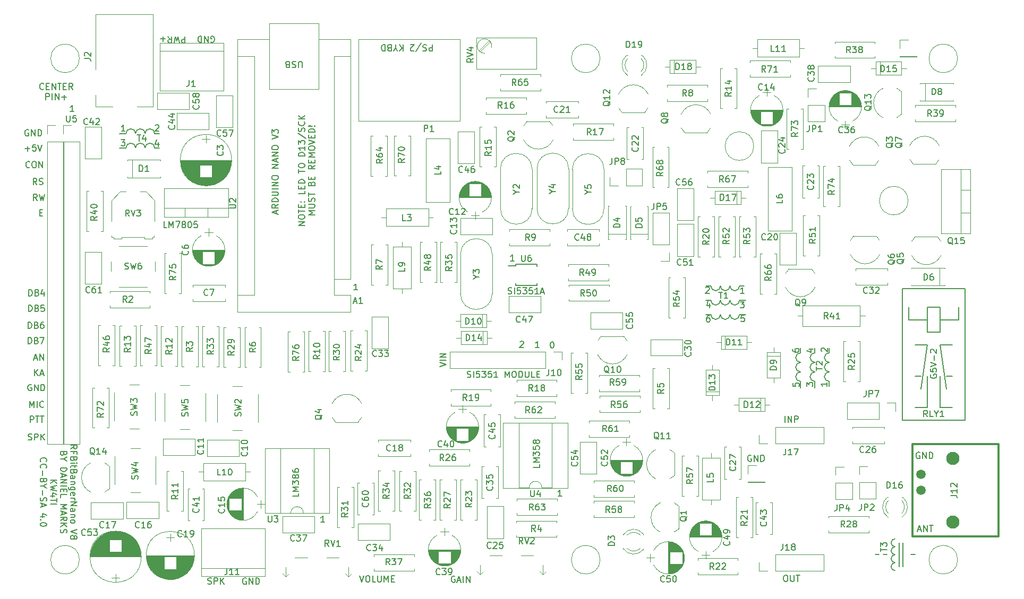
<source format=gbr>
%TF.GenerationSoftware,KiCad,Pcbnew,(6.0.11)*%
%TF.CreationDate,2023-05-05T14:18:47-05:00*%
%TF.ProjectId,RFBitBangerNano,52464269-7442-4616-9e67-65724e616e6f,rev?*%
%TF.SameCoordinates,Original*%
%TF.FileFunction,Legend,Top*%
%TF.FilePolarity,Positive*%
%FSLAX46Y46*%
G04 Gerber Fmt 4.6, Leading zero omitted, Abs format (unit mm)*
G04 Created by KiCad (PCBNEW (6.0.11)) date 2023-05-05 14:18:47*
%MOMM*%
%LPD*%
G01*
G04 APERTURE LIST*
%ADD10C,0.150000*%
%ADD11C,0.200000*%
%ADD12C,0.120000*%
%ADD13C,0.300000*%
%ADD14C,0.100000*%
%ADD15C,2.100000*%
%ADD16C,1.500000*%
G04 APERTURE END LIST*
D10*
X83697380Y-87128095D02*
X82697380Y-87128095D01*
X83697380Y-86556666D01*
X82697380Y-86556666D01*
X82697380Y-85890000D02*
X82697380Y-85699523D01*
X82745000Y-85604285D01*
X82840238Y-85509047D01*
X83030714Y-85461428D01*
X83364047Y-85461428D01*
X83554523Y-85509047D01*
X83649761Y-85604285D01*
X83697380Y-85699523D01*
X83697380Y-85890000D01*
X83649761Y-85985238D01*
X83554523Y-86080476D01*
X83364047Y-86128095D01*
X83030714Y-86128095D01*
X82840238Y-86080476D01*
X82745000Y-85985238D01*
X82697380Y-85890000D01*
X82697380Y-85175714D02*
X82697380Y-84604285D01*
X83697380Y-84890000D02*
X82697380Y-84890000D01*
X83173571Y-84270952D02*
X83173571Y-83937619D01*
X83697380Y-83794761D02*
X83697380Y-84270952D01*
X82697380Y-84270952D01*
X82697380Y-83794761D01*
X83602142Y-83366190D02*
X83649761Y-83318571D01*
X83697380Y-83366190D01*
X83649761Y-83413809D01*
X83602142Y-83366190D01*
X83697380Y-83366190D01*
X83078333Y-83366190D02*
X83125952Y-83318571D01*
X83173571Y-83366190D01*
X83125952Y-83413809D01*
X83078333Y-83366190D01*
X83173571Y-83366190D01*
X83697380Y-81651904D02*
X83697380Y-82128095D01*
X82697380Y-82128095D01*
X83173571Y-81318571D02*
X83173571Y-80985238D01*
X83697380Y-80842380D02*
X83697380Y-81318571D01*
X82697380Y-81318571D01*
X82697380Y-80842380D01*
X83697380Y-80413809D02*
X82697380Y-80413809D01*
X82697380Y-80175714D01*
X82745000Y-80032857D01*
X82840238Y-79937619D01*
X82935476Y-79890000D01*
X83125952Y-79842380D01*
X83268809Y-79842380D01*
X83459285Y-79890000D01*
X83554523Y-79937619D01*
X83649761Y-80032857D01*
X83697380Y-80175714D01*
X83697380Y-80413809D01*
X82697380Y-78794761D02*
X82697380Y-78223333D01*
X83697380Y-78509047D02*
X82697380Y-78509047D01*
X82697380Y-77699523D02*
X82697380Y-77509047D01*
X82745000Y-77413809D01*
X82840238Y-77318571D01*
X83030714Y-77270952D01*
X83364047Y-77270952D01*
X83554523Y-77318571D01*
X83649761Y-77413809D01*
X83697380Y-77509047D01*
X83697380Y-77699523D01*
X83649761Y-77794761D01*
X83554523Y-77890000D01*
X83364047Y-77937619D01*
X83030714Y-77937619D01*
X82840238Y-77890000D01*
X82745000Y-77794761D01*
X82697380Y-77699523D01*
X83697380Y-76080476D02*
X82697380Y-76080476D01*
X82697380Y-75842380D01*
X82745000Y-75699523D01*
X82840238Y-75604285D01*
X82935476Y-75556666D01*
X83125952Y-75509047D01*
X83268809Y-75509047D01*
X83459285Y-75556666D01*
X83554523Y-75604285D01*
X83649761Y-75699523D01*
X83697380Y-75842380D01*
X83697380Y-76080476D01*
X83697380Y-74556666D02*
X83697380Y-75128095D01*
X83697380Y-74842380D02*
X82697380Y-74842380D01*
X82840238Y-74937619D01*
X82935476Y-75032857D01*
X82983095Y-75128095D01*
X82697380Y-74223333D02*
X82697380Y-73604285D01*
X83078333Y-73937619D01*
X83078333Y-73794761D01*
X83125952Y-73699523D01*
X83173571Y-73651904D01*
X83268809Y-73604285D01*
X83506904Y-73604285D01*
X83602142Y-73651904D01*
X83649761Y-73699523D01*
X83697380Y-73794761D01*
X83697380Y-74080476D01*
X83649761Y-74175714D01*
X83602142Y-74223333D01*
X82649761Y-72461428D02*
X83935476Y-73318571D01*
X83649761Y-72175714D02*
X83697380Y-72032857D01*
X83697380Y-71794761D01*
X83649761Y-71699523D01*
X83602142Y-71651904D01*
X83506904Y-71604285D01*
X83411666Y-71604285D01*
X83316428Y-71651904D01*
X83268809Y-71699523D01*
X83221190Y-71794761D01*
X83173571Y-71985238D01*
X83125952Y-72080476D01*
X83078333Y-72128095D01*
X82983095Y-72175714D01*
X82887857Y-72175714D01*
X82792619Y-72128095D01*
X82745000Y-72080476D01*
X82697380Y-71985238D01*
X82697380Y-71747142D01*
X82745000Y-71604285D01*
X83602142Y-70604285D02*
X83649761Y-70651904D01*
X83697380Y-70794761D01*
X83697380Y-70890000D01*
X83649761Y-71032857D01*
X83554523Y-71128095D01*
X83459285Y-71175714D01*
X83268809Y-71223333D01*
X83125952Y-71223333D01*
X82935476Y-71175714D01*
X82840238Y-71128095D01*
X82745000Y-71032857D01*
X82697380Y-70890000D01*
X82697380Y-70794761D01*
X82745000Y-70651904D01*
X82792619Y-70604285D01*
X83697380Y-70175714D02*
X82697380Y-70175714D01*
X83697380Y-69604285D02*
X83125952Y-70032857D01*
X82697380Y-69604285D02*
X83268809Y-70175714D01*
X85307380Y-85485238D02*
X84307380Y-85485238D01*
X85021666Y-85151904D01*
X84307380Y-84818571D01*
X85307380Y-84818571D01*
X84307380Y-84342380D02*
X85116904Y-84342380D01*
X85212142Y-84294761D01*
X85259761Y-84247142D01*
X85307380Y-84151904D01*
X85307380Y-83961428D01*
X85259761Y-83866190D01*
X85212142Y-83818571D01*
X85116904Y-83770952D01*
X84307380Y-83770952D01*
X85259761Y-83342380D02*
X85307380Y-83199523D01*
X85307380Y-82961428D01*
X85259761Y-82866190D01*
X85212142Y-82818571D01*
X85116904Y-82770952D01*
X85021666Y-82770952D01*
X84926428Y-82818571D01*
X84878809Y-82866190D01*
X84831190Y-82961428D01*
X84783571Y-83151904D01*
X84735952Y-83247142D01*
X84688333Y-83294761D01*
X84593095Y-83342380D01*
X84497857Y-83342380D01*
X84402619Y-83294761D01*
X84355000Y-83247142D01*
X84307380Y-83151904D01*
X84307380Y-82913809D01*
X84355000Y-82770952D01*
X84307380Y-82485238D02*
X84307380Y-81913809D01*
X85307380Y-82199523D02*
X84307380Y-82199523D01*
X84783571Y-80485238D02*
X84831190Y-80342380D01*
X84878809Y-80294761D01*
X84974047Y-80247142D01*
X85116904Y-80247142D01*
X85212142Y-80294761D01*
X85259761Y-80342380D01*
X85307380Y-80437619D01*
X85307380Y-80818571D01*
X84307380Y-80818571D01*
X84307380Y-80485238D01*
X84355000Y-80390000D01*
X84402619Y-80342380D01*
X84497857Y-80294761D01*
X84593095Y-80294761D01*
X84688333Y-80342380D01*
X84735952Y-80390000D01*
X84783571Y-80485238D01*
X84783571Y-80818571D01*
X84783571Y-79818571D02*
X84783571Y-79485238D01*
X85307380Y-79342380D02*
X85307380Y-79818571D01*
X84307380Y-79818571D01*
X84307380Y-79342380D01*
X85307380Y-77580476D02*
X84831190Y-77913809D01*
X85307380Y-78151904D02*
X84307380Y-78151904D01*
X84307380Y-77770952D01*
X84355000Y-77675714D01*
X84402619Y-77628095D01*
X84497857Y-77580476D01*
X84640714Y-77580476D01*
X84735952Y-77628095D01*
X84783571Y-77675714D01*
X84831190Y-77770952D01*
X84831190Y-78151904D01*
X84783571Y-77151904D02*
X84783571Y-76818571D01*
X85307380Y-76675714D02*
X85307380Y-77151904D01*
X84307380Y-77151904D01*
X84307380Y-76675714D01*
X85307380Y-76247142D02*
X84307380Y-76247142D01*
X85021666Y-75913809D01*
X84307380Y-75580476D01*
X85307380Y-75580476D01*
X84307380Y-74913809D02*
X84307380Y-74723333D01*
X84355000Y-74628095D01*
X84450238Y-74532857D01*
X84640714Y-74485238D01*
X84974047Y-74485238D01*
X85164523Y-74532857D01*
X85259761Y-74628095D01*
X85307380Y-74723333D01*
X85307380Y-74913809D01*
X85259761Y-75009047D01*
X85164523Y-75104285D01*
X84974047Y-75151904D01*
X84640714Y-75151904D01*
X84450238Y-75104285D01*
X84355000Y-75009047D01*
X84307380Y-74913809D01*
X84307380Y-74199523D02*
X85307380Y-73866190D01*
X84307380Y-73532857D01*
X84783571Y-73199523D02*
X84783571Y-72866190D01*
X85307380Y-72723333D02*
X85307380Y-73199523D01*
X84307380Y-73199523D01*
X84307380Y-72723333D01*
X85307380Y-72294761D02*
X84307380Y-72294761D01*
X84307380Y-72056666D01*
X84355000Y-71913809D01*
X84450238Y-71818571D01*
X84545476Y-71770952D01*
X84735952Y-71723333D01*
X84878809Y-71723333D01*
X85069285Y-71770952D01*
X85164523Y-71818571D01*
X85259761Y-71913809D01*
X85307380Y-72056666D01*
X85307380Y-72294761D01*
X85212142Y-71294761D02*
X85259761Y-71247142D01*
X85307380Y-71294761D01*
X85259761Y-71342380D01*
X85212142Y-71294761D01*
X85307380Y-71294761D01*
X84926428Y-71294761D02*
X84355000Y-71342380D01*
X84307380Y-71294761D01*
X84355000Y-71247142D01*
X84926428Y-71294761D01*
X84307380Y-71294761D01*
X40138095Y-112575000D02*
X40042857Y-112527380D01*
X39900000Y-112527380D01*
X39757142Y-112575000D01*
X39661904Y-112670238D01*
X39614285Y-112765476D01*
X39566666Y-112955952D01*
X39566666Y-113098809D01*
X39614285Y-113289285D01*
X39661904Y-113384523D01*
X39757142Y-113479761D01*
X39900000Y-113527380D01*
X39995238Y-113527380D01*
X40138095Y-113479761D01*
X40185714Y-113432142D01*
X40185714Y-113098809D01*
X39995238Y-113098809D01*
X40614285Y-113527380D02*
X40614285Y-112527380D01*
X41185714Y-113527380D01*
X41185714Y-112527380D01*
X41661904Y-113527380D02*
X41661904Y-112527380D01*
X41900000Y-112527380D01*
X42042857Y-112575000D01*
X42138095Y-112670238D01*
X42185714Y-112765476D01*
X42233333Y-112955952D01*
X42233333Y-113098809D01*
X42185714Y-113289285D01*
X42138095Y-113384523D01*
X42042857Y-113479761D01*
X41900000Y-113527380D01*
X41661904Y-113527380D01*
X104072619Y-58322619D02*
X104072619Y-59322619D01*
X103691666Y-59322619D01*
X103596428Y-59275000D01*
X103548809Y-59227380D01*
X103501190Y-59132142D01*
X103501190Y-58989285D01*
X103548809Y-58894047D01*
X103596428Y-58846428D01*
X103691666Y-58798809D01*
X104072619Y-58798809D01*
X103120238Y-58370238D02*
X102977380Y-58322619D01*
X102739285Y-58322619D01*
X102644047Y-58370238D01*
X102596428Y-58417857D01*
X102548809Y-58513095D01*
X102548809Y-58608333D01*
X102596428Y-58703571D01*
X102644047Y-58751190D01*
X102739285Y-58798809D01*
X102929761Y-58846428D01*
X103025000Y-58894047D01*
X103072619Y-58941666D01*
X103120238Y-59036904D01*
X103120238Y-59132142D01*
X103072619Y-59227380D01*
X103025000Y-59275000D01*
X102929761Y-59322619D01*
X102691666Y-59322619D01*
X102548809Y-59275000D01*
X101405952Y-59370238D02*
X102263095Y-58084523D01*
X101120238Y-59227380D02*
X101072619Y-59275000D01*
X100977380Y-59322619D01*
X100739285Y-59322619D01*
X100644047Y-59275000D01*
X100596428Y-59227380D01*
X100548809Y-59132142D01*
X100548809Y-59036904D01*
X100596428Y-58894047D01*
X101167857Y-58322619D01*
X100548809Y-58322619D01*
X99358333Y-58322619D02*
X99358333Y-59322619D01*
X98786904Y-58322619D02*
X99215476Y-58894047D01*
X98786904Y-59322619D02*
X99358333Y-58751190D01*
X98167857Y-58798809D02*
X98167857Y-58322619D01*
X98501190Y-59322619D02*
X98167857Y-58798809D01*
X97834523Y-59322619D01*
X97167857Y-58846428D02*
X97025000Y-58798809D01*
X96977380Y-58751190D01*
X96929761Y-58655952D01*
X96929761Y-58513095D01*
X96977380Y-58417857D01*
X97025000Y-58370238D01*
X97120238Y-58322619D01*
X97501190Y-58322619D01*
X97501190Y-59322619D01*
X97167857Y-59322619D01*
X97072619Y-59275000D01*
X97025000Y-59227380D01*
X96977380Y-59132142D01*
X96977380Y-59036904D01*
X97025000Y-58941666D01*
X97072619Y-58894047D01*
X97167857Y-58846428D01*
X97501190Y-58846428D01*
X96501190Y-58322619D02*
X96501190Y-59322619D01*
X96263095Y-59322619D01*
X96120238Y-59275000D01*
X96025000Y-59179761D01*
X95977380Y-59084523D01*
X95929761Y-58894047D01*
X95929761Y-58751190D01*
X95977380Y-58560714D01*
X96025000Y-58465476D01*
X96120238Y-58370238D01*
X96263095Y-58322619D01*
X96501190Y-58322619D01*
X92125714Y-97452380D02*
X91554285Y-97452380D01*
X91840000Y-97452380D02*
X91840000Y-96452380D01*
X91744761Y-96595238D01*
X91649523Y-96690476D01*
X91554285Y-96738095D01*
X154878095Y-123860000D02*
X154782857Y-123812380D01*
X154640000Y-123812380D01*
X154497142Y-123860000D01*
X154401904Y-123955238D01*
X154354285Y-124050476D01*
X154306666Y-124240952D01*
X154306666Y-124383809D01*
X154354285Y-124574285D01*
X154401904Y-124669523D01*
X154497142Y-124764761D01*
X154640000Y-124812380D01*
X154735238Y-124812380D01*
X154878095Y-124764761D01*
X154925714Y-124717142D01*
X154925714Y-124383809D01*
X154735238Y-124383809D01*
X155354285Y-124812380D02*
X155354285Y-123812380D01*
X155925714Y-124812380D01*
X155925714Y-123812380D01*
X156401904Y-124812380D02*
X156401904Y-123812380D01*
X156640000Y-123812380D01*
X156782857Y-123860000D01*
X156878095Y-123955238D01*
X156925714Y-124050476D01*
X156973333Y-124240952D01*
X156973333Y-124383809D01*
X156925714Y-124574285D01*
X156878095Y-124669523D01*
X156782857Y-124764761D01*
X156640000Y-124812380D01*
X156401904Y-124812380D01*
X46382619Y-122795238D02*
X46858809Y-122461904D01*
X46382619Y-122223809D02*
X47382619Y-122223809D01*
X47382619Y-122604761D01*
X47335000Y-122700000D01*
X47287380Y-122747619D01*
X47192142Y-122795238D01*
X47049285Y-122795238D01*
X46954047Y-122747619D01*
X46906428Y-122700000D01*
X46858809Y-122604761D01*
X46858809Y-122223809D01*
X46906428Y-123557142D02*
X46906428Y-123223809D01*
X46382619Y-123223809D02*
X47382619Y-123223809D01*
X47382619Y-123700000D01*
X46906428Y-124414285D02*
X46858809Y-124557142D01*
X46811190Y-124604761D01*
X46715952Y-124652380D01*
X46573095Y-124652380D01*
X46477857Y-124604761D01*
X46430238Y-124557142D01*
X46382619Y-124461904D01*
X46382619Y-124080952D01*
X47382619Y-124080952D01*
X47382619Y-124414285D01*
X47335000Y-124509523D01*
X47287380Y-124557142D01*
X47192142Y-124604761D01*
X47096904Y-124604761D01*
X47001666Y-124557142D01*
X46954047Y-124509523D01*
X46906428Y-124414285D01*
X46906428Y-124080952D01*
X46382619Y-125080952D02*
X47049285Y-125080952D01*
X47382619Y-125080952D02*
X47335000Y-125033333D01*
X47287380Y-125080952D01*
X47335000Y-125128571D01*
X47382619Y-125080952D01*
X47287380Y-125080952D01*
X47049285Y-125414285D02*
X47049285Y-125795238D01*
X47382619Y-125557142D02*
X46525476Y-125557142D01*
X46430238Y-125604761D01*
X46382619Y-125700000D01*
X46382619Y-125795238D01*
X46906428Y-126461904D02*
X46858809Y-126604761D01*
X46811190Y-126652380D01*
X46715952Y-126700000D01*
X46573095Y-126700000D01*
X46477857Y-126652380D01*
X46430238Y-126604761D01*
X46382619Y-126509523D01*
X46382619Y-126128571D01*
X47382619Y-126128571D01*
X47382619Y-126461904D01*
X47335000Y-126557142D01*
X47287380Y-126604761D01*
X47192142Y-126652380D01*
X47096904Y-126652380D01*
X47001666Y-126604761D01*
X46954047Y-126557142D01*
X46906428Y-126461904D01*
X46906428Y-126128571D01*
X46382619Y-127557142D02*
X46906428Y-127557142D01*
X47001666Y-127509523D01*
X47049285Y-127414285D01*
X47049285Y-127223809D01*
X47001666Y-127128571D01*
X46430238Y-127557142D02*
X46382619Y-127461904D01*
X46382619Y-127223809D01*
X46430238Y-127128571D01*
X46525476Y-127080952D01*
X46620714Y-127080952D01*
X46715952Y-127128571D01*
X46763571Y-127223809D01*
X46763571Y-127461904D01*
X46811190Y-127557142D01*
X47049285Y-128033333D02*
X46382619Y-128033333D01*
X46954047Y-128033333D02*
X47001666Y-128080952D01*
X47049285Y-128176190D01*
X47049285Y-128319047D01*
X47001666Y-128414285D01*
X46906428Y-128461904D01*
X46382619Y-128461904D01*
X47049285Y-129366666D02*
X46239761Y-129366666D01*
X46144523Y-129319047D01*
X46096904Y-129271428D01*
X46049285Y-129176190D01*
X46049285Y-129033333D01*
X46096904Y-128938095D01*
X46430238Y-129366666D02*
X46382619Y-129271428D01*
X46382619Y-129080952D01*
X46430238Y-128985714D01*
X46477857Y-128938095D01*
X46573095Y-128890476D01*
X46858809Y-128890476D01*
X46954047Y-128938095D01*
X47001666Y-128985714D01*
X47049285Y-129080952D01*
X47049285Y-129271428D01*
X47001666Y-129366666D01*
X46430238Y-130223809D02*
X46382619Y-130128571D01*
X46382619Y-129938095D01*
X46430238Y-129842857D01*
X46525476Y-129795238D01*
X46906428Y-129795238D01*
X47001666Y-129842857D01*
X47049285Y-129938095D01*
X47049285Y-130128571D01*
X47001666Y-130223809D01*
X46906428Y-130271428D01*
X46811190Y-130271428D01*
X46715952Y-129795238D01*
X46382619Y-130700000D02*
X47049285Y-130700000D01*
X46858809Y-130700000D02*
X46954047Y-130747619D01*
X47001666Y-130795238D01*
X47049285Y-130890476D01*
X47049285Y-130985714D01*
X46382619Y-131319047D02*
X47382619Y-131319047D01*
X46382619Y-131890476D01*
X47382619Y-131890476D01*
X46382619Y-132795238D02*
X46906428Y-132795238D01*
X47001666Y-132747619D01*
X47049285Y-132652380D01*
X47049285Y-132461904D01*
X47001666Y-132366666D01*
X46430238Y-132795238D02*
X46382619Y-132700000D01*
X46382619Y-132461904D01*
X46430238Y-132366666D01*
X46525476Y-132319047D01*
X46620714Y-132319047D01*
X46715952Y-132366666D01*
X46763571Y-132461904D01*
X46763571Y-132700000D01*
X46811190Y-132795238D01*
X47049285Y-133271428D02*
X46382619Y-133271428D01*
X46954047Y-133271428D02*
X47001666Y-133319047D01*
X47049285Y-133414285D01*
X47049285Y-133557142D01*
X47001666Y-133652380D01*
X46906428Y-133700000D01*
X46382619Y-133700000D01*
X46382619Y-134319047D02*
X46430238Y-134223809D01*
X46477857Y-134176190D01*
X46573095Y-134128571D01*
X46858809Y-134128571D01*
X46954047Y-134176190D01*
X47001666Y-134223809D01*
X47049285Y-134319047D01*
X47049285Y-134461904D01*
X47001666Y-134557142D01*
X46954047Y-134604761D01*
X46858809Y-134652380D01*
X46573095Y-134652380D01*
X46477857Y-134604761D01*
X46430238Y-134557142D01*
X46382619Y-134461904D01*
X46382619Y-134319047D01*
X47382619Y-135700000D02*
X46382619Y-136033333D01*
X47382619Y-136366666D01*
X46954047Y-136842857D02*
X47001666Y-136747619D01*
X47049285Y-136700000D01*
X47144523Y-136652380D01*
X47192142Y-136652380D01*
X47287380Y-136700000D01*
X47335000Y-136747619D01*
X47382619Y-136842857D01*
X47382619Y-137033333D01*
X47335000Y-137128571D01*
X47287380Y-137176190D01*
X47192142Y-137223809D01*
X47144523Y-137223809D01*
X47049285Y-137176190D01*
X47001666Y-137128571D01*
X46954047Y-137033333D01*
X46954047Y-136842857D01*
X46906428Y-136747619D01*
X46858809Y-136700000D01*
X46763571Y-136652380D01*
X46573095Y-136652380D01*
X46477857Y-136700000D01*
X46430238Y-136747619D01*
X46382619Y-136842857D01*
X46382619Y-137033333D01*
X46430238Y-137128571D01*
X46477857Y-137176190D01*
X46573095Y-137223809D01*
X46763571Y-137223809D01*
X46858809Y-137176190D01*
X46906428Y-137128571D01*
X46954047Y-137033333D01*
X45296428Y-123557142D02*
X45248809Y-123700000D01*
X45201190Y-123747619D01*
X45105952Y-123795238D01*
X44963095Y-123795238D01*
X44867857Y-123747619D01*
X44820238Y-123700000D01*
X44772619Y-123604761D01*
X44772619Y-123223809D01*
X45772619Y-123223809D01*
X45772619Y-123557142D01*
X45725000Y-123652380D01*
X45677380Y-123700000D01*
X45582142Y-123747619D01*
X45486904Y-123747619D01*
X45391666Y-123700000D01*
X45344047Y-123652380D01*
X45296428Y-123557142D01*
X45296428Y-123223809D01*
X45248809Y-124414285D02*
X44772619Y-124414285D01*
X45772619Y-124080952D02*
X45248809Y-124414285D01*
X45772619Y-124747619D01*
X44772619Y-125842857D02*
X45772619Y-125842857D01*
X45772619Y-126080952D01*
X45725000Y-126223809D01*
X45629761Y-126319047D01*
X45534523Y-126366666D01*
X45344047Y-126414285D01*
X45201190Y-126414285D01*
X45010714Y-126366666D01*
X44915476Y-126319047D01*
X44820238Y-126223809D01*
X44772619Y-126080952D01*
X44772619Y-125842857D01*
X45058333Y-126795238D02*
X45058333Y-127271428D01*
X44772619Y-126700000D02*
X45772619Y-127033333D01*
X44772619Y-127366666D01*
X44772619Y-127700000D02*
X45772619Y-127700000D01*
X44772619Y-128271428D01*
X45772619Y-128271428D01*
X44772619Y-128747619D02*
X45772619Y-128747619D01*
X45296428Y-129223809D02*
X45296428Y-129557142D01*
X44772619Y-129700000D02*
X44772619Y-129223809D01*
X45772619Y-129223809D01*
X45772619Y-129700000D01*
X44772619Y-130604761D02*
X44772619Y-130128571D01*
X45772619Y-130128571D01*
X44772619Y-131700000D02*
X45772619Y-131700000D01*
X45058333Y-132033333D01*
X45772619Y-132366666D01*
X44772619Y-132366666D01*
X45058333Y-132795238D02*
X45058333Y-133271428D01*
X44772619Y-132700000D02*
X45772619Y-133033333D01*
X44772619Y-133366666D01*
X44772619Y-134271428D02*
X45248809Y-133938095D01*
X44772619Y-133700000D02*
X45772619Y-133700000D01*
X45772619Y-134080952D01*
X45725000Y-134176190D01*
X45677380Y-134223809D01*
X45582142Y-134271428D01*
X45439285Y-134271428D01*
X45344047Y-134223809D01*
X45296428Y-134176190D01*
X45248809Y-134080952D01*
X45248809Y-133700000D01*
X44772619Y-134700000D02*
X45772619Y-134700000D01*
X44772619Y-135271428D02*
X45344047Y-134842857D01*
X45772619Y-135271428D02*
X45201190Y-134700000D01*
X44820238Y-135652380D02*
X44772619Y-135795238D01*
X44772619Y-136033333D01*
X44820238Y-136128571D01*
X44867857Y-136176190D01*
X44963095Y-136223809D01*
X45058333Y-136223809D01*
X45153571Y-136176190D01*
X45201190Y-136128571D01*
X45248809Y-136033333D01*
X45296428Y-135842857D01*
X45344047Y-135747619D01*
X45391666Y-135700000D01*
X45486904Y-135652380D01*
X45582142Y-135652380D01*
X45677380Y-135700000D01*
X45725000Y-135747619D01*
X45772619Y-135842857D01*
X45772619Y-136080952D01*
X45725000Y-136223809D01*
X43162619Y-127771428D02*
X44162619Y-127771428D01*
X43162619Y-128342857D02*
X43734047Y-127914285D01*
X44162619Y-128342857D02*
X43591190Y-127771428D01*
X44162619Y-128676190D02*
X43162619Y-128914285D01*
X43876904Y-129104761D01*
X43162619Y-129295238D01*
X44162619Y-129533333D01*
X43829285Y-130342857D02*
X43162619Y-130342857D01*
X44210238Y-130104761D02*
X43495952Y-129866666D01*
X43495952Y-130485714D01*
X44162619Y-130723809D02*
X44162619Y-131295238D01*
X43162619Y-131009523D02*
X44162619Y-131009523D01*
X43162619Y-131628571D02*
X44162619Y-131628571D01*
X41647857Y-124866666D02*
X41600238Y-124819047D01*
X41552619Y-124676190D01*
X41552619Y-124580952D01*
X41600238Y-124438095D01*
X41695476Y-124342857D01*
X41790714Y-124295238D01*
X41981190Y-124247619D01*
X42124047Y-124247619D01*
X42314523Y-124295238D01*
X42409761Y-124342857D01*
X42505000Y-124438095D01*
X42552619Y-124580952D01*
X42552619Y-124676190D01*
X42505000Y-124819047D01*
X42457380Y-124866666D01*
X41647857Y-125866666D02*
X41600238Y-125819047D01*
X41552619Y-125676190D01*
X41552619Y-125580952D01*
X41600238Y-125438095D01*
X41695476Y-125342857D01*
X41790714Y-125295238D01*
X41981190Y-125247619D01*
X42124047Y-125247619D01*
X42314523Y-125295238D01*
X42409761Y-125342857D01*
X42505000Y-125438095D01*
X42552619Y-125580952D01*
X42552619Y-125676190D01*
X42505000Y-125819047D01*
X42457380Y-125866666D01*
X41933571Y-126295238D02*
X41933571Y-127057142D01*
X42076428Y-127866666D02*
X42028809Y-128009523D01*
X41981190Y-128057142D01*
X41885952Y-128104761D01*
X41743095Y-128104761D01*
X41647857Y-128057142D01*
X41600238Y-128009523D01*
X41552619Y-127914285D01*
X41552619Y-127533333D01*
X42552619Y-127533333D01*
X42552619Y-127866666D01*
X42505000Y-127961904D01*
X42457380Y-128009523D01*
X42362142Y-128057142D01*
X42266904Y-128057142D01*
X42171666Y-128009523D01*
X42124047Y-127961904D01*
X42076428Y-127866666D01*
X42076428Y-127533333D01*
X42028809Y-128723809D02*
X41552619Y-128723809D01*
X42552619Y-128390476D02*
X42028809Y-128723809D01*
X42552619Y-129057142D01*
X41933571Y-129390476D02*
X41933571Y-130152380D01*
X41600238Y-130580952D02*
X41552619Y-130723809D01*
X41552619Y-130961904D01*
X41600238Y-131057142D01*
X41647857Y-131104761D01*
X41743095Y-131152380D01*
X41838333Y-131152380D01*
X41933571Y-131104761D01*
X41981190Y-131057142D01*
X42028809Y-130961904D01*
X42076428Y-130771428D01*
X42124047Y-130676190D01*
X42171666Y-130628571D01*
X42266904Y-130580952D01*
X42362142Y-130580952D01*
X42457380Y-130628571D01*
X42505000Y-130676190D01*
X42552619Y-130771428D01*
X42552619Y-131009523D01*
X42505000Y-131152380D01*
X41838333Y-131533333D02*
X41838333Y-132009523D01*
X41552619Y-131438095D02*
X42552619Y-131771428D01*
X41552619Y-132104761D01*
X42219285Y-133628571D02*
X41552619Y-133628571D01*
X42600238Y-133390476D02*
X41885952Y-133152380D01*
X41885952Y-133771428D01*
X41647857Y-134152380D02*
X41600238Y-134200000D01*
X41552619Y-134152380D01*
X41600238Y-134104761D01*
X41647857Y-134152380D01*
X41552619Y-134152380D01*
X42552619Y-134819047D02*
X42552619Y-134914285D01*
X42505000Y-135009523D01*
X42457380Y-135057142D01*
X42362142Y-135104761D01*
X42171666Y-135152380D01*
X41933571Y-135152380D01*
X41743095Y-135104761D01*
X41647857Y-135057142D01*
X41600238Y-135009523D01*
X41552619Y-134914285D01*
X41552619Y-134819047D01*
X41600238Y-134723809D01*
X41647857Y-134676190D01*
X41743095Y-134628571D01*
X41933571Y-134580952D01*
X42171666Y-134580952D01*
X42362142Y-134628571D01*
X42457380Y-134676190D01*
X42505000Y-134723809D01*
X42552619Y-134819047D01*
X39951190Y-118602380D02*
X39951190Y-117602380D01*
X40332142Y-117602380D01*
X40427380Y-117650000D01*
X40475000Y-117697619D01*
X40522619Y-117792857D01*
X40522619Y-117935714D01*
X40475000Y-118030952D01*
X40427380Y-118078571D01*
X40332142Y-118126190D01*
X39951190Y-118126190D01*
X40808333Y-117602380D02*
X41379761Y-117602380D01*
X41094047Y-118602380D02*
X41094047Y-117602380D01*
X41570238Y-117602380D02*
X42141666Y-117602380D01*
X41855952Y-118602380D02*
X41855952Y-117602380D01*
X39639285Y-121354761D02*
X39782142Y-121402380D01*
X40020238Y-121402380D01*
X40115476Y-121354761D01*
X40163095Y-121307142D01*
X40210714Y-121211904D01*
X40210714Y-121116666D01*
X40163095Y-121021428D01*
X40115476Y-120973809D01*
X40020238Y-120926190D01*
X39829761Y-120878571D01*
X39734523Y-120830952D01*
X39686904Y-120783333D01*
X39639285Y-120688095D01*
X39639285Y-120592857D01*
X39686904Y-120497619D01*
X39734523Y-120450000D01*
X39829761Y-120402380D01*
X40067857Y-120402380D01*
X40210714Y-120450000D01*
X40639285Y-121402380D02*
X40639285Y-120402380D01*
X41020238Y-120402380D01*
X41115476Y-120450000D01*
X41163095Y-120497619D01*
X41210714Y-120592857D01*
X41210714Y-120735714D01*
X41163095Y-120830952D01*
X41115476Y-120878571D01*
X41020238Y-120926190D01*
X40639285Y-120926190D01*
X41639285Y-121402380D02*
X41639285Y-120402380D01*
X42210714Y-121402380D02*
X41782142Y-120830952D01*
X42210714Y-120402380D02*
X41639285Y-120973809D01*
X41008333Y-80652380D02*
X40675000Y-80176190D01*
X40436904Y-80652380D02*
X40436904Y-79652380D01*
X40817857Y-79652380D01*
X40913095Y-79700000D01*
X40960714Y-79747619D01*
X41008333Y-79842857D01*
X41008333Y-79985714D01*
X40960714Y-80080952D01*
X40913095Y-80128571D01*
X40817857Y-80176190D01*
X40436904Y-80176190D01*
X41389285Y-80604761D02*
X41532142Y-80652380D01*
X41770238Y-80652380D01*
X41865476Y-80604761D01*
X41913095Y-80557142D01*
X41960714Y-80461904D01*
X41960714Y-80366666D01*
X41913095Y-80271428D01*
X41865476Y-80223809D01*
X41770238Y-80176190D01*
X41579761Y-80128571D01*
X41484523Y-80080952D01*
X41436904Y-80033333D01*
X41389285Y-79938095D01*
X41389285Y-79842857D01*
X41436904Y-79747619D01*
X41484523Y-79700000D01*
X41579761Y-79652380D01*
X41817857Y-79652380D01*
X41960714Y-79700000D01*
X124685714Y-130352380D02*
X124114285Y-130352380D01*
X124400000Y-130352380D02*
X124400000Y-129352380D01*
X124304761Y-129495238D01*
X124209523Y-129590476D01*
X124114285Y-129638095D01*
X61753333Y-87532380D02*
X61277142Y-87532380D01*
X61277142Y-86532380D01*
X62086666Y-87532380D02*
X62086666Y-86532380D01*
X62420000Y-87246666D01*
X62753333Y-86532380D01*
X62753333Y-87532380D01*
X63134285Y-86532380D02*
X63800952Y-86532380D01*
X63372380Y-87532380D01*
X64324761Y-86960952D02*
X64229523Y-86913333D01*
X64181904Y-86865714D01*
X64134285Y-86770476D01*
X64134285Y-86722857D01*
X64181904Y-86627619D01*
X64229523Y-86580000D01*
X64324761Y-86532380D01*
X64515238Y-86532380D01*
X64610476Y-86580000D01*
X64658095Y-86627619D01*
X64705714Y-86722857D01*
X64705714Y-86770476D01*
X64658095Y-86865714D01*
X64610476Y-86913333D01*
X64515238Y-86960952D01*
X64324761Y-86960952D01*
X64229523Y-87008571D01*
X64181904Y-87056190D01*
X64134285Y-87151428D01*
X64134285Y-87341904D01*
X64181904Y-87437142D01*
X64229523Y-87484761D01*
X64324761Y-87532380D01*
X64515238Y-87532380D01*
X64610476Y-87484761D01*
X64658095Y-87437142D01*
X64705714Y-87341904D01*
X64705714Y-87151428D01*
X64658095Y-87056190D01*
X64610476Y-87008571D01*
X64515238Y-86960952D01*
X65324761Y-86532380D02*
X65420000Y-86532380D01*
X65515238Y-86580000D01*
X65562857Y-86627619D01*
X65610476Y-86722857D01*
X65658095Y-86913333D01*
X65658095Y-87151428D01*
X65610476Y-87341904D01*
X65562857Y-87437142D01*
X65515238Y-87484761D01*
X65420000Y-87532380D01*
X65324761Y-87532380D01*
X65229523Y-87484761D01*
X65181904Y-87437142D01*
X65134285Y-87341904D01*
X65086666Y-87151428D01*
X65086666Y-86913333D01*
X65134285Y-86722857D01*
X65181904Y-86627619D01*
X65229523Y-86580000D01*
X65324761Y-86532380D01*
X66562857Y-86532380D02*
X66086666Y-86532380D01*
X66039047Y-87008571D01*
X66086666Y-86960952D01*
X66181904Y-86913333D01*
X66420000Y-86913333D01*
X66515238Y-86960952D01*
X66562857Y-87008571D01*
X66610476Y-87103809D01*
X66610476Y-87341904D01*
X66562857Y-87437142D01*
X66515238Y-87484761D01*
X66420000Y-87532380D01*
X66181904Y-87532380D01*
X66086666Y-87484761D01*
X66039047Y-87437142D01*
X109614285Y-111374761D02*
X109757142Y-111422380D01*
X109995238Y-111422380D01*
X110090476Y-111374761D01*
X110138095Y-111327142D01*
X110185714Y-111231904D01*
X110185714Y-111136666D01*
X110138095Y-111041428D01*
X110090476Y-110993809D01*
X109995238Y-110946190D01*
X109804761Y-110898571D01*
X109709523Y-110850952D01*
X109661904Y-110803333D01*
X109614285Y-110708095D01*
X109614285Y-110612857D01*
X109661904Y-110517619D01*
X109709523Y-110470000D01*
X109804761Y-110422380D01*
X110042857Y-110422380D01*
X110185714Y-110470000D01*
X110614285Y-111422380D02*
X110614285Y-110422380D01*
X111566666Y-110422380D02*
X111090476Y-110422380D01*
X111042857Y-110898571D01*
X111090476Y-110850952D01*
X111185714Y-110803333D01*
X111423809Y-110803333D01*
X111519047Y-110850952D01*
X111566666Y-110898571D01*
X111614285Y-110993809D01*
X111614285Y-111231904D01*
X111566666Y-111327142D01*
X111519047Y-111374761D01*
X111423809Y-111422380D01*
X111185714Y-111422380D01*
X111090476Y-111374761D01*
X111042857Y-111327142D01*
X111947619Y-110422380D02*
X112566666Y-110422380D01*
X112233333Y-110803333D01*
X112376190Y-110803333D01*
X112471428Y-110850952D01*
X112519047Y-110898571D01*
X112566666Y-110993809D01*
X112566666Y-111231904D01*
X112519047Y-111327142D01*
X112471428Y-111374761D01*
X112376190Y-111422380D01*
X112090476Y-111422380D01*
X111995238Y-111374761D01*
X111947619Y-111327142D01*
X113471428Y-110422380D02*
X112995238Y-110422380D01*
X112947619Y-110898571D01*
X112995238Y-110850952D01*
X113090476Y-110803333D01*
X113328571Y-110803333D01*
X113423809Y-110850952D01*
X113471428Y-110898571D01*
X113519047Y-110993809D01*
X113519047Y-111231904D01*
X113471428Y-111327142D01*
X113423809Y-111374761D01*
X113328571Y-111422380D01*
X113090476Y-111422380D01*
X112995238Y-111374761D01*
X112947619Y-111327142D01*
X114471428Y-111422380D02*
X113900000Y-111422380D01*
X114185714Y-111422380D02*
X114185714Y-110422380D01*
X114090476Y-110565238D01*
X113995238Y-110660476D01*
X113900000Y-110708095D01*
X115661904Y-111422380D02*
X115661904Y-110422380D01*
X115995238Y-111136666D01*
X116328571Y-110422380D01*
X116328571Y-111422380D01*
X116995238Y-110422380D02*
X117185714Y-110422380D01*
X117280952Y-110470000D01*
X117376190Y-110565238D01*
X117423809Y-110755714D01*
X117423809Y-111089047D01*
X117376190Y-111279523D01*
X117280952Y-111374761D01*
X117185714Y-111422380D01*
X116995238Y-111422380D01*
X116900000Y-111374761D01*
X116804761Y-111279523D01*
X116757142Y-111089047D01*
X116757142Y-110755714D01*
X116804761Y-110565238D01*
X116900000Y-110470000D01*
X116995238Y-110422380D01*
X117852380Y-111422380D02*
X117852380Y-110422380D01*
X118090476Y-110422380D01*
X118233333Y-110470000D01*
X118328571Y-110565238D01*
X118376190Y-110660476D01*
X118423809Y-110850952D01*
X118423809Y-110993809D01*
X118376190Y-111184285D01*
X118328571Y-111279523D01*
X118233333Y-111374761D01*
X118090476Y-111422380D01*
X117852380Y-111422380D01*
X118852380Y-110422380D02*
X118852380Y-111231904D01*
X118900000Y-111327142D01*
X118947619Y-111374761D01*
X119042857Y-111422380D01*
X119233333Y-111422380D01*
X119328571Y-111374761D01*
X119376190Y-111327142D01*
X119423809Y-111231904D01*
X119423809Y-110422380D01*
X120376190Y-111422380D02*
X119900000Y-111422380D01*
X119900000Y-110422380D01*
X120709523Y-110898571D02*
X121042857Y-110898571D01*
X121185714Y-111422380D02*
X120709523Y-111422380D01*
X120709523Y-110422380D01*
X121185714Y-110422380D01*
X105242380Y-109665238D02*
X106242380Y-109331904D01*
X105242380Y-108998571D01*
X106242380Y-108665238D02*
X105242380Y-108665238D01*
X106242380Y-108189047D02*
X105242380Y-108189047D01*
X106242380Y-107617619D01*
X105242380Y-107617619D01*
X68766904Y-57915000D02*
X68862142Y-57962619D01*
X69005000Y-57962619D01*
X69147857Y-57915000D01*
X69243095Y-57819761D01*
X69290714Y-57724523D01*
X69338333Y-57534047D01*
X69338333Y-57391190D01*
X69290714Y-57200714D01*
X69243095Y-57105476D01*
X69147857Y-57010238D01*
X69005000Y-56962619D01*
X68909761Y-56962619D01*
X68766904Y-57010238D01*
X68719285Y-57057857D01*
X68719285Y-57391190D01*
X68909761Y-57391190D01*
X68290714Y-56962619D02*
X68290714Y-57962619D01*
X67719285Y-56962619D01*
X67719285Y-57962619D01*
X67243095Y-56962619D02*
X67243095Y-57962619D01*
X67005000Y-57962619D01*
X66862142Y-57915000D01*
X66766904Y-57819761D01*
X66719285Y-57724523D01*
X66671666Y-57534047D01*
X66671666Y-57391190D01*
X66719285Y-57200714D01*
X66766904Y-57105476D01*
X66862142Y-57010238D01*
X67005000Y-56962619D01*
X67243095Y-56962619D01*
X39711904Y-98402380D02*
X39711904Y-97402380D01*
X39950000Y-97402380D01*
X40092857Y-97450000D01*
X40188095Y-97545238D01*
X40235714Y-97640476D01*
X40283333Y-97830952D01*
X40283333Y-97973809D01*
X40235714Y-98164285D01*
X40188095Y-98259523D01*
X40092857Y-98354761D01*
X39950000Y-98402380D01*
X39711904Y-98402380D01*
X41045238Y-97878571D02*
X41188095Y-97926190D01*
X41235714Y-97973809D01*
X41283333Y-98069047D01*
X41283333Y-98211904D01*
X41235714Y-98307142D01*
X41188095Y-98354761D01*
X41092857Y-98402380D01*
X40711904Y-98402380D01*
X40711904Y-97402380D01*
X41045238Y-97402380D01*
X41140476Y-97450000D01*
X41188095Y-97497619D01*
X41235714Y-97592857D01*
X41235714Y-97688095D01*
X41188095Y-97783333D01*
X41140476Y-97830952D01*
X41045238Y-97878571D01*
X40711904Y-97878571D01*
X42140476Y-97735714D02*
X42140476Y-98402380D01*
X41902380Y-97354761D02*
X41664285Y-98069047D01*
X42283333Y-98069047D01*
X41038095Y-83152380D02*
X40704761Y-82676190D01*
X40466666Y-83152380D02*
X40466666Y-82152380D01*
X40847619Y-82152380D01*
X40942857Y-82200000D01*
X40990476Y-82247619D01*
X41038095Y-82342857D01*
X41038095Y-82485714D01*
X40990476Y-82580952D01*
X40942857Y-82628571D01*
X40847619Y-82676190D01*
X40466666Y-82676190D01*
X41371428Y-82152380D02*
X41609523Y-83152380D01*
X41800000Y-82438095D01*
X41990476Y-83152380D01*
X42228571Y-82152380D01*
X181733095Y-123405000D02*
X181637857Y-123357380D01*
X181495000Y-123357380D01*
X181352142Y-123405000D01*
X181256904Y-123500238D01*
X181209285Y-123595476D01*
X181161666Y-123785952D01*
X181161666Y-123928809D01*
X181209285Y-124119285D01*
X181256904Y-124214523D01*
X181352142Y-124309761D01*
X181495000Y-124357380D01*
X181590238Y-124357380D01*
X181733095Y-124309761D01*
X181780714Y-124262142D01*
X181780714Y-123928809D01*
X181590238Y-123928809D01*
X182209285Y-124357380D02*
X182209285Y-123357380D01*
X182780714Y-124357380D01*
X182780714Y-123357380D01*
X183256904Y-124357380D02*
X183256904Y-123357380D01*
X183495000Y-123357380D01*
X183637857Y-123405000D01*
X183733095Y-123500238D01*
X183780714Y-123595476D01*
X183828333Y-123785952D01*
X183828333Y-123928809D01*
X183780714Y-124119285D01*
X183733095Y-124214523D01*
X183637857Y-124309761D01*
X183495000Y-124357380D01*
X183256904Y-124357380D01*
X74378095Y-143470000D02*
X74282857Y-143422380D01*
X74140000Y-143422380D01*
X73997142Y-143470000D01*
X73901904Y-143565238D01*
X73854285Y-143660476D01*
X73806666Y-143850952D01*
X73806666Y-143993809D01*
X73854285Y-144184285D01*
X73901904Y-144279523D01*
X73997142Y-144374761D01*
X74140000Y-144422380D01*
X74235238Y-144422380D01*
X74378095Y-144374761D01*
X74425714Y-144327142D01*
X74425714Y-143993809D01*
X74235238Y-143993809D01*
X74854285Y-144422380D02*
X74854285Y-143422380D01*
X75425714Y-144422380D01*
X75425714Y-143422380D01*
X75901904Y-144422380D02*
X75901904Y-143422380D01*
X76140000Y-143422380D01*
X76282857Y-143470000D01*
X76378095Y-143565238D01*
X76425714Y-143660476D01*
X76473333Y-143850952D01*
X76473333Y-143993809D01*
X76425714Y-144184285D01*
X76378095Y-144279523D01*
X76282857Y-144374761D01*
X76140000Y-144422380D01*
X75901904Y-144422380D01*
X121117380Y-125285476D02*
X121117380Y-125761666D01*
X120117380Y-125761666D01*
X121117380Y-124952142D02*
X120117380Y-124952142D01*
X120831666Y-124618809D01*
X120117380Y-124285476D01*
X121117380Y-124285476D01*
X120117380Y-123904523D02*
X120117380Y-123285476D01*
X120498333Y-123618809D01*
X120498333Y-123475952D01*
X120545952Y-123380714D01*
X120593571Y-123333095D01*
X120688809Y-123285476D01*
X120926904Y-123285476D01*
X121022142Y-123333095D01*
X121069761Y-123380714D01*
X121117380Y-123475952D01*
X121117380Y-123761666D01*
X121069761Y-123856904D01*
X121022142Y-123904523D01*
X120117380Y-122380714D02*
X120117380Y-122856904D01*
X120593571Y-122904523D01*
X120545952Y-122856904D01*
X120498333Y-122761666D01*
X120498333Y-122523571D01*
X120545952Y-122428333D01*
X120593571Y-122380714D01*
X120688809Y-122333095D01*
X120926904Y-122333095D01*
X121022142Y-122380714D01*
X121069761Y-122428333D01*
X121117380Y-122523571D01*
X121117380Y-122761666D01*
X121069761Y-122856904D01*
X121022142Y-122904523D01*
X120545952Y-121761666D02*
X120498333Y-121856904D01*
X120450714Y-121904523D01*
X120355476Y-121952142D01*
X120307857Y-121952142D01*
X120212619Y-121904523D01*
X120165000Y-121856904D01*
X120117380Y-121761666D01*
X120117380Y-121571190D01*
X120165000Y-121475952D01*
X120212619Y-121428333D01*
X120307857Y-121380714D01*
X120355476Y-121380714D01*
X120450714Y-121428333D01*
X120498333Y-121475952D01*
X120545952Y-121571190D01*
X120545952Y-121761666D01*
X120593571Y-121856904D01*
X120641190Y-121904523D01*
X120736428Y-121952142D01*
X120926904Y-121952142D01*
X121022142Y-121904523D01*
X121069761Y-121856904D01*
X121117380Y-121761666D01*
X121117380Y-121571190D01*
X121069761Y-121475952D01*
X121022142Y-121428333D01*
X120926904Y-121380714D01*
X120736428Y-121380714D01*
X120641190Y-121428333D01*
X120593571Y-121475952D01*
X120545952Y-121571190D01*
X39663095Y-71925000D02*
X39567857Y-71877380D01*
X39425000Y-71877380D01*
X39282142Y-71925000D01*
X39186904Y-72020238D01*
X39139285Y-72115476D01*
X39091666Y-72305952D01*
X39091666Y-72448809D01*
X39139285Y-72639285D01*
X39186904Y-72734523D01*
X39282142Y-72829761D01*
X39425000Y-72877380D01*
X39520238Y-72877380D01*
X39663095Y-72829761D01*
X39710714Y-72782142D01*
X39710714Y-72448809D01*
X39520238Y-72448809D01*
X40139285Y-72877380D02*
X40139285Y-71877380D01*
X40710714Y-72877380D01*
X40710714Y-71877380D01*
X41186904Y-72877380D02*
X41186904Y-71877380D01*
X41425000Y-71877380D01*
X41567857Y-71925000D01*
X41663095Y-72020238D01*
X41710714Y-72115476D01*
X41758333Y-72305952D01*
X41758333Y-72448809D01*
X41710714Y-72639285D01*
X41663095Y-72734523D01*
X41567857Y-72829761D01*
X41425000Y-72877380D01*
X41186904Y-72877380D01*
X39878571Y-116202380D02*
X39878571Y-115202380D01*
X40211904Y-115916666D01*
X40545238Y-115202380D01*
X40545238Y-116202380D01*
X41021428Y-116202380D02*
X41021428Y-115202380D01*
X42069047Y-116107142D02*
X42021428Y-116154761D01*
X41878571Y-116202380D01*
X41783333Y-116202380D01*
X41640476Y-116154761D01*
X41545238Y-116059523D01*
X41497619Y-115964285D01*
X41450000Y-115773809D01*
X41450000Y-115630952D01*
X41497619Y-115440476D01*
X41545238Y-115345238D01*
X41640476Y-115250000D01*
X41783333Y-115202380D01*
X41878571Y-115202380D01*
X42021428Y-115250000D01*
X42069047Y-115297619D01*
X68274285Y-144354761D02*
X68417142Y-144402380D01*
X68655238Y-144402380D01*
X68750476Y-144354761D01*
X68798095Y-144307142D01*
X68845714Y-144211904D01*
X68845714Y-144116666D01*
X68798095Y-144021428D01*
X68750476Y-143973809D01*
X68655238Y-143926190D01*
X68464761Y-143878571D01*
X68369523Y-143830952D01*
X68321904Y-143783333D01*
X68274285Y-143688095D01*
X68274285Y-143592857D01*
X68321904Y-143497619D01*
X68369523Y-143450000D01*
X68464761Y-143402380D01*
X68702857Y-143402380D01*
X68845714Y-143450000D01*
X69274285Y-144402380D02*
X69274285Y-143402380D01*
X69655238Y-143402380D01*
X69750476Y-143450000D01*
X69798095Y-143497619D01*
X69845714Y-143592857D01*
X69845714Y-143735714D01*
X69798095Y-143830952D01*
X69750476Y-143878571D01*
X69655238Y-143926190D01*
X69274285Y-143926190D01*
X70274285Y-144402380D02*
X70274285Y-143402380D01*
X70845714Y-144402380D02*
X70417142Y-143830952D01*
X70845714Y-143402380D02*
X70274285Y-143973809D01*
X41460714Y-85128571D02*
X41794047Y-85128571D01*
X41936904Y-85652380D02*
X41460714Y-85652380D01*
X41460714Y-84652380D01*
X41936904Y-84652380D01*
X64627380Y-57002619D02*
X64627380Y-58002619D01*
X64246428Y-58002619D01*
X64151190Y-57955000D01*
X64103571Y-57907380D01*
X64055952Y-57812142D01*
X64055952Y-57669285D01*
X64103571Y-57574047D01*
X64151190Y-57526428D01*
X64246428Y-57478809D01*
X64627380Y-57478809D01*
X63722619Y-58002619D02*
X63484523Y-57002619D01*
X63294047Y-57716904D01*
X63103571Y-57002619D01*
X62865476Y-58002619D01*
X61913095Y-57002619D02*
X62246428Y-57478809D01*
X62484523Y-57002619D02*
X62484523Y-58002619D01*
X62103571Y-58002619D01*
X62008333Y-57955000D01*
X61960714Y-57907380D01*
X61913095Y-57812142D01*
X61913095Y-57669285D01*
X61960714Y-57574047D01*
X62008333Y-57526428D01*
X62103571Y-57478809D01*
X62484523Y-57478809D01*
X61484523Y-57383571D02*
X60722619Y-57383571D01*
X61103571Y-57002619D02*
X61103571Y-57764523D01*
X160266190Y-118562380D02*
X160266190Y-117562380D01*
X160742380Y-118562380D02*
X160742380Y-117562380D01*
X161313809Y-118562380D01*
X161313809Y-117562380D01*
X161790000Y-118562380D02*
X161790000Y-117562380D01*
X162170952Y-117562380D01*
X162266190Y-117610000D01*
X162313809Y-117657619D01*
X162361428Y-117752857D01*
X162361428Y-117895714D01*
X162313809Y-117990952D01*
X162266190Y-118038571D01*
X162170952Y-118086190D01*
X161790000Y-118086190D01*
X92480476Y-143052380D02*
X92813809Y-144052380D01*
X93147142Y-143052380D01*
X93670952Y-143052380D02*
X93861428Y-143052380D01*
X93956666Y-143100000D01*
X94051904Y-143195238D01*
X94099523Y-143385714D01*
X94099523Y-143719047D01*
X94051904Y-143909523D01*
X93956666Y-144004761D01*
X93861428Y-144052380D01*
X93670952Y-144052380D01*
X93575714Y-144004761D01*
X93480476Y-143909523D01*
X93432857Y-143719047D01*
X93432857Y-143385714D01*
X93480476Y-143195238D01*
X93575714Y-143100000D01*
X93670952Y-143052380D01*
X95004285Y-144052380D02*
X94528095Y-144052380D01*
X94528095Y-143052380D01*
X95337619Y-143052380D02*
X95337619Y-143861904D01*
X95385238Y-143957142D01*
X95432857Y-144004761D01*
X95528095Y-144052380D01*
X95718571Y-144052380D01*
X95813809Y-144004761D01*
X95861428Y-143957142D01*
X95909047Y-143861904D01*
X95909047Y-143052380D01*
X96385238Y-144052380D02*
X96385238Y-143052380D01*
X96718571Y-143766666D01*
X97051904Y-143052380D01*
X97051904Y-144052380D01*
X97528095Y-143528571D02*
X97861428Y-143528571D01*
X98004285Y-144052380D02*
X97528095Y-144052380D01*
X97528095Y-143052380D01*
X98004285Y-143052380D01*
X160290000Y-142962380D02*
X160480476Y-142962380D01*
X160575714Y-143010000D01*
X160670952Y-143105238D01*
X160718571Y-143295714D01*
X160718571Y-143629047D01*
X160670952Y-143819523D01*
X160575714Y-143914761D01*
X160480476Y-143962380D01*
X160290000Y-143962380D01*
X160194761Y-143914761D01*
X160099523Y-143819523D01*
X160051904Y-143629047D01*
X160051904Y-143295714D01*
X160099523Y-143105238D01*
X160194761Y-143010000D01*
X160290000Y-142962380D01*
X161147142Y-142962380D02*
X161147142Y-143771904D01*
X161194761Y-143867142D01*
X161242380Y-143914761D01*
X161337619Y-143962380D01*
X161528095Y-143962380D01*
X161623333Y-143914761D01*
X161670952Y-143867142D01*
X161718571Y-143771904D01*
X161718571Y-142962380D01*
X162051904Y-142962380D02*
X162623333Y-142962380D01*
X162337619Y-143962380D02*
X162337619Y-142962380D01*
X86865714Y-134502380D02*
X86294285Y-134502380D01*
X86580000Y-134502380D02*
X86580000Y-133502380D01*
X86484761Y-133645238D01*
X86389523Y-133740476D01*
X86294285Y-133788095D01*
X123092380Y-105722380D02*
X123187619Y-105722380D01*
X123282857Y-105770000D01*
X123330476Y-105817619D01*
X123378095Y-105912857D01*
X123425714Y-106103333D01*
X123425714Y-106341428D01*
X123378095Y-106531904D01*
X123330476Y-106627142D01*
X123282857Y-106674761D01*
X123187619Y-106722380D01*
X123092380Y-106722380D01*
X122997142Y-106674761D01*
X122949523Y-106627142D01*
X122901904Y-106531904D01*
X122854285Y-106341428D01*
X122854285Y-106103333D01*
X122901904Y-105912857D01*
X122949523Y-105817619D01*
X122997142Y-105770000D01*
X123092380Y-105722380D01*
X118014285Y-105737619D02*
X118061904Y-105690000D01*
X118157142Y-105642380D01*
X118395238Y-105642380D01*
X118490476Y-105690000D01*
X118538095Y-105737619D01*
X118585714Y-105832857D01*
X118585714Y-105928095D01*
X118538095Y-106070952D01*
X117966666Y-106642380D01*
X118585714Y-106642380D01*
X40588095Y-108366666D02*
X41064285Y-108366666D01*
X40492857Y-108652380D02*
X40826190Y-107652380D01*
X41159523Y-108652380D01*
X41492857Y-108652380D02*
X41492857Y-107652380D01*
X42064285Y-108652380D01*
X42064285Y-107652380D01*
X79186666Y-85274285D02*
X79186666Y-84798095D01*
X79472380Y-85369523D02*
X78472380Y-85036190D01*
X79472380Y-84702857D01*
X79472380Y-83798095D02*
X78996190Y-84131428D01*
X79472380Y-84369523D02*
X78472380Y-84369523D01*
X78472380Y-83988571D01*
X78520000Y-83893333D01*
X78567619Y-83845714D01*
X78662857Y-83798095D01*
X78805714Y-83798095D01*
X78900952Y-83845714D01*
X78948571Y-83893333D01*
X78996190Y-83988571D01*
X78996190Y-84369523D01*
X79472380Y-83369523D02*
X78472380Y-83369523D01*
X78472380Y-83131428D01*
X78520000Y-82988571D01*
X78615238Y-82893333D01*
X78710476Y-82845714D01*
X78900952Y-82798095D01*
X79043809Y-82798095D01*
X79234285Y-82845714D01*
X79329523Y-82893333D01*
X79424761Y-82988571D01*
X79472380Y-83131428D01*
X79472380Y-83369523D01*
X78472380Y-82369523D02*
X79281904Y-82369523D01*
X79377142Y-82321904D01*
X79424761Y-82274285D01*
X79472380Y-82179047D01*
X79472380Y-81988571D01*
X79424761Y-81893333D01*
X79377142Y-81845714D01*
X79281904Y-81798095D01*
X78472380Y-81798095D01*
X79472380Y-81321904D02*
X78472380Y-81321904D01*
X79472380Y-80845714D02*
X78472380Y-80845714D01*
X79472380Y-80274285D01*
X78472380Y-80274285D01*
X78472380Y-79607619D02*
X78472380Y-79417142D01*
X78520000Y-79321904D01*
X78615238Y-79226666D01*
X78805714Y-79179047D01*
X79139047Y-79179047D01*
X79329523Y-79226666D01*
X79424761Y-79321904D01*
X79472380Y-79417142D01*
X79472380Y-79607619D01*
X79424761Y-79702857D01*
X79329523Y-79798095D01*
X79139047Y-79845714D01*
X78805714Y-79845714D01*
X78615238Y-79798095D01*
X78520000Y-79702857D01*
X78472380Y-79607619D01*
X79472380Y-77988571D02*
X78472380Y-77988571D01*
X79472380Y-77417142D01*
X78472380Y-77417142D01*
X79186666Y-76988571D02*
X79186666Y-76512380D01*
X79472380Y-77083809D02*
X78472380Y-76750476D01*
X79472380Y-76417142D01*
X79472380Y-76083809D02*
X78472380Y-76083809D01*
X79472380Y-75512380D01*
X78472380Y-75512380D01*
X78472380Y-74845714D02*
X78472380Y-74655238D01*
X78520000Y-74560000D01*
X78615238Y-74464761D01*
X78805714Y-74417142D01*
X79139047Y-74417142D01*
X79329523Y-74464761D01*
X79424761Y-74560000D01*
X79472380Y-74655238D01*
X79472380Y-74845714D01*
X79424761Y-74940952D01*
X79329523Y-75036190D01*
X79139047Y-75083809D01*
X78805714Y-75083809D01*
X78615238Y-75036190D01*
X78520000Y-74940952D01*
X78472380Y-74845714D01*
X78472380Y-73369523D02*
X79472380Y-73036190D01*
X78472380Y-72702857D01*
X78472380Y-72464761D02*
X78472380Y-71845714D01*
X78853333Y-72179047D01*
X78853333Y-72036190D01*
X78900952Y-71940952D01*
X78948571Y-71893333D01*
X79043809Y-71845714D01*
X79281904Y-71845714D01*
X79377142Y-71893333D01*
X79424761Y-71940952D01*
X79472380Y-72036190D01*
X79472380Y-72321904D01*
X79424761Y-72417142D01*
X79377142Y-72464761D01*
X39611904Y-106027380D02*
X39611904Y-105027380D01*
X39850000Y-105027380D01*
X39992857Y-105075000D01*
X40088095Y-105170238D01*
X40135714Y-105265476D01*
X40183333Y-105455952D01*
X40183333Y-105598809D01*
X40135714Y-105789285D01*
X40088095Y-105884523D01*
X39992857Y-105979761D01*
X39850000Y-106027380D01*
X39611904Y-106027380D01*
X40945238Y-105503571D02*
X41088095Y-105551190D01*
X41135714Y-105598809D01*
X41183333Y-105694047D01*
X41183333Y-105836904D01*
X41135714Y-105932142D01*
X41088095Y-105979761D01*
X40992857Y-106027380D01*
X40611904Y-106027380D01*
X40611904Y-105027380D01*
X40945238Y-105027380D01*
X41040476Y-105075000D01*
X41088095Y-105122619D01*
X41135714Y-105217857D01*
X41135714Y-105313095D01*
X41088095Y-105408333D01*
X41040476Y-105455952D01*
X40945238Y-105503571D01*
X40611904Y-105503571D01*
X41516666Y-105027380D02*
X42183333Y-105027380D01*
X41754761Y-106027380D01*
X121085714Y-106622380D02*
X120514285Y-106622380D01*
X120800000Y-106622380D02*
X120800000Y-105622380D01*
X120704761Y-105765238D01*
X120609523Y-105860476D01*
X120514285Y-105908095D01*
X40659523Y-111152380D02*
X40659523Y-110152380D01*
X41230952Y-111152380D02*
X40802380Y-110580952D01*
X41230952Y-110152380D02*
X40659523Y-110723809D01*
X41611904Y-110866666D02*
X42088095Y-110866666D01*
X41516666Y-111152380D02*
X41850000Y-110152380D01*
X42183333Y-111152380D01*
X107641428Y-143160000D02*
X107546190Y-143112380D01*
X107403333Y-143112380D01*
X107260476Y-143160000D01*
X107165238Y-143255238D01*
X107117619Y-143350476D01*
X107070000Y-143540952D01*
X107070000Y-143683809D01*
X107117619Y-143874285D01*
X107165238Y-143969523D01*
X107260476Y-144064761D01*
X107403333Y-144112380D01*
X107498571Y-144112380D01*
X107641428Y-144064761D01*
X107689047Y-144017142D01*
X107689047Y-143683809D01*
X107498571Y-143683809D01*
X108070000Y-143826666D02*
X108546190Y-143826666D01*
X107974761Y-144112380D02*
X108308095Y-143112380D01*
X108641428Y-144112380D01*
X108974761Y-144112380D02*
X108974761Y-143112380D01*
X109450952Y-144112380D02*
X109450952Y-143112380D01*
X110022380Y-144112380D01*
X110022380Y-143112380D01*
X42085000Y-65377142D02*
X42037380Y-65424761D01*
X41894523Y-65472380D01*
X41799285Y-65472380D01*
X41656428Y-65424761D01*
X41561190Y-65329523D01*
X41513571Y-65234285D01*
X41465952Y-65043809D01*
X41465952Y-64900952D01*
X41513571Y-64710476D01*
X41561190Y-64615238D01*
X41656428Y-64520000D01*
X41799285Y-64472380D01*
X41894523Y-64472380D01*
X42037380Y-64520000D01*
X42085000Y-64567619D01*
X42513571Y-64948571D02*
X42846904Y-64948571D01*
X42989761Y-65472380D02*
X42513571Y-65472380D01*
X42513571Y-64472380D01*
X42989761Y-64472380D01*
X43418333Y-65472380D02*
X43418333Y-64472380D01*
X43989761Y-65472380D01*
X43989761Y-64472380D01*
X44323095Y-64472380D02*
X44894523Y-64472380D01*
X44608809Y-65472380D02*
X44608809Y-64472380D01*
X45227857Y-64948571D02*
X45561190Y-64948571D01*
X45704047Y-65472380D02*
X45227857Y-65472380D01*
X45227857Y-64472380D01*
X45704047Y-64472380D01*
X46704047Y-65472380D02*
X46370714Y-64996190D01*
X46132619Y-65472380D02*
X46132619Y-64472380D01*
X46513571Y-64472380D01*
X46608809Y-64520000D01*
X46656428Y-64567619D01*
X46704047Y-64662857D01*
X46704047Y-64805714D01*
X46656428Y-64900952D01*
X46608809Y-64948571D01*
X46513571Y-64996190D01*
X46132619Y-64996190D01*
X42442142Y-67082380D02*
X42442142Y-66082380D01*
X42823095Y-66082380D01*
X42918333Y-66130000D01*
X42965952Y-66177619D01*
X43013571Y-66272857D01*
X43013571Y-66415714D01*
X42965952Y-66510952D01*
X42918333Y-66558571D01*
X42823095Y-66606190D01*
X42442142Y-66606190D01*
X43442142Y-67082380D02*
X43442142Y-66082380D01*
X43918333Y-67082380D02*
X43918333Y-66082380D01*
X44489761Y-67082380D01*
X44489761Y-66082380D01*
X44965952Y-66701428D02*
X45727857Y-66701428D01*
X45346904Y-67082380D02*
X45346904Y-66320476D01*
X39686904Y-100877380D02*
X39686904Y-99877380D01*
X39925000Y-99877380D01*
X40067857Y-99925000D01*
X40163095Y-100020238D01*
X40210714Y-100115476D01*
X40258333Y-100305952D01*
X40258333Y-100448809D01*
X40210714Y-100639285D01*
X40163095Y-100734523D01*
X40067857Y-100829761D01*
X39925000Y-100877380D01*
X39686904Y-100877380D01*
X41020238Y-100353571D02*
X41163095Y-100401190D01*
X41210714Y-100448809D01*
X41258333Y-100544047D01*
X41258333Y-100686904D01*
X41210714Y-100782142D01*
X41163095Y-100829761D01*
X41067857Y-100877380D01*
X40686904Y-100877380D01*
X40686904Y-99877380D01*
X41020238Y-99877380D01*
X41115476Y-99925000D01*
X41163095Y-99972619D01*
X41210714Y-100067857D01*
X41210714Y-100163095D01*
X41163095Y-100258333D01*
X41115476Y-100305952D01*
X41020238Y-100353571D01*
X40686904Y-100353571D01*
X42163095Y-99877380D02*
X41686904Y-99877380D01*
X41639285Y-100353571D01*
X41686904Y-100305952D01*
X41782142Y-100258333D01*
X42020238Y-100258333D01*
X42115476Y-100305952D01*
X42163095Y-100353571D01*
X42210714Y-100448809D01*
X42210714Y-100686904D01*
X42163095Y-100782142D01*
X42115476Y-100829761D01*
X42020238Y-100877380D01*
X41782142Y-100877380D01*
X41686904Y-100829761D01*
X41639285Y-100782142D01*
X39611904Y-103577380D02*
X39611904Y-102577380D01*
X39850000Y-102577380D01*
X39992857Y-102625000D01*
X40088095Y-102720238D01*
X40135714Y-102815476D01*
X40183333Y-103005952D01*
X40183333Y-103148809D01*
X40135714Y-103339285D01*
X40088095Y-103434523D01*
X39992857Y-103529761D01*
X39850000Y-103577380D01*
X39611904Y-103577380D01*
X40945238Y-103053571D02*
X41088095Y-103101190D01*
X41135714Y-103148809D01*
X41183333Y-103244047D01*
X41183333Y-103386904D01*
X41135714Y-103482142D01*
X41088095Y-103529761D01*
X40992857Y-103577380D01*
X40611904Y-103577380D01*
X40611904Y-102577380D01*
X40945238Y-102577380D01*
X41040476Y-102625000D01*
X41088095Y-102672619D01*
X41135714Y-102767857D01*
X41135714Y-102863095D01*
X41088095Y-102958333D01*
X41040476Y-103005952D01*
X40945238Y-103053571D01*
X40611904Y-103053571D01*
X42040476Y-102577380D02*
X41850000Y-102577380D01*
X41754761Y-102625000D01*
X41707142Y-102672619D01*
X41611904Y-102815476D01*
X41564285Y-103005952D01*
X41564285Y-103386904D01*
X41611904Y-103482142D01*
X41659523Y-103529761D01*
X41754761Y-103577380D01*
X41945238Y-103577380D01*
X42040476Y-103529761D01*
X42088095Y-103482142D01*
X42135714Y-103386904D01*
X42135714Y-103148809D01*
X42088095Y-103053571D01*
X42040476Y-103005952D01*
X41945238Y-102958333D01*
X41754761Y-102958333D01*
X41659523Y-103005952D01*
X41611904Y-103053571D01*
X41564285Y-103148809D01*
X39861904Y-77857142D02*
X39814285Y-77904761D01*
X39671428Y-77952380D01*
X39576190Y-77952380D01*
X39433333Y-77904761D01*
X39338095Y-77809523D01*
X39290476Y-77714285D01*
X39242857Y-77523809D01*
X39242857Y-77380952D01*
X39290476Y-77190476D01*
X39338095Y-77095238D01*
X39433333Y-77000000D01*
X39576190Y-76952380D01*
X39671428Y-76952380D01*
X39814285Y-77000000D01*
X39861904Y-77047619D01*
X40480952Y-76952380D02*
X40671428Y-76952380D01*
X40766666Y-77000000D01*
X40861904Y-77095238D01*
X40909523Y-77285714D01*
X40909523Y-77619047D01*
X40861904Y-77809523D01*
X40766666Y-77904761D01*
X40671428Y-77952380D01*
X40480952Y-77952380D01*
X40385714Y-77904761D01*
X40290476Y-77809523D01*
X40242857Y-77619047D01*
X40242857Y-77285714D01*
X40290476Y-77095238D01*
X40385714Y-77000000D01*
X40480952Y-76952380D01*
X41338095Y-77952380D02*
X41338095Y-76952380D01*
X41909523Y-77952380D01*
X41909523Y-76952380D01*
X181472142Y-135721666D02*
X181948333Y-135721666D01*
X181376904Y-136007380D02*
X181710238Y-135007380D01*
X182043571Y-136007380D01*
X182376904Y-136007380D02*
X182376904Y-135007380D01*
X182948333Y-136007380D01*
X182948333Y-135007380D01*
X183281666Y-135007380D02*
X183853095Y-135007380D01*
X183567380Y-136007380D02*
X183567380Y-135007380D01*
X117085714Y-92802380D02*
X116514285Y-92802380D01*
X116800000Y-92802380D02*
X116800000Y-91802380D01*
X116704761Y-91945238D01*
X116609523Y-92040476D01*
X116514285Y-92088095D01*
X46915714Y-68962380D02*
X46344285Y-68962380D01*
X46630000Y-68962380D02*
X46630000Y-67962380D01*
X46534761Y-68105238D01*
X46439523Y-68200476D01*
X46344285Y-68248095D01*
X116132857Y-98044761D02*
X116275714Y-98092380D01*
X116513809Y-98092380D01*
X116609047Y-98044761D01*
X116656666Y-97997142D01*
X116704285Y-97901904D01*
X116704285Y-97806666D01*
X116656666Y-97711428D01*
X116609047Y-97663809D01*
X116513809Y-97616190D01*
X116323333Y-97568571D01*
X116228095Y-97520952D01*
X116180476Y-97473333D01*
X116132857Y-97378095D01*
X116132857Y-97282857D01*
X116180476Y-97187619D01*
X116228095Y-97140000D01*
X116323333Y-97092380D01*
X116561428Y-97092380D01*
X116704285Y-97140000D01*
X117132857Y-98092380D02*
X117132857Y-97092380D01*
X118085238Y-97092380D02*
X117609047Y-97092380D01*
X117561428Y-97568571D01*
X117609047Y-97520952D01*
X117704285Y-97473333D01*
X117942380Y-97473333D01*
X118037619Y-97520952D01*
X118085238Y-97568571D01*
X118132857Y-97663809D01*
X118132857Y-97901904D01*
X118085238Y-97997142D01*
X118037619Y-98044761D01*
X117942380Y-98092380D01*
X117704285Y-98092380D01*
X117609047Y-98044761D01*
X117561428Y-97997142D01*
X118466190Y-97092380D02*
X119085238Y-97092380D01*
X118751904Y-97473333D01*
X118894761Y-97473333D01*
X118990000Y-97520952D01*
X119037619Y-97568571D01*
X119085238Y-97663809D01*
X119085238Y-97901904D01*
X119037619Y-97997142D01*
X118990000Y-98044761D01*
X118894761Y-98092380D01*
X118609047Y-98092380D01*
X118513809Y-98044761D01*
X118466190Y-97997142D01*
X119990000Y-97092380D02*
X119513809Y-97092380D01*
X119466190Y-97568571D01*
X119513809Y-97520952D01*
X119609047Y-97473333D01*
X119847142Y-97473333D01*
X119942380Y-97520952D01*
X119990000Y-97568571D01*
X120037619Y-97663809D01*
X120037619Y-97901904D01*
X119990000Y-97997142D01*
X119942380Y-98044761D01*
X119847142Y-98092380D01*
X119609047Y-98092380D01*
X119513809Y-98044761D01*
X119466190Y-97997142D01*
X120990000Y-98092380D02*
X120418571Y-98092380D01*
X120704285Y-98092380D02*
X120704285Y-97092380D01*
X120609047Y-97235238D01*
X120513809Y-97330476D01*
X120418571Y-97378095D01*
X121370952Y-97806666D02*
X121847142Y-97806666D01*
X121275714Y-98092380D02*
X121609047Y-97092380D01*
X121942380Y-98092380D01*
X82752380Y-129890476D02*
X82752380Y-130366666D01*
X81752380Y-130366666D01*
X82752380Y-129557142D02*
X81752380Y-129557142D01*
X82466666Y-129223809D01*
X81752380Y-128890476D01*
X82752380Y-128890476D01*
X81752380Y-128509523D02*
X81752380Y-127890476D01*
X82133333Y-128223809D01*
X82133333Y-128080952D01*
X82180952Y-127985714D01*
X82228571Y-127938095D01*
X82323809Y-127890476D01*
X82561904Y-127890476D01*
X82657142Y-127938095D01*
X82704761Y-127985714D01*
X82752380Y-128080952D01*
X82752380Y-128366666D01*
X82704761Y-128461904D01*
X82657142Y-128509523D01*
X82180952Y-127319047D02*
X82133333Y-127414285D01*
X82085714Y-127461904D01*
X81990476Y-127509523D01*
X81942857Y-127509523D01*
X81847619Y-127461904D01*
X81800000Y-127414285D01*
X81752380Y-127319047D01*
X81752380Y-127128571D01*
X81800000Y-127033333D01*
X81847619Y-126985714D01*
X81942857Y-126938095D01*
X81990476Y-126938095D01*
X82085714Y-126985714D01*
X82133333Y-127033333D01*
X82180952Y-127128571D01*
X82180952Y-127319047D01*
X82228571Y-127414285D01*
X82276190Y-127461904D01*
X82371428Y-127509523D01*
X82561904Y-127509523D01*
X82657142Y-127461904D01*
X82704761Y-127414285D01*
X82752380Y-127319047D01*
X82752380Y-127128571D01*
X82704761Y-127033333D01*
X82657142Y-126985714D01*
X82561904Y-126938095D01*
X82371428Y-126938095D01*
X82276190Y-126985714D01*
X82228571Y-127033333D01*
X82180952Y-127128571D01*
X81752380Y-126080952D02*
X81752380Y-126271428D01*
X81800000Y-126366666D01*
X81847619Y-126414285D01*
X81990476Y-126509523D01*
X82180952Y-126557142D01*
X82561904Y-126557142D01*
X82657142Y-126509523D01*
X82704761Y-126461904D01*
X82752380Y-126366666D01*
X82752380Y-126176190D01*
X82704761Y-126080952D01*
X82657142Y-126033333D01*
X82561904Y-125985714D01*
X82323809Y-125985714D01*
X82228571Y-126033333D01*
X82180952Y-126080952D01*
X82133333Y-126176190D01*
X82133333Y-126366666D01*
X82180952Y-126461904D01*
X82228571Y-126509523D01*
X82323809Y-126557142D01*
X39114285Y-74896428D02*
X39876190Y-74896428D01*
X39495238Y-75277380D02*
X39495238Y-74515476D01*
X40828571Y-74277380D02*
X40352380Y-74277380D01*
X40304761Y-74753571D01*
X40352380Y-74705952D01*
X40447619Y-74658333D01*
X40685714Y-74658333D01*
X40780952Y-74705952D01*
X40828571Y-74753571D01*
X40876190Y-74848809D01*
X40876190Y-75086904D01*
X40828571Y-75182142D01*
X40780952Y-75229761D01*
X40685714Y-75277380D01*
X40447619Y-75277380D01*
X40352380Y-75229761D01*
X40304761Y-75182142D01*
X41161904Y-74277380D02*
X41495238Y-75277380D01*
X41828571Y-74277380D01*
%TO.C,C6*%
X65062142Y-91231666D02*
X65109761Y-91279285D01*
X65157380Y-91422142D01*
X65157380Y-91517380D01*
X65109761Y-91660238D01*
X65014523Y-91755476D01*
X64919285Y-91803095D01*
X64728809Y-91850714D01*
X64585952Y-91850714D01*
X64395476Y-91803095D01*
X64300238Y-91755476D01*
X64205000Y-91660238D01*
X64157380Y-91517380D01*
X64157380Y-91422142D01*
X64205000Y-91279285D01*
X64252619Y-91231666D01*
X64157380Y-90374523D02*
X64157380Y-90565000D01*
X64205000Y-90660238D01*
X64252619Y-90707857D01*
X64395476Y-90803095D01*
X64585952Y-90850714D01*
X64966904Y-90850714D01*
X65062142Y-90803095D01*
X65109761Y-90755476D01*
X65157380Y-90660238D01*
X65157380Y-90469761D01*
X65109761Y-90374523D01*
X65062142Y-90326904D01*
X64966904Y-90279285D01*
X64728809Y-90279285D01*
X64633571Y-90326904D01*
X64585952Y-90374523D01*
X64538333Y-90469761D01*
X64538333Y-90660238D01*
X64585952Y-90755476D01*
X64633571Y-90803095D01*
X64728809Y-90850714D01*
%TO.C,C10*%
X74487142Y-123332857D02*
X74534761Y-123380476D01*
X74582380Y-123523333D01*
X74582380Y-123618571D01*
X74534761Y-123761428D01*
X74439523Y-123856666D01*
X74344285Y-123904285D01*
X74153809Y-123951904D01*
X74010952Y-123951904D01*
X73820476Y-123904285D01*
X73725238Y-123856666D01*
X73630000Y-123761428D01*
X73582380Y-123618571D01*
X73582380Y-123523333D01*
X73630000Y-123380476D01*
X73677619Y-123332857D01*
X74582380Y-122380476D02*
X74582380Y-122951904D01*
X74582380Y-122666190D02*
X73582380Y-122666190D01*
X73725238Y-122761428D01*
X73820476Y-122856666D01*
X73868095Y-122951904D01*
X73582380Y-121761428D02*
X73582380Y-121666190D01*
X73630000Y-121570952D01*
X73677619Y-121523333D01*
X73772857Y-121475714D01*
X73963333Y-121428095D01*
X74201428Y-121428095D01*
X74391904Y-121475714D01*
X74487142Y-121523333D01*
X74534761Y-121570952D01*
X74582380Y-121666190D01*
X74582380Y-121761428D01*
X74534761Y-121856666D01*
X74487142Y-121904285D01*
X74391904Y-121951904D01*
X74201428Y-121999523D01*
X73963333Y-121999523D01*
X73772857Y-121951904D01*
X73677619Y-121904285D01*
X73630000Y-121856666D01*
X73582380Y-121761428D01*
%TO.C,C11*%
X67497142Y-123032857D02*
X67544761Y-123080476D01*
X67592380Y-123223333D01*
X67592380Y-123318571D01*
X67544761Y-123461428D01*
X67449523Y-123556666D01*
X67354285Y-123604285D01*
X67163809Y-123651904D01*
X67020952Y-123651904D01*
X66830476Y-123604285D01*
X66735238Y-123556666D01*
X66640000Y-123461428D01*
X66592380Y-123318571D01*
X66592380Y-123223333D01*
X66640000Y-123080476D01*
X66687619Y-123032857D01*
X67592380Y-122080476D02*
X67592380Y-122651904D01*
X67592380Y-122366190D02*
X66592380Y-122366190D01*
X66735238Y-122461428D01*
X66830476Y-122556666D01*
X66878095Y-122651904D01*
X67592380Y-121128095D02*
X67592380Y-121699523D01*
X67592380Y-121413809D02*
X66592380Y-121413809D01*
X66735238Y-121509047D01*
X66830476Y-121604285D01*
X66878095Y-121699523D01*
%TO.C,C12*%
X107377142Y-85327142D02*
X107329523Y-85374761D01*
X107186666Y-85422380D01*
X107091428Y-85422380D01*
X106948571Y-85374761D01*
X106853333Y-85279523D01*
X106805714Y-85184285D01*
X106758095Y-84993809D01*
X106758095Y-84850952D01*
X106805714Y-84660476D01*
X106853333Y-84565238D01*
X106948571Y-84470000D01*
X107091428Y-84422380D01*
X107186666Y-84422380D01*
X107329523Y-84470000D01*
X107377142Y-84517619D01*
X108329523Y-85422380D02*
X107758095Y-85422380D01*
X108043809Y-85422380D02*
X108043809Y-84422380D01*
X107948571Y-84565238D01*
X107853333Y-84660476D01*
X107758095Y-84708095D01*
X108710476Y-84517619D02*
X108758095Y-84470000D01*
X108853333Y-84422380D01*
X109091428Y-84422380D01*
X109186666Y-84470000D01*
X109234285Y-84517619D01*
X109281904Y-84612857D01*
X109281904Y-84708095D01*
X109234285Y-84850952D01*
X108662857Y-85422380D01*
X109281904Y-85422380D01*
%TO.C,C13*%
X107817142Y-87872857D02*
X107864761Y-87920476D01*
X107912380Y-88063333D01*
X107912380Y-88158571D01*
X107864761Y-88301428D01*
X107769523Y-88396666D01*
X107674285Y-88444285D01*
X107483809Y-88491904D01*
X107340952Y-88491904D01*
X107150476Y-88444285D01*
X107055238Y-88396666D01*
X106960000Y-88301428D01*
X106912380Y-88158571D01*
X106912380Y-88063333D01*
X106960000Y-87920476D01*
X107007619Y-87872857D01*
X107912380Y-86920476D02*
X107912380Y-87491904D01*
X107912380Y-87206190D02*
X106912380Y-87206190D01*
X107055238Y-87301428D01*
X107150476Y-87396666D01*
X107198095Y-87491904D01*
X106912380Y-86587142D02*
X106912380Y-85968095D01*
X107293333Y-86301428D01*
X107293333Y-86158571D01*
X107340952Y-86063333D01*
X107388571Y-86015714D01*
X107483809Y-85968095D01*
X107721904Y-85968095D01*
X107817142Y-86015714D01*
X107864761Y-86063333D01*
X107912380Y-86158571D01*
X107912380Y-86444285D01*
X107864761Y-86539523D01*
X107817142Y-86587142D01*
%TO.C,C15*%
X70837142Y-132412857D02*
X70884761Y-132460476D01*
X70932380Y-132603333D01*
X70932380Y-132698571D01*
X70884761Y-132841428D01*
X70789523Y-132936666D01*
X70694285Y-132984285D01*
X70503809Y-133031904D01*
X70360952Y-133031904D01*
X70170476Y-132984285D01*
X70075238Y-132936666D01*
X69980000Y-132841428D01*
X69932380Y-132698571D01*
X69932380Y-132603333D01*
X69980000Y-132460476D01*
X70027619Y-132412857D01*
X70932380Y-131460476D02*
X70932380Y-132031904D01*
X70932380Y-131746190D02*
X69932380Y-131746190D01*
X70075238Y-131841428D01*
X70170476Y-131936666D01*
X70218095Y-132031904D01*
X69932380Y-130555714D02*
X69932380Y-131031904D01*
X70408571Y-131079523D01*
X70360952Y-131031904D01*
X70313333Y-130936666D01*
X70313333Y-130698571D01*
X70360952Y-130603333D01*
X70408571Y-130555714D01*
X70503809Y-130508095D01*
X70741904Y-130508095D01*
X70837142Y-130555714D01*
X70884761Y-130603333D01*
X70932380Y-130698571D01*
X70932380Y-130936666D01*
X70884761Y-131031904D01*
X70837142Y-131079523D01*
%TO.C,C16*%
X57327142Y-135307142D02*
X57279523Y-135354761D01*
X57136666Y-135402380D01*
X57041428Y-135402380D01*
X56898571Y-135354761D01*
X56803333Y-135259523D01*
X56755714Y-135164285D01*
X56708095Y-134973809D01*
X56708095Y-134830952D01*
X56755714Y-134640476D01*
X56803333Y-134545238D01*
X56898571Y-134450000D01*
X57041428Y-134402380D01*
X57136666Y-134402380D01*
X57279523Y-134450000D01*
X57327142Y-134497619D01*
X58279523Y-135402380D02*
X57708095Y-135402380D01*
X57993809Y-135402380D02*
X57993809Y-134402380D01*
X57898571Y-134545238D01*
X57803333Y-134640476D01*
X57708095Y-134688095D01*
X59136666Y-134402380D02*
X58946190Y-134402380D01*
X58850952Y-134450000D01*
X58803333Y-134497619D01*
X58708095Y-134640476D01*
X58660476Y-134830952D01*
X58660476Y-135211904D01*
X58708095Y-135307142D01*
X58755714Y-135354761D01*
X58850952Y-135402380D01*
X59041428Y-135402380D01*
X59136666Y-135354761D01*
X59184285Y-135307142D01*
X59231904Y-135211904D01*
X59231904Y-134973809D01*
X59184285Y-134878571D01*
X59136666Y-134830952D01*
X59041428Y-134783333D01*
X58850952Y-134783333D01*
X58755714Y-134830952D01*
X58708095Y-134878571D01*
X58660476Y-134973809D01*
%TO.C,C17*%
X51652142Y-135302142D02*
X51604523Y-135349761D01*
X51461666Y-135397380D01*
X51366428Y-135397380D01*
X51223571Y-135349761D01*
X51128333Y-135254523D01*
X51080714Y-135159285D01*
X51033095Y-134968809D01*
X51033095Y-134825952D01*
X51080714Y-134635476D01*
X51128333Y-134540238D01*
X51223571Y-134445000D01*
X51366428Y-134397380D01*
X51461666Y-134397380D01*
X51604523Y-134445000D01*
X51652142Y-134492619D01*
X52604523Y-135397380D02*
X52033095Y-135397380D01*
X52318809Y-135397380D02*
X52318809Y-134397380D01*
X52223571Y-134540238D01*
X52128333Y-134635476D01*
X52033095Y-134683095D01*
X52937857Y-134397380D02*
X53604523Y-134397380D01*
X53175952Y-135397380D01*
%TO.C,C19*%
X64103142Y-136735142D02*
X64055523Y-136782761D01*
X63912666Y-136830380D01*
X63817428Y-136830380D01*
X63674571Y-136782761D01*
X63579333Y-136687523D01*
X63531714Y-136592285D01*
X63484095Y-136401809D01*
X63484095Y-136258952D01*
X63531714Y-136068476D01*
X63579333Y-135973238D01*
X63674571Y-135878000D01*
X63817428Y-135830380D01*
X63912666Y-135830380D01*
X64055523Y-135878000D01*
X64103142Y-135925619D01*
X65055523Y-136830380D02*
X64484095Y-136830380D01*
X64769809Y-136830380D02*
X64769809Y-135830380D01*
X64674571Y-135973238D01*
X64579333Y-136068476D01*
X64484095Y-136116095D01*
X65531714Y-136830380D02*
X65722190Y-136830380D01*
X65817428Y-136782761D01*
X65865047Y-136735142D01*
X65960285Y-136592285D01*
X66007904Y-136401809D01*
X66007904Y-136020857D01*
X65960285Y-135925619D01*
X65912666Y-135878000D01*
X65817428Y-135830380D01*
X65626952Y-135830380D01*
X65531714Y-135878000D01*
X65484095Y-135925619D01*
X65436476Y-136020857D01*
X65436476Y-136258952D01*
X65484095Y-136354190D01*
X65531714Y-136401809D01*
X65626952Y-136449428D01*
X65817428Y-136449428D01*
X65912666Y-136401809D01*
X65960285Y-136354190D01*
X66007904Y-136258952D01*
%TO.C,C20*%
X157167142Y-89377142D02*
X157119523Y-89424761D01*
X156976666Y-89472380D01*
X156881428Y-89472380D01*
X156738571Y-89424761D01*
X156643333Y-89329523D01*
X156595714Y-89234285D01*
X156548095Y-89043809D01*
X156548095Y-88900952D01*
X156595714Y-88710476D01*
X156643333Y-88615238D01*
X156738571Y-88520000D01*
X156881428Y-88472380D01*
X156976666Y-88472380D01*
X157119523Y-88520000D01*
X157167142Y-88567619D01*
X157548095Y-88567619D02*
X157595714Y-88520000D01*
X157690952Y-88472380D01*
X157929047Y-88472380D01*
X158024285Y-88520000D01*
X158071904Y-88567619D01*
X158119523Y-88662857D01*
X158119523Y-88758095D01*
X158071904Y-88900952D01*
X157500476Y-89472380D01*
X158119523Y-89472380D01*
X158738571Y-88472380D02*
X158833809Y-88472380D01*
X158929047Y-88520000D01*
X158976666Y-88567619D01*
X159024285Y-88662857D01*
X159071904Y-88853333D01*
X159071904Y-89091428D01*
X159024285Y-89281904D01*
X158976666Y-89377142D01*
X158929047Y-89424761D01*
X158833809Y-89472380D01*
X158738571Y-89472380D01*
X158643333Y-89424761D01*
X158595714Y-89377142D01*
X158548095Y-89281904D01*
X158500476Y-89091428D01*
X158500476Y-88853333D01*
X158548095Y-88662857D01*
X158595714Y-88567619D01*
X158643333Y-88520000D01*
X158738571Y-88472380D01*
%TO.C,C21*%
X124062142Y-69022142D02*
X124014523Y-69069761D01*
X123871666Y-69117380D01*
X123776428Y-69117380D01*
X123633571Y-69069761D01*
X123538333Y-68974523D01*
X123490714Y-68879285D01*
X123443095Y-68688809D01*
X123443095Y-68545952D01*
X123490714Y-68355476D01*
X123538333Y-68260238D01*
X123633571Y-68165000D01*
X123776428Y-68117380D01*
X123871666Y-68117380D01*
X124014523Y-68165000D01*
X124062142Y-68212619D01*
X124443095Y-68212619D02*
X124490714Y-68165000D01*
X124585952Y-68117380D01*
X124824047Y-68117380D01*
X124919285Y-68165000D01*
X124966904Y-68212619D01*
X125014523Y-68307857D01*
X125014523Y-68403095D01*
X124966904Y-68545952D01*
X124395476Y-69117380D01*
X125014523Y-69117380D01*
X125966904Y-69117380D02*
X125395476Y-69117380D01*
X125681190Y-69117380D02*
X125681190Y-68117380D01*
X125585952Y-68260238D01*
X125490714Y-68355476D01*
X125395476Y-68403095D01*
%TO.C,C22*%
X136777142Y-74722857D02*
X136824761Y-74770476D01*
X136872380Y-74913333D01*
X136872380Y-75008571D01*
X136824761Y-75151428D01*
X136729523Y-75246666D01*
X136634285Y-75294285D01*
X136443809Y-75341904D01*
X136300952Y-75341904D01*
X136110476Y-75294285D01*
X136015238Y-75246666D01*
X135920000Y-75151428D01*
X135872380Y-75008571D01*
X135872380Y-74913333D01*
X135920000Y-74770476D01*
X135967619Y-74722857D01*
X135967619Y-74341904D02*
X135920000Y-74294285D01*
X135872380Y-74199047D01*
X135872380Y-73960952D01*
X135920000Y-73865714D01*
X135967619Y-73818095D01*
X136062857Y-73770476D01*
X136158095Y-73770476D01*
X136300952Y-73818095D01*
X136872380Y-74389523D01*
X136872380Y-73770476D01*
X135967619Y-73389523D02*
X135920000Y-73341904D01*
X135872380Y-73246666D01*
X135872380Y-73008571D01*
X135920000Y-72913333D01*
X135967619Y-72865714D01*
X136062857Y-72818095D01*
X136158095Y-72818095D01*
X136300952Y-72865714D01*
X136872380Y-73437142D01*
X136872380Y-72818095D01*
%TO.C,C25*%
X113407142Y-138597142D02*
X113359523Y-138644761D01*
X113216666Y-138692380D01*
X113121428Y-138692380D01*
X112978571Y-138644761D01*
X112883333Y-138549523D01*
X112835714Y-138454285D01*
X112788095Y-138263809D01*
X112788095Y-138120952D01*
X112835714Y-137930476D01*
X112883333Y-137835238D01*
X112978571Y-137740000D01*
X113121428Y-137692380D01*
X113216666Y-137692380D01*
X113359523Y-137740000D01*
X113407142Y-137787619D01*
X113788095Y-137787619D02*
X113835714Y-137740000D01*
X113930952Y-137692380D01*
X114169047Y-137692380D01*
X114264285Y-137740000D01*
X114311904Y-137787619D01*
X114359523Y-137882857D01*
X114359523Y-137978095D01*
X114311904Y-138120952D01*
X113740476Y-138692380D01*
X114359523Y-138692380D01*
X115264285Y-137692380D02*
X114788095Y-137692380D01*
X114740476Y-138168571D01*
X114788095Y-138120952D01*
X114883333Y-138073333D01*
X115121428Y-138073333D01*
X115216666Y-138120952D01*
X115264285Y-138168571D01*
X115311904Y-138263809D01*
X115311904Y-138501904D01*
X115264285Y-138597142D01*
X115216666Y-138644761D01*
X115121428Y-138692380D01*
X114883333Y-138692380D01*
X114788095Y-138644761D01*
X114740476Y-138597142D01*
%TO.C,C33*%
X95137142Y-107987142D02*
X95089523Y-108034761D01*
X94946666Y-108082380D01*
X94851428Y-108082380D01*
X94708571Y-108034761D01*
X94613333Y-107939523D01*
X94565714Y-107844285D01*
X94518095Y-107653809D01*
X94518095Y-107510952D01*
X94565714Y-107320476D01*
X94613333Y-107225238D01*
X94708571Y-107130000D01*
X94851428Y-107082380D01*
X94946666Y-107082380D01*
X95089523Y-107130000D01*
X95137142Y-107177619D01*
X95470476Y-107082380D02*
X96089523Y-107082380D01*
X95756190Y-107463333D01*
X95899047Y-107463333D01*
X95994285Y-107510952D01*
X96041904Y-107558571D01*
X96089523Y-107653809D01*
X96089523Y-107891904D01*
X96041904Y-107987142D01*
X95994285Y-108034761D01*
X95899047Y-108082380D01*
X95613333Y-108082380D01*
X95518095Y-108034761D01*
X95470476Y-107987142D01*
X96422857Y-107082380D02*
X97041904Y-107082380D01*
X96708571Y-107463333D01*
X96851428Y-107463333D01*
X96946666Y-107510952D01*
X96994285Y-107558571D01*
X97041904Y-107653809D01*
X97041904Y-107891904D01*
X96994285Y-107987142D01*
X96946666Y-108034761D01*
X96851428Y-108082380D01*
X96565714Y-108082380D01*
X96470476Y-108034761D01*
X96422857Y-107987142D01*
%TO.C,C34*%
X94207142Y-138967142D02*
X94159523Y-139014761D01*
X94016666Y-139062380D01*
X93921428Y-139062380D01*
X93778571Y-139014761D01*
X93683333Y-138919523D01*
X93635714Y-138824285D01*
X93588095Y-138633809D01*
X93588095Y-138490952D01*
X93635714Y-138300476D01*
X93683333Y-138205238D01*
X93778571Y-138110000D01*
X93921428Y-138062380D01*
X94016666Y-138062380D01*
X94159523Y-138110000D01*
X94207142Y-138157619D01*
X94540476Y-138062380D02*
X95159523Y-138062380D01*
X94826190Y-138443333D01*
X94969047Y-138443333D01*
X95064285Y-138490952D01*
X95111904Y-138538571D01*
X95159523Y-138633809D01*
X95159523Y-138871904D01*
X95111904Y-138967142D01*
X95064285Y-139014761D01*
X94969047Y-139062380D01*
X94683333Y-139062380D01*
X94588095Y-139014761D01*
X94540476Y-138967142D01*
X96016666Y-138395714D02*
X96016666Y-139062380D01*
X95778571Y-138014761D02*
X95540476Y-138729047D01*
X96159523Y-138729047D01*
%TO.C,C35*%
X113587142Y-128832857D02*
X113634761Y-128880476D01*
X113682380Y-129023333D01*
X113682380Y-129118571D01*
X113634761Y-129261428D01*
X113539523Y-129356666D01*
X113444285Y-129404285D01*
X113253809Y-129451904D01*
X113110952Y-129451904D01*
X112920476Y-129404285D01*
X112825238Y-129356666D01*
X112730000Y-129261428D01*
X112682380Y-129118571D01*
X112682380Y-129023333D01*
X112730000Y-128880476D01*
X112777619Y-128832857D01*
X112682380Y-128499523D02*
X112682380Y-127880476D01*
X113063333Y-128213809D01*
X113063333Y-128070952D01*
X113110952Y-127975714D01*
X113158571Y-127928095D01*
X113253809Y-127880476D01*
X113491904Y-127880476D01*
X113587142Y-127928095D01*
X113634761Y-127975714D01*
X113682380Y-128070952D01*
X113682380Y-128356666D01*
X113634761Y-128451904D01*
X113587142Y-128499523D01*
X112682380Y-126975714D02*
X112682380Y-127451904D01*
X113158571Y-127499523D01*
X113110952Y-127451904D01*
X113063333Y-127356666D01*
X113063333Y-127118571D01*
X113110952Y-127023333D01*
X113158571Y-126975714D01*
X113253809Y-126928095D01*
X113491904Y-126928095D01*
X113587142Y-126975714D01*
X113634761Y-127023333D01*
X113682380Y-127118571D01*
X113682380Y-127356666D01*
X113634761Y-127451904D01*
X113587142Y-127499523D01*
%TO.C,D1*%
X57331904Y-78552380D02*
X57331904Y-77552380D01*
X57570000Y-77552380D01*
X57712857Y-77600000D01*
X57808095Y-77695238D01*
X57855714Y-77790476D01*
X57903333Y-77980952D01*
X57903333Y-78123809D01*
X57855714Y-78314285D01*
X57808095Y-78409523D01*
X57712857Y-78504761D01*
X57570000Y-78552380D01*
X57331904Y-78552380D01*
X58855714Y-78552380D02*
X58284285Y-78552380D01*
X58570000Y-78552380D02*
X58570000Y-77552380D01*
X58474761Y-77695238D01*
X58379523Y-77790476D01*
X58284285Y-77838095D01*
%TO.C,D3*%
X133112380Y-138238095D02*
X132112380Y-138238095D01*
X132112380Y-138000000D01*
X132160000Y-137857142D01*
X132255238Y-137761904D01*
X132350476Y-137714285D01*
X132540952Y-137666666D01*
X132683809Y-137666666D01*
X132874285Y-137714285D01*
X132969523Y-137761904D01*
X133064761Y-137857142D01*
X133112380Y-138000000D01*
X133112380Y-138238095D01*
X132112380Y-137333333D02*
X132112380Y-136714285D01*
X132493333Y-137047619D01*
X132493333Y-136904761D01*
X132540952Y-136809523D01*
X132588571Y-136761904D01*
X132683809Y-136714285D01*
X132921904Y-136714285D01*
X133017142Y-136761904D01*
X133064761Y-136809523D01*
X133112380Y-136904761D01*
X133112380Y-137190476D01*
X133064761Y-137285714D01*
X133017142Y-137333333D01*
%TO.C,D4*%
X133952380Y-87458095D02*
X132952380Y-87458095D01*
X132952380Y-87220000D01*
X133000000Y-87077142D01*
X133095238Y-86981904D01*
X133190476Y-86934285D01*
X133380952Y-86886666D01*
X133523809Y-86886666D01*
X133714285Y-86934285D01*
X133809523Y-86981904D01*
X133904761Y-87077142D01*
X133952380Y-87220000D01*
X133952380Y-87458095D01*
X133285714Y-86029523D02*
X133952380Y-86029523D01*
X132904761Y-86267619D02*
X133619047Y-86505714D01*
X133619047Y-85886666D01*
%TO.C,D5*%
X137452380Y-87478095D02*
X136452380Y-87478095D01*
X136452380Y-87240000D01*
X136500000Y-87097142D01*
X136595238Y-87001904D01*
X136690476Y-86954285D01*
X136880952Y-86906666D01*
X137023809Y-86906666D01*
X137214285Y-86954285D01*
X137309523Y-87001904D01*
X137404761Y-87097142D01*
X137452380Y-87240000D01*
X137452380Y-87478095D01*
X136452380Y-86001904D02*
X136452380Y-86478095D01*
X136928571Y-86525714D01*
X136880952Y-86478095D01*
X136833333Y-86382857D01*
X136833333Y-86144761D01*
X136880952Y-86049523D01*
X136928571Y-86001904D01*
X137023809Y-85954285D01*
X137261904Y-85954285D01*
X137357142Y-86001904D01*
X137404761Y-86049523D01*
X137452380Y-86144761D01*
X137452380Y-86382857D01*
X137404761Y-86478095D01*
X137357142Y-86525714D01*
%TO.C,J1*%
X65251666Y-63987380D02*
X65251666Y-64701666D01*
X65204047Y-64844523D01*
X65108809Y-64939761D01*
X64965952Y-64987380D01*
X64870714Y-64987380D01*
X66251666Y-64987380D02*
X65680238Y-64987380D01*
X65965952Y-64987380D02*
X65965952Y-63987380D01*
X65870714Y-64130238D01*
X65775476Y-64225476D01*
X65680238Y-64273095D01*
%TO.C,J2*%
X48565380Y-60526333D02*
X49279666Y-60526333D01*
X49422523Y-60573952D01*
X49517761Y-60669190D01*
X49565380Y-60812047D01*
X49565380Y-60907285D01*
X48660619Y-60097761D02*
X48613000Y-60050142D01*
X48565380Y-59954904D01*
X48565380Y-59716809D01*
X48613000Y-59621571D01*
X48660619Y-59573952D01*
X48755857Y-59526333D01*
X48851095Y-59526333D01*
X48993952Y-59573952D01*
X49565380Y-60145380D01*
X49565380Y-59526333D01*
%TO.C,J11*%
X71290476Y-141902380D02*
X71290476Y-142616666D01*
X71242857Y-142759523D01*
X71147619Y-142854761D01*
X71004761Y-142902380D01*
X70909523Y-142902380D01*
X72290476Y-142902380D02*
X71719047Y-142902380D01*
X72004761Y-142902380D02*
X72004761Y-141902380D01*
X71909523Y-142045238D01*
X71814285Y-142140476D01*
X71719047Y-142188095D01*
X73242857Y-142902380D02*
X72671428Y-142902380D01*
X72957142Y-142902380D02*
X72957142Y-141902380D01*
X72861904Y-142045238D01*
X72766666Y-142140476D01*
X72671428Y-142188095D01*
%TO.C,L3*%
X99823333Y-86416380D02*
X99347142Y-86416380D01*
X99347142Y-85416380D01*
X100061428Y-85416380D02*
X100680476Y-85416380D01*
X100347142Y-85797333D01*
X100490000Y-85797333D01*
X100585238Y-85844952D01*
X100632857Y-85892571D01*
X100680476Y-85987809D01*
X100680476Y-86225904D01*
X100632857Y-86321142D01*
X100585238Y-86368761D01*
X100490000Y-86416380D01*
X100204285Y-86416380D01*
X100109047Y-86368761D01*
X100061428Y-86321142D01*
%TO.C,L9*%
X99662380Y-93936666D02*
X99662380Y-94412857D01*
X98662380Y-94412857D01*
X99662380Y-93555714D02*
X99662380Y-93365238D01*
X99614761Y-93270000D01*
X99567142Y-93222380D01*
X99424285Y-93127142D01*
X99233809Y-93079523D01*
X98852857Y-93079523D01*
X98757619Y-93127142D01*
X98710000Y-93174761D01*
X98662380Y-93270000D01*
X98662380Y-93460476D01*
X98710000Y-93555714D01*
X98757619Y-93603333D01*
X98852857Y-93650952D01*
X99090952Y-93650952D01*
X99186190Y-93603333D01*
X99233809Y-93555714D01*
X99281428Y-93460476D01*
X99281428Y-93270000D01*
X99233809Y-93174761D01*
X99186190Y-93127142D01*
X99090952Y-93079523D01*
%TO.C,Q1*%
X144647619Y-133595238D02*
X144600000Y-133690476D01*
X144504761Y-133785714D01*
X144361904Y-133928571D01*
X144314285Y-134023809D01*
X144314285Y-134119047D01*
X144552380Y-134071428D02*
X144504761Y-134166666D01*
X144409523Y-134261904D01*
X144219047Y-134309523D01*
X143885714Y-134309523D01*
X143695238Y-134261904D01*
X143600000Y-134166666D01*
X143552380Y-134071428D01*
X143552380Y-133880952D01*
X143600000Y-133785714D01*
X143695238Y-133690476D01*
X143885714Y-133642857D01*
X144219047Y-133642857D01*
X144409523Y-133690476D01*
X144504761Y-133785714D01*
X144552380Y-133880952D01*
X144552380Y-134071428D01*
X144552380Y-132690476D02*
X144552380Y-133261904D01*
X144552380Y-132976190D02*
X143552380Y-132976190D01*
X143695238Y-133071428D01*
X143790476Y-133166666D01*
X143838095Y-133261904D01*
%TO.C,Q2*%
X117179619Y-72993238D02*
X117132000Y-73088476D01*
X117036761Y-73183714D01*
X116893904Y-73326571D01*
X116846285Y-73421809D01*
X116846285Y-73517047D01*
X117084380Y-73469428D02*
X117036761Y-73564666D01*
X116941523Y-73659904D01*
X116751047Y-73707523D01*
X116417714Y-73707523D01*
X116227238Y-73659904D01*
X116132000Y-73564666D01*
X116084380Y-73469428D01*
X116084380Y-73278952D01*
X116132000Y-73183714D01*
X116227238Y-73088476D01*
X116417714Y-73040857D01*
X116751047Y-73040857D01*
X116941523Y-73088476D01*
X117036761Y-73183714D01*
X117084380Y-73278952D01*
X117084380Y-73469428D01*
X116179619Y-72659904D02*
X116132000Y-72612285D01*
X116084380Y-72517047D01*
X116084380Y-72278952D01*
X116132000Y-72183714D01*
X116179619Y-72136095D01*
X116274857Y-72088476D01*
X116370095Y-72088476D01*
X116512952Y-72136095D01*
X117084380Y-72707523D01*
X117084380Y-72088476D01*
%TO.C,Q3*%
X177492619Y-73970238D02*
X177445000Y-74065476D01*
X177349761Y-74160714D01*
X177206904Y-74303571D01*
X177159285Y-74398809D01*
X177159285Y-74494047D01*
X177397380Y-74446428D02*
X177349761Y-74541666D01*
X177254523Y-74636904D01*
X177064047Y-74684523D01*
X176730714Y-74684523D01*
X176540238Y-74636904D01*
X176445000Y-74541666D01*
X176397380Y-74446428D01*
X176397380Y-74255952D01*
X176445000Y-74160714D01*
X176540238Y-74065476D01*
X176730714Y-74017857D01*
X177064047Y-74017857D01*
X177254523Y-74065476D01*
X177349761Y-74160714D01*
X177397380Y-74255952D01*
X177397380Y-74446428D01*
X176397380Y-73684523D02*
X176397380Y-73065476D01*
X176778333Y-73398809D01*
X176778333Y-73255952D01*
X176825952Y-73160714D01*
X176873571Y-73113095D01*
X176968809Y-73065476D01*
X177206904Y-73065476D01*
X177302142Y-73113095D01*
X177349761Y-73160714D01*
X177397380Y-73255952D01*
X177397380Y-73541666D01*
X177349761Y-73636904D01*
X177302142Y-73684523D01*
%TO.C,Q4*%
X86481619Y-117397238D02*
X86434000Y-117492476D01*
X86338761Y-117587714D01*
X86195904Y-117730571D01*
X86148285Y-117825809D01*
X86148285Y-117921047D01*
X86386380Y-117873428D02*
X86338761Y-117968666D01*
X86243523Y-118063904D01*
X86053047Y-118111523D01*
X85719714Y-118111523D01*
X85529238Y-118063904D01*
X85434000Y-117968666D01*
X85386380Y-117873428D01*
X85386380Y-117682952D01*
X85434000Y-117587714D01*
X85529238Y-117492476D01*
X85719714Y-117444857D01*
X86053047Y-117444857D01*
X86243523Y-117492476D01*
X86338761Y-117587714D01*
X86386380Y-117682952D01*
X86386380Y-117873428D01*
X85719714Y-116587714D02*
X86386380Y-116587714D01*
X85338761Y-116825809D02*
X86053047Y-117063904D01*
X86053047Y-116444857D01*
%TO.C,SW2*%
X73519761Y-117568333D02*
X73567380Y-117425476D01*
X73567380Y-117187380D01*
X73519761Y-117092142D01*
X73472142Y-117044523D01*
X73376904Y-116996904D01*
X73281666Y-116996904D01*
X73186428Y-117044523D01*
X73138809Y-117092142D01*
X73091190Y-117187380D01*
X73043571Y-117377857D01*
X72995952Y-117473095D01*
X72948333Y-117520714D01*
X72853095Y-117568333D01*
X72757857Y-117568333D01*
X72662619Y-117520714D01*
X72615000Y-117473095D01*
X72567380Y-117377857D01*
X72567380Y-117139761D01*
X72615000Y-116996904D01*
X72567380Y-116663571D02*
X73567380Y-116425476D01*
X72853095Y-116235000D01*
X73567380Y-116044523D01*
X72567380Y-115806428D01*
X72662619Y-115473095D02*
X72615000Y-115425476D01*
X72567380Y-115330238D01*
X72567380Y-115092142D01*
X72615000Y-114996904D01*
X72662619Y-114949285D01*
X72757857Y-114901666D01*
X72853095Y-114901666D01*
X72995952Y-114949285D01*
X73567380Y-115520714D01*
X73567380Y-114901666D01*
%TO.C,SW3*%
X56943761Y-117450333D02*
X56991380Y-117307476D01*
X56991380Y-117069380D01*
X56943761Y-116974142D01*
X56896142Y-116926523D01*
X56800904Y-116878904D01*
X56705666Y-116878904D01*
X56610428Y-116926523D01*
X56562809Y-116974142D01*
X56515190Y-117069380D01*
X56467571Y-117259857D01*
X56419952Y-117355095D01*
X56372333Y-117402714D01*
X56277095Y-117450333D01*
X56181857Y-117450333D01*
X56086619Y-117402714D01*
X56039000Y-117355095D01*
X55991380Y-117259857D01*
X55991380Y-117021761D01*
X56039000Y-116878904D01*
X55991380Y-116545571D02*
X56991380Y-116307476D01*
X56277095Y-116117000D01*
X56991380Y-115926523D01*
X55991380Y-115688428D01*
X55991380Y-115402714D02*
X55991380Y-114783666D01*
X56372333Y-115117000D01*
X56372333Y-114974142D01*
X56419952Y-114878904D01*
X56467571Y-114831285D01*
X56562809Y-114783666D01*
X56800904Y-114783666D01*
X56896142Y-114831285D01*
X56943761Y-114878904D01*
X56991380Y-114974142D01*
X56991380Y-115259857D01*
X56943761Y-115355095D01*
X56896142Y-115402714D01*
%TO.C,SW4*%
X57063761Y-127620333D02*
X57111380Y-127477476D01*
X57111380Y-127239380D01*
X57063761Y-127144142D01*
X57016142Y-127096523D01*
X56920904Y-127048904D01*
X56825666Y-127048904D01*
X56730428Y-127096523D01*
X56682809Y-127144142D01*
X56635190Y-127239380D01*
X56587571Y-127429857D01*
X56539952Y-127525095D01*
X56492333Y-127572714D01*
X56397095Y-127620333D01*
X56301857Y-127620333D01*
X56206619Y-127572714D01*
X56159000Y-127525095D01*
X56111380Y-127429857D01*
X56111380Y-127191761D01*
X56159000Y-127048904D01*
X56111380Y-126715571D02*
X57111380Y-126477476D01*
X56397095Y-126287000D01*
X57111380Y-126096523D01*
X56111380Y-125858428D01*
X56444714Y-125048904D02*
X57111380Y-125048904D01*
X56063761Y-125287000D02*
X56778047Y-125525095D01*
X56778047Y-124906047D01*
%TO.C,SW5*%
X65059761Y-117578333D02*
X65107380Y-117435476D01*
X65107380Y-117197380D01*
X65059761Y-117102142D01*
X65012142Y-117054523D01*
X64916904Y-117006904D01*
X64821666Y-117006904D01*
X64726428Y-117054523D01*
X64678809Y-117102142D01*
X64631190Y-117197380D01*
X64583571Y-117387857D01*
X64535952Y-117483095D01*
X64488333Y-117530714D01*
X64393095Y-117578333D01*
X64297857Y-117578333D01*
X64202619Y-117530714D01*
X64155000Y-117483095D01*
X64107380Y-117387857D01*
X64107380Y-117149761D01*
X64155000Y-117006904D01*
X64107380Y-116673571D02*
X65107380Y-116435476D01*
X64393095Y-116245000D01*
X65107380Y-116054523D01*
X64107380Y-115816428D01*
X64107380Y-114959285D02*
X64107380Y-115435476D01*
X64583571Y-115483095D01*
X64535952Y-115435476D01*
X64488333Y-115340238D01*
X64488333Y-115102142D01*
X64535952Y-115006904D01*
X64583571Y-114959285D01*
X64678809Y-114911666D01*
X64916904Y-114911666D01*
X65012142Y-114959285D01*
X65059761Y-115006904D01*
X65107380Y-115102142D01*
X65107380Y-115340238D01*
X65059761Y-115435476D01*
X65012142Y-115483095D01*
%TO.C,U2*%
X71706380Y-84414904D02*
X72515904Y-84414904D01*
X72611142Y-84367285D01*
X72658761Y-84319666D01*
X72706380Y-84224428D01*
X72706380Y-84033952D01*
X72658761Y-83938714D01*
X72611142Y-83891095D01*
X72515904Y-83843476D01*
X71706380Y-83843476D01*
X71801619Y-83414904D02*
X71754000Y-83367285D01*
X71706380Y-83272047D01*
X71706380Y-83033952D01*
X71754000Y-82938714D01*
X71801619Y-82891095D01*
X71896857Y-82843476D01*
X71992095Y-82843476D01*
X72134952Y-82891095D01*
X72706380Y-83462523D01*
X72706380Y-82843476D01*
%TO.C,Y2*%
X117438190Y-81810190D02*
X117914380Y-81810190D01*
X116914380Y-82143523D02*
X117438190Y-81810190D01*
X116914380Y-81476857D01*
X117009619Y-81191142D02*
X116962000Y-81143523D01*
X116914380Y-81048285D01*
X116914380Y-80810190D01*
X116962000Y-80714952D01*
X117009619Y-80667333D01*
X117104857Y-80619714D01*
X117200095Y-80619714D01*
X117342952Y-80667333D01*
X117914380Y-81238761D01*
X117914380Y-80619714D01*
%TO.C,C37*%
X82077142Y-137417142D02*
X82029523Y-137464761D01*
X81886666Y-137512380D01*
X81791428Y-137512380D01*
X81648571Y-137464761D01*
X81553333Y-137369523D01*
X81505714Y-137274285D01*
X81458095Y-137083809D01*
X81458095Y-136940952D01*
X81505714Y-136750476D01*
X81553333Y-136655238D01*
X81648571Y-136560000D01*
X81791428Y-136512380D01*
X81886666Y-136512380D01*
X82029523Y-136560000D01*
X82077142Y-136607619D01*
X82410476Y-136512380D02*
X83029523Y-136512380D01*
X82696190Y-136893333D01*
X82839047Y-136893333D01*
X82934285Y-136940952D01*
X82981904Y-136988571D01*
X83029523Y-137083809D01*
X83029523Y-137321904D01*
X82981904Y-137417142D01*
X82934285Y-137464761D01*
X82839047Y-137512380D01*
X82553333Y-137512380D01*
X82458095Y-137464761D01*
X82410476Y-137417142D01*
X83362857Y-136512380D02*
X84029523Y-136512380D01*
X83600952Y-137512380D01*
%TO.C,U3*%
X77878095Y-133502380D02*
X77878095Y-134311904D01*
X77925714Y-134407142D01*
X77973333Y-134454761D01*
X78068571Y-134502380D01*
X78259047Y-134502380D01*
X78354285Y-134454761D01*
X78401904Y-134407142D01*
X78449523Y-134311904D01*
X78449523Y-133502380D01*
X78830476Y-133502380D02*
X79449523Y-133502380D01*
X79116190Y-133883333D01*
X79259047Y-133883333D01*
X79354285Y-133930952D01*
X79401904Y-133978571D01*
X79449523Y-134073809D01*
X79449523Y-134311904D01*
X79401904Y-134407142D01*
X79354285Y-134454761D01*
X79259047Y-134502380D01*
X78973333Y-134502380D01*
X78878095Y-134454761D01*
X78830476Y-134407142D01*
%TO.C,U4*%
X119728095Y-129432380D02*
X119728095Y-130241904D01*
X119775714Y-130337142D01*
X119823333Y-130384761D01*
X119918571Y-130432380D01*
X120109047Y-130432380D01*
X120204285Y-130384761D01*
X120251904Y-130337142D01*
X120299523Y-130241904D01*
X120299523Y-129432380D01*
X121204285Y-129765714D02*
X121204285Y-130432380D01*
X120966190Y-129384761D02*
X120728095Y-130099047D01*
X121347142Y-130099047D01*
%TO.C,Q5*%
X179242619Y-92510238D02*
X179195000Y-92605476D01*
X179099761Y-92700714D01*
X178956904Y-92843571D01*
X178909285Y-92938809D01*
X178909285Y-93034047D01*
X179147380Y-92986428D02*
X179099761Y-93081666D01*
X179004523Y-93176904D01*
X178814047Y-93224523D01*
X178480714Y-93224523D01*
X178290238Y-93176904D01*
X178195000Y-93081666D01*
X178147380Y-92986428D01*
X178147380Y-92795952D01*
X178195000Y-92700714D01*
X178290238Y-92605476D01*
X178480714Y-92557857D01*
X178814047Y-92557857D01*
X179004523Y-92605476D01*
X179099761Y-92700714D01*
X179147380Y-92795952D01*
X179147380Y-92986428D01*
X178147380Y-91653095D02*
X178147380Y-92129285D01*
X178623571Y-92176904D01*
X178575952Y-92129285D01*
X178528333Y-92034047D01*
X178528333Y-91795952D01*
X178575952Y-91700714D01*
X178623571Y-91653095D01*
X178718809Y-91605476D01*
X178956904Y-91605476D01*
X179052142Y-91653095D01*
X179099761Y-91700714D01*
X179147380Y-91795952D01*
X179147380Y-92034047D01*
X179099761Y-92129285D01*
X179052142Y-92176904D01*
%TO.C,Q6*%
X177802619Y-92640238D02*
X177755000Y-92735476D01*
X177659761Y-92830714D01*
X177516904Y-92973571D01*
X177469285Y-93068809D01*
X177469285Y-93164047D01*
X177707380Y-93116428D02*
X177659761Y-93211666D01*
X177564523Y-93306904D01*
X177374047Y-93354523D01*
X177040714Y-93354523D01*
X176850238Y-93306904D01*
X176755000Y-93211666D01*
X176707380Y-93116428D01*
X176707380Y-92925952D01*
X176755000Y-92830714D01*
X176850238Y-92735476D01*
X177040714Y-92687857D01*
X177374047Y-92687857D01*
X177564523Y-92735476D01*
X177659761Y-92830714D01*
X177707380Y-92925952D01*
X177707380Y-93116428D01*
X176707380Y-91830714D02*
X176707380Y-92021190D01*
X176755000Y-92116428D01*
X176802619Y-92164047D01*
X176945476Y-92259285D01*
X177135952Y-92306904D01*
X177516904Y-92306904D01*
X177612142Y-92259285D01*
X177659761Y-92211666D01*
X177707380Y-92116428D01*
X177707380Y-91925952D01*
X177659761Y-91830714D01*
X177612142Y-91783095D01*
X177516904Y-91735476D01*
X177278809Y-91735476D01*
X177183571Y-91783095D01*
X177135952Y-91830714D01*
X177088333Y-91925952D01*
X177088333Y-92116428D01*
X177135952Y-92211666D01*
X177183571Y-92259285D01*
X177278809Y-92306904D01*
%TO.C,Q7*%
X178982619Y-73980238D02*
X178935000Y-74075476D01*
X178839761Y-74170714D01*
X178696904Y-74313571D01*
X178649285Y-74408809D01*
X178649285Y-74504047D01*
X178887380Y-74456428D02*
X178839761Y-74551666D01*
X178744523Y-74646904D01*
X178554047Y-74694523D01*
X178220714Y-74694523D01*
X178030238Y-74646904D01*
X177935000Y-74551666D01*
X177887380Y-74456428D01*
X177887380Y-74265952D01*
X177935000Y-74170714D01*
X178030238Y-74075476D01*
X178220714Y-74027857D01*
X178554047Y-74027857D01*
X178744523Y-74075476D01*
X178839761Y-74170714D01*
X178887380Y-74265952D01*
X178887380Y-74456428D01*
X177887380Y-73694523D02*
X177887380Y-73027857D01*
X178887380Y-73456428D01*
%TO.C,C14*%
X156657142Y-65457142D02*
X156609523Y-65504761D01*
X156466666Y-65552380D01*
X156371428Y-65552380D01*
X156228571Y-65504761D01*
X156133333Y-65409523D01*
X156085714Y-65314285D01*
X156038095Y-65123809D01*
X156038095Y-64980952D01*
X156085714Y-64790476D01*
X156133333Y-64695238D01*
X156228571Y-64600000D01*
X156371428Y-64552380D01*
X156466666Y-64552380D01*
X156609523Y-64600000D01*
X156657142Y-64647619D01*
X157609523Y-65552380D02*
X157038095Y-65552380D01*
X157323809Y-65552380D02*
X157323809Y-64552380D01*
X157228571Y-64695238D01*
X157133333Y-64790476D01*
X157038095Y-64838095D01*
X158466666Y-64885714D02*
X158466666Y-65552380D01*
X158228571Y-64504761D02*
X157990476Y-65219047D01*
X158609523Y-65219047D01*
%TO.C,RV3*%
X55724761Y-85677380D02*
X55391428Y-85201190D01*
X55153333Y-85677380D02*
X55153333Y-84677380D01*
X55534285Y-84677380D01*
X55629523Y-84725000D01*
X55677142Y-84772619D01*
X55724761Y-84867857D01*
X55724761Y-85010714D01*
X55677142Y-85105952D01*
X55629523Y-85153571D01*
X55534285Y-85201190D01*
X55153333Y-85201190D01*
X56010476Y-84677380D02*
X56343809Y-85677380D01*
X56677142Y-84677380D01*
X56915238Y-84677380D02*
X57534285Y-84677380D01*
X57200952Y-85058333D01*
X57343809Y-85058333D01*
X57439047Y-85105952D01*
X57486666Y-85153571D01*
X57534285Y-85248809D01*
X57534285Y-85486904D01*
X57486666Y-85582142D01*
X57439047Y-85629761D01*
X57343809Y-85677380D01*
X57058095Y-85677380D01*
X56962857Y-85629761D01*
X56915238Y-85582142D01*
%TO.C,C42*%
X49093142Y-70975142D02*
X49045523Y-71022761D01*
X48902666Y-71070380D01*
X48807428Y-71070380D01*
X48664571Y-71022761D01*
X48569333Y-70927523D01*
X48521714Y-70832285D01*
X48474095Y-70641809D01*
X48474095Y-70498952D01*
X48521714Y-70308476D01*
X48569333Y-70213238D01*
X48664571Y-70118000D01*
X48807428Y-70070380D01*
X48902666Y-70070380D01*
X49045523Y-70118000D01*
X49093142Y-70165619D01*
X49950285Y-70403714D02*
X49950285Y-71070380D01*
X49712190Y-70022761D02*
X49474095Y-70737047D01*
X50093142Y-70737047D01*
X50426476Y-70165619D02*
X50474095Y-70118000D01*
X50569333Y-70070380D01*
X50807428Y-70070380D01*
X50902666Y-70118000D01*
X50950285Y-70165619D01*
X50997904Y-70260857D01*
X50997904Y-70356095D01*
X50950285Y-70498952D01*
X50378857Y-71070380D01*
X50997904Y-71070380D01*
%TO.C,R2*%
X55325333Y-99408380D02*
X54992000Y-98932190D01*
X54753904Y-99408380D02*
X54753904Y-98408380D01*
X55134857Y-98408380D01*
X55230095Y-98456000D01*
X55277714Y-98503619D01*
X55325333Y-98598857D01*
X55325333Y-98741714D01*
X55277714Y-98836952D01*
X55230095Y-98884571D01*
X55134857Y-98932190D01*
X54753904Y-98932190D01*
X55706285Y-98503619D02*
X55753904Y-98456000D01*
X55849142Y-98408380D01*
X56087238Y-98408380D01*
X56182476Y-98456000D01*
X56230095Y-98503619D01*
X56277714Y-98598857D01*
X56277714Y-98694095D01*
X56230095Y-98836952D01*
X55658666Y-99408380D01*
X56277714Y-99408380D01*
%TO.C,R3*%
X65822380Y-106682666D02*
X65346190Y-107016000D01*
X65822380Y-107254095D02*
X64822380Y-107254095D01*
X64822380Y-106873142D01*
X64870000Y-106777904D01*
X64917619Y-106730285D01*
X65012857Y-106682666D01*
X65155714Y-106682666D01*
X65250952Y-106730285D01*
X65298571Y-106777904D01*
X65346190Y-106873142D01*
X65346190Y-107254095D01*
X64822380Y-106349333D02*
X64822380Y-105730285D01*
X65203333Y-106063619D01*
X65203333Y-105920761D01*
X65250952Y-105825523D01*
X65298571Y-105777904D01*
X65393809Y-105730285D01*
X65631904Y-105730285D01*
X65727142Y-105777904D01*
X65774761Y-105825523D01*
X65822380Y-105920761D01*
X65822380Y-106206476D01*
X65774761Y-106301714D01*
X65727142Y-106349333D01*
%TO.C,R4*%
X120479333Y-135988380D02*
X120146000Y-135512190D01*
X119907904Y-135988380D02*
X119907904Y-134988380D01*
X120288857Y-134988380D01*
X120384095Y-135036000D01*
X120431714Y-135083619D01*
X120479333Y-135178857D01*
X120479333Y-135321714D01*
X120431714Y-135416952D01*
X120384095Y-135464571D01*
X120288857Y-135512190D01*
X119907904Y-135512190D01*
X121336476Y-135321714D02*
X121336476Y-135988380D01*
X121098380Y-134940761D02*
X120860285Y-135655047D01*
X121479333Y-135655047D01*
%TO.C,R6*%
X75882380Y-106766666D02*
X75406190Y-107100000D01*
X75882380Y-107338095D02*
X74882380Y-107338095D01*
X74882380Y-106957142D01*
X74930000Y-106861904D01*
X74977619Y-106814285D01*
X75072857Y-106766666D01*
X75215714Y-106766666D01*
X75310952Y-106814285D01*
X75358571Y-106861904D01*
X75406190Y-106957142D01*
X75406190Y-107338095D01*
X74882380Y-105909523D02*
X74882380Y-106100000D01*
X74930000Y-106195238D01*
X74977619Y-106242857D01*
X75120476Y-106338095D01*
X75310952Y-106385714D01*
X75691904Y-106385714D01*
X75787142Y-106338095D01*
X75834761Y-106290476D01*
X75882380Y-106195238D01*
X75882380Y-106004761D01*
X75834761Y-105909523D01*
X75787142Y-105861904D01*
X75691904Y-105814285D01*
X75453809Y-105814285D01*
X75358571Y-105861904D01*
X75310952Y-105909523D01*
X75263333Y-106004761D01*
X75263333Y-106195238D01*
X75310952Y-106290476D01*
X75358571Y-106338095D01*
X75453809Y-106385714D01*
%TO.C,R7*%
X96062380Y-93576666D02*
X95586190Y-93910000D01*
X96062380Y-94148095D02*
X95062380Y-94148095D01*
X95062380Y-93767142D01*
X95110000Y-93671904D01*
X95157619Y-93624285D01*
X95252857Y-93576666D01*
X95395714Y-93576666D01*
X95490952Y-93624285D01*
X95538571Y-93671904D01*
X95586190Y-93767142D01*
X95586190Y-94148095D01*
X95062380Y-93243333D02*
X95062380Y-92576666D01*
X96062380Y-93005238D01*
%TO.C,R8*%
X144553333Y-66502380D02*
X144220000Y-66026190D01*
X143981904Y-66502380D02*
X143981904Y-65502380D01*
X144362857Y-65502380D01*
X144458095Y-65550000D01*
X144505714Y-65597619D01*
X144553333Y-65692857D01*
X144553333Y-65835714D01*
X144505714Y-65930952D01*
X144458095Y-65978571D01*
X144362857Y-66026190D01*
X143981904Y-66026190D01*
X145124761Y-65930952D02*
X145029523Y-65883333D01*
X144981904Y-65835714D01*
X144934285Y-65740476D01*
X144934285Y-65692857D01*
X144981904Y-65597619D01*
X145029523Y-65550000D01*
X145124761Y-65502380D01*
X145315238Y-65502380D01*
X145410476Y-65550000D01*
X145458095Y-65597619D01*
X145505714Y-65692857D01*
X145505714Y-65740476D01*
X145458095Y-65835714D01*
X145410476Y-65883333D01*
X145315238Y-65930952D01*
X145124761Y-65930952D01*
X145029523Y-65978571D01*
X144981904Y-66026190D01*
X144934285Y-66121428D01*
X144934285Y-66311904D01*
X144981904Y-66407142D01*
X145029523Y-66454761D01*
X145124761Y-66502380D01*
X145315238Y-66502380D01*
X145410476Y-66454761D01*
X145458095Y-66407142D01*
X145505714Y-66311904D01*
X145505714Y-66121428D01*
X145458095Y-66026190D01*
X145410476Y-65978571D01*
X145315238Y-65930952D01*
%TO.C,R9*%
X119513333Y-89532380D02*
X119180000Y-89056190D01*
X118941904Y-89532380D02*
X118941904Y-88532380D01*
X119322857Y-88532380D01*
X119418095Y-88580000D01*
X119465714Y-88627619D01*
X119513333Y-88722857D01*
X119513333Y-88865714D01*
X119465714Y-88960952D01*
X119418095Y-89008571D01*
X119322857Y-89056190D01*
X118941904Y-89056190D01*
X119989523Y-89532380D02*
X120180000Y-89532380D01*
X120275238Y-89484761D01*
X120322857Y-89437142D01*
X120418095Y-89294285D01*
X120465714Y-89103809D01*
X120465714Y-88722857D01*
X120418095Y-88627619D01*
X120370476Y-88580000D01*
X120275238Y-88532380D01*
X120084761Y-88532380D01*
X119989523Y-88580000D01*
X119941904Y-88627619D01*
X119894285Y-88722857D01*
X119894285Y-88960952D01*
X119941904Y-89056190D01*
X119989523Y-89103809D01*
X120084761Y-89151428D01*
X120275238Y-89151428D01*
X120370476Y-89103809D01*
X120418095Y-89056190D01*
X120465714Y-88960952D01*
%TO.C,R11*%
X63512380Y-130182857D02*
X63036190Y-130516190D01*
X63512380Y-130754285D02*
X62512380Y-130754285D01*
X62512380Y-130373333D01*
X62560000Y-130278095D01*
X62607619Y-130230476D01*
X62702857Y-130182857D01*
X62845714Y-130182857D01*
X62940952Y-130230476D01*
X62988571Y-130278095D01*
X63036190Y-130373333D01*
X63036190Y-130754285D01*
X63512380Y-129230476D02*
X63512380Y-129801904D01*
X63512380Y-129516190D02*
X62512380Y-129516190D01*
X62655238Y-129611428D01*
X62750476Y-129706666D01*
X62798095Y-129801904D01*
X63512380Y-128278095D02*
X63512380Y-128849523D01*
X63512380Y-128563809D02*
X62512380Y-128563809D01*
X62655238Y-128659047D01*
X62750476Y-128754285D01*
X62798095Y-128849523D01*
%TO.C,R12*%
X62532380Y-107072857D02*
X62056190Y-107406190D01*
X62532380Y-107644285D02*
X61532380Y-107644285D01*
X61532380Y-107263333D01*
X61580000Y-107168095D01*
X61627619Y-107120476D01*
X61722857Y-107072857D01*
X61865714Y-107072857D01*
X61960952Y-107120476D01*
X62008571Y-107168095D01*
X62056190Y-107263333D01*
X62056190Y-107644285D01*
X62532380Y-106120476D02*
X62532380Y-106691904D01*
X62532380Y-106406190D02*
X61532380Y-106406190D01*
X61675238Y-106501428D01*
X61770476Y-106596666D01*
X61818095Y-106691904D01*
X61627619Y-105739523D02*
X61580000Y-105691904D01*
X61532380Y-105596666D01*
X61532380Y-105358571D01*
X61580000Y-105263333D01*
X61627619Y-105215714D01*
X61722857Y-105168095D01*
X61818095Y-105168095D01*
X61960952Y-105215714D01*
X62532380Y-105787142D01*
X62532380Y-105168095D01*
%TO.C,R13*%
X55922380Y-106748857D02*
X55446190Y-107082190D01*
X55922380Y-107320285D02*
X54922380Y-107320285D01*
X54922380Y-106939333D01*
X54970000Y-106844095D01*
X55017619Y-106796476D01*
X55112857Y-106748857D01*
X55255714Y-106748857D01*
X55350952Y-106796476D01*
X55398571Y-106844095D01*
X55446190Y-106939333D01*
X55446190Y-107320285D01*
X55922380Y-105796476D02*
X55922380Y-106367904D01*
X55922380Y-106082190D02*
X54922380Y-106082190D01*
X55065238Y-106177428D01*
X55160476Y-106272666D01*
X55208095Y-106367904D01*
X54922380Y-105463142D02*
X54922380Y-104844095D01*
X55303333Y-105177428D01*
X55303333Y-105034571D01*
X55350952Y-104939333D01*
X55398571Y-104891714D01*
X55493809Y-104844095D01*
X55731904Y-104844095D01*
X55827142Y-104891714D01*
X55874761Y-104939333D01*
X55922380Y-105034571D01*
X55922380Y-105320285D01*
X55874761Y-105415523D01*
X55827142Y-105463142D01*
%TO.C,R14*%
X151712380Y-65922857D02*
X151236190Y-66256190D01*
X151712380Y-66494285D02*
X150712380Y-66494285D01*
X150712380Y-66113333D01*
X150760000Y-66018095D01*
X150807619Y-65970476D01*
X150902857Y-65922857D01*
X151045714Y-65922857D01*
X151140952Y-65970476D01*
X151188571Y-66018095D01*
X151236190Y-66113333D01*
X151236190Y-66494285D01*
X151712380Y-64970476D02*
X151712380Y-65541904D01*
X151712380Y-65256190D02*
X150712380Y-65256190D01*
X150855238Y-65351428D01*
X150950476Y-65446666D01*
X150998095Y-65541904D01*
X151045714Y-64113333D02*
X151712380Y-64113333D01*
X150664761Y-64351428D02*
X151379047Y-64589523D01*
X151379047Y-63970476D01*
%TO.C,R15*%
X113437380Y-75417857D02*
X112961190Y-75751190D01*
X113437380Y-75989285D02*
X112437380Y-75989285D01*
X112437380Y-75608333D01*
X112485000Y-75513095D01*
X112532619Y-75465476D01*
X112627857Y-75417857D01*
X112770714Y-75417857D01*
X112865952Y-75465476D01*
X112913571Y-75513095D01*
X112961190Y-75608333D01*
X112961190Y-75989285D01*
X113437380Y-74465476D02*
X113437380Y-75036904D01*
X113437380Y-74751190D02*
X112437380Y-74751190D01*
X112580238Y-74846428D01*
X112675476Y-74941666D01*
X112723095Y-75036904D01*
X112437380Y-73560714D02*
X112437380Y-74036904D01*
X112913571Y-74084523D01*
X112865952Y-74036904D01*
X112818333Y-73941666D01*
X112818333Y-73703571D01*
X112865952Y-73608333D01*
X112913571Y-73560714D01*
X113008809Y-73513095D01*
X113246904Y-73513095D01*
X113342142Y-73560714D01*
X113389761Y-73608333D01*
X113437380Y-73703571D01*
X113437380Y-73941666D01*
X113389761Y-74036904D01*
X113342142Y-74084523D01*
%TO.C,R16*%
X115147142Y-68432380D02*
X114813809Y-67956190D01*
X114575714Y-68432380D02*
X114575714Y-67432380D01*
X114956666Y-67432380D01*
X115051904Y-67480000D01*
X115099523Y-67527619D01*
X115147142Y-67622857D01*
X115147142Y-67765714D01*
X115099523Y-67860952D01*
X115051904Y-67908571D01*
X114956666Y-67956190D01*
X114575714Y-67956190D01*
X116099523Y-68432380D02*
X115528095Y-68432380D01*
X115813809Y-68432380D02*
X115813809Y-67432380D01*
X115718571Y-67575238D01*
X115623333Y-67670476D01*
X115528095Y-67718095D01*
X116956666Y-67432380D02*
X116766190Y-67432380D01*
X116670952Y-67480000D01*
X116623333Y-67527619D01*
X116528095Y-67670476D01*
X116480476Y-67860952D01*
X116480476Y-68241904D01*
X116528095Y-68337142D01*
X116575714Y-68384761D01*
X116670952Y-68432380D01*
X116861428Y-68432380D01*
X116956666Y-68384761D01*
X117004285Y-68337142D01*
X117051904Y-68241904D01*
X117051904Y-68003809D01*
X117004285Y-67908571D01*
X116956666Y-67860952D01*
X116861428Y-67813333D01*
X116670952Y-67813333D01*
X116575714Y-67860952D01*
X116528095Y-67908571D01*
X116480476Y-68003809D01*
%TO.C,R17*%
X129331142Y-72702380D02*
X128997809Y-72226190D01*
X128759714Y-72702380D02*
X128759714Y-71702380D01*
X129140666Y-71702380D01*
X129235904Y-71750000D01*
X129283523Y-71797619D01*
X129331142Y-71892857D01*
X129331142Y-72035714D01*
X129283523Y-72130952D01*
X129235904Y-72178571D01*
X129140666Y-72226190D01*
X128759714Y-72226190D01*
X130283523Y-72702380D02*
X129712095Y-72702380D01*
X129997809Y-72702380D02*
X129997809Y-71702380D01*
X129902571Y-71845238D01*
X129807333Y-71940476D01*
X129712095Y-71988095D01*
X130616857Y-71702380D02*
X131283523Y-71702380D01*
X130854952Y-72702380D01*
%TO.C,R18*%
X120047142Y-113582380D02*
X119713809Y-113106190D01*
X119475714Y-113582380D02*
X119475714Y-112582380D01*
X119856666Y-112582380D01*
X119951904Y-112630000D01*
X119999523Y-112677619D01*
X120047142Y-112772857D01*
X120047142Y-112915714D01*
X119999523Y-113010952D01*
X119951904Y-113058571D01*
X119856666Y-113106190D01*
X119475714Y-113106190D01*
X120999523Y-113582380D02*
X120428095Y-113582380D01*
X120713809Y-113582380D02*
X120713809Y-112582380D01*
X120618571Y-112725238D01*
X120523333Y-112820476D01*
X120428095Y-112868095D01*
X121570952Y-113010952D02*
X121475714Y-112963333D01*
X121428095Y-112915714D01*
X121380476Y-112820476D01*
X121380476Y-112772857D01*
X121428095Y-112677619D01*
X121475714Y-112630000D01*
X121570952Y-112582380D01*
X121761428Y-112582380D01*
X121856666Y-112630000D01*
X121904285Y-112677619D01*
X121951904Y-112772857D01*
X121951904Y-112820476D01*
X121904285Y-112915714D01*
X121856666Y-112963333D01*
X121761428Y-113010952D01*
X121570952Y-113010952D01*
X121475714Y-113058571D01*
X121428095Y-113106190D01*
X121380476Y-113201428D01*
X121380476Y-113391904D01*
X121428095Y-113487142D01*
X121475714Y-113534761D01*
X121570952Y-113582380D01*
X121761428Y-113582380D01*
X121856666Y-113534761D01*
X121904285Y-113487142D01*
X121951904Y-113391904D01*
X121951904Y-113201428D01*
X121904285Y-113106190D01*
X121856666Y-113058571D01*
X121761428Y-113010952D01*
%TO.C,R19*%
X109537142Y-115082380D02*
X109203809Y-114606190D01*
X108965714Y-115082380D02*
X108965714Y-114082380D01*
X109346666Y-114082380D01*
X109441904Y-114130000D01*
X109489523Y-114177619D01*
X109537142Y-114272857D01*
X109537142Y-114415714D01*
X109489523Y-114510952D01*
X109441904Y-114558571D01*
X109346666Y-114606190D01*
X108965714Y-114606190D01*
X110489523Y-115082380D02*
X109918095Y-115082380D01*
X110203809Y-115082380D02*
X110203809Y-114082380D01*
X110108571Y-114225238D01*
X110013333Y-114320476D01*
X109918095Y-114368095D01*
X110965714Y-115082380D02*
X111156190Y-115082380D01*
X111251428Y-115034761D01*
X111299047Y-114987142D01*
X111394285Y-114844285D01*
X111441904Y-114653809D01*
X111441904Y-114272857D01*
X111394285Y-114177619D01*
X111346666Y-114130000D01*
X111251428Y-114082380D01*
X111060952Y-114082380D01*
X110965714Y-114130000D01*
X110918095Y-114177619D01*
X110870476Y-114272857D01*
X110870476Y-114510952D01*
X110918095Y-114606190D01*
X110965714Y-114653809D01*
X111060952Y-114701428D01*
X111251428Y-114701428D01*
X111346666Y-114653809D01*
X111394285Y-114606190D01*
X111441904Y-114510952D01*
%TO.C,R20*%
X148142380Y-89592857D02*
X147666190Y-89926190D01*
X148142380Y-90164285D02*
X147142380Y-90164285D01*
X147142380Y-89783333D01*
X147190000Y-89688095D01*
X147237619Y-89640476D01*
X147332857Y-89592857D01*
X147475714Y-89592857D01*
X147570952Y-89640476D01*
X147618571Y-89688095D01*
X147666190Y-89783333D01*
X147666190Y-90164285D01*
X147237619Y-89211904D02*
X147190000Y-89164285D01*
X147142380Y-89069047D01*
X147142380Y-88830952D01*
X147190000Y-88735714D01*
X147237619Y-88688095D01*
X147332857Y-88640476D01*
X147428095Y-88640476D01*
X147570952Y-88688095D01*
X148142380Y-89259523D01*
X148142380Y-88640476D01*
X147142380Y-88021428D02*
X147142380Y-87926190D01*
X147190000Y-87830952D01*
X147237619Y-87783333D01*
X147332857Y-87735714D01*
X147523333Y-87688095D01*
X147761428Y-87688095D01*
X147951904Y-87735714D01*
X148047142Y-87783333D01*
X148094761Y-87830952D01*
X148142380Y-87926190D01*
X148142380Y-88021428D01*
X148094761Y-88116666D01*
X148047142Y-88164285D01*
X147951904Y-88211904D01*
X147761428Y-88259523D01*
X147523333Y-88259523D01*
X147332857Y-88211904D01*
X147237619Y-88164285D01*
X147190000Y-88116666D01*
X147142380Y-88021428D01*
%TO.C,R21*%
X154222380Y-134412857D02*
X153746190Y-134746190D01*
X154222380Y-134984285D02*
X153222380Y-134984285D01*
X153222380Y-134603333D01*
X153270000Y-134508095D01*
X153317619Y-134460476D01*
X153412857Y-134412857D01*
X153555714Y-134412857D01*
X153650952Y-134460476D01*
X153698571Y-134508095D01*
X153746190Y-134603333D01*
X153746190Y-134984285D01*
X153317619Y-134031904D02*
X153270000Y-133984285D01*
X153222380Y-133889047D01*
X153222380Y-133650952D01*
X153270000Y-133555714D01*
X153317619Y-133508095D01*
X153412857Y-133460476D01*
X153508095Y-133460476D01*
X153650952Y-133508095D01*
X154222380Y-134079523D01*
X154222380Y-133460476D01*
X154222380Y-132508095D02*
X154222380Y-133079523D01*
X154222380Y-132793809D02*
X153222380Y-132793809D01*
X153365238Y-132889047D01*
X153460476Y-132984285D01*
X153508095Y-133079523D01*
%TO.C,R23*%
X110345380Y-131492857D02*
X109869190Y-131826190D01*
X110345380Y-132064285D02*
X109345380Y-132064285D01*
X109345380Y-131683333D01*
X109393000Y-131588095D01*
X109440619Y-131540476D01*
X109535857Y-131492857D01*
X109678714Y-131492857D01*
X109773952Y-131540476D01*
X109821571Y-131588095D01*
X109869190Y-131683333D01*
X109869190Y-132064285D01*
X109440619Y-131111904D02*
X109393000Y-131064285D01*
X109345380Y-130969047D01*
X109345380Y-130730952D01*
X109393000Y-130635714D01*
X109440619Y-130588095D01*
X109535857Y-130540476D01*
X109631095Y-130540476D01*
X109773952Y-130588095D01*
X110345380Y-131159523D01*
X110345380Y-130540476D01*
X109345380Y-130207142D02*
X109345380Y-129588095D01*
X109726333Y-129921428D01*
X109726333Y-129778571D01*
X109773952Y-129683333D01*
X109821571Y-129635714D01*
X109916809Y-129588095D01*
X110154904Y-129588095D01*
X110250142Y-129635714D01*
X110297761Y-129683333D01*
X110345380Y-129778571D01*
X110345380Y-130064285D01*
X110297761Y-130159523D01*
X110250142Y-130207142D01*
%TO.C,R26*%
X105863142Y-124692380D02*
X105529809Y-124216190D01*
X105291714Y-124692380D02*
X105291714Y-123692380D01*
X105672666Y-123692380D01*
X105767904Y-123740000D01*
X105815523Y-123787619D01*
X105863142Y-123882857D01*
X105863142Y-124025714D01*
X105815523Y-124120952D01*
X105767904Y-124168571D01*
X105672666Y-124216190D01*
X105291714Y-124216190D01*
X106244095Y-123787619D02*
X106291714Y-123740000D01*
X106386952Y-123692380D01*
X106625047Y-123692380D01*
X106720285Y-123740000D01*
X106767904Y-123787619D01*
X106815523Y-123882857D01*
X106815523Y-123978095D01*
X106767904Y-124120952D01*
X106196476Y-124692380D01*
X106815523Y-124692380D01*
X107672666Y-123692380D02*
X107482190Y-123692380D01*
X107386952Y-123740000D01*
X107339333Y-123787619D01*
X107244095Y-123930476D01*
X107196476Y-124120952D01*
X107196476Y-124501904D01*
X107244095Y-124597142D01*
X107291714Y-124644761D01*
X107386952Y-124692380D01*
X107577428Y-124692380D01*
X107672666Y-124644761D01*
X107720285Y-124597142D01*
X107767904Y-124501904D01*
X107767904Y-124263809D01*
X107720285Y-124168571D01*
X107672666Y-124120952D01*
X107577428Y-124073333D01*
X107386952Y-124073333D01*
X107291714Y-124120952D01*
X107244095Y-124168571D01*
X107196476Y-124263809D01*
%TO.C,R27*%
X106887380Y-131628857D02*
X106411190Y-131962190D01*
X106887380Y-132200285D02*
X105887380Y-132200285D01*
X105887380Y-131819333D01*
X105935000Y-131724095D01*
X105982619Y-131676476D01*
X106077857Y-131628857D01*
X106220714Y-131628857D01*
X106315952Y-131676476D01*
X106363571Y-131724095D01*
X106411190Y-131819333D01*
X106411190Y-132200285D01*
X105982619Y-131247904D02*
X105935000Y-131200285D01*
X105887380Y-131105047D01*
X105887380Y-130866952D01*
X105935000Y-130771714D01*
X105982619Y-130724095D01*
X106077857Y-130676476D01*
X106173095Y-130676476D01*
X106315952Y-130724095D01*
X106887380Y-131295523D01*
X106887380Y-130676476D01*
X105887380Y-130343142D02*
X105887380Y-129676476D01*
X106887380Y-130105047D01*
%TO.C,R29*%
X72436380Y-107248857D02*
X71960190Y-107582190D01*
X72436380Y-107820285D02*
X71436380Y-107820285D01*
X71436380Y-107439333D01*
X71484000Y-107344095D01*
X71531619Y-107296476D01*
X71626857Y-107248857D01*
X71769714Y-107248857D01*
X71864952Y-107296476D01*
X71912571Y-107344095D01*
X71960190Y-107439333D01*
X71960190Y-107820285D01*
X71531619Y-106867904D02*
X71484000Y-106820285D01*
X71436380Y-106725047D01*
X71436380Y-106486952D01*
X71484000Y-106391714D01*
X71531619Y-106344095D01*
X71626857Y-106296476D01*
X71722095Y-106296476D01*
X71864952Y-106344095D01*
X72436380Y-106915523D01*
X72436380Y-106296476D01*
X72436380Y-105820285D02*
X72436380Y-105629809D01*
X72388761Y-105534571D01*
X72341142Y-105486952D01*
X72198285Y-105391714D01*
X72007809Y-105344095D01*
X71626857Y-105344095D01*
X71531619Y-105391714D01*
X71484000Y-105439333D01*
X71436380Y-105534571D01*
X71436380Y-105725047D01*
X71484000Y-105820285D01*
X71531619Y-105867904D01*
X71626857Y-105915523D01*
X71864952Y-105915523D01*
X71960190Y-105867904D01*
X72007809Y-105820285D01*
X72055428Y-105725047D01*
X72055428Y-105534571D01*
X72007809Y-105439333D01*
X71960190Y-105391714D01*
X71864952Y-105344095D01*
%TO.C,R30*%
X89264380Y-108042857D02*
X88788190Y-108376190D01*
X89264380Y-108614285D02*
X88264380Y-108614285D01*
X88264380Y-108233333D01*
X88312000Y-108138095D01*
X88359619Y-108090476D01*
X88454857Y-108042857D01*
X88597714Y-108042857D01*
X88692952Y-108090476D01*
X88740571Y-108138095D01*
X88788190Y-108233333D01*
X88788190Y-108614285D01*
X88264380Y-107709523D02*
X88264380Y-107090476D01*
X88645333Y-107423809D01*
X88645333Y-107280952D01*
X88692952Y-107185714D01*
X88740571Y-107138095D01*
X88835809Y-107090476D01*
X89073904Y-107090476D01*
X89169142Y-107138095D01*
X89216761Y-107185714D01*
X89264380Y-107280952D01*
X89264380Y-107566666D01*
X89216761Y-107661904D01*
X89169142Y-107709523D01*
X88264380Y-106471428D02*
X88264380Y-106376190D01*
X88312000Y-106280952D01*
X88359619Y-106233333D01*
X88454857Y-106185714D01*
X88645333Y-106138095D01*
X88883428Y-106138095D01*
X89073904Y-106185714D01*
X89169142Y-106233333D01*
X89216761Y-106280952D01*
X89264380Y-106376190D01*
X89264380Y-106471428D01*
X89216761Y-106566666D01*
X89169142Y-106614285D01*
X89073904Y-106661904D01*
X88883428Y-106709523D01*
X88645333Y-106709523D01*
X88454857Y-106661904D01*
X88359619Y-106614285D01*
X88312000Y-106566666D01*
X88264380Y-106471428D01*
%TO.C,R31*%
X90584380Y-133042857D02*
X90108190Y-133376190D01*
X90584380Y-133614285D02*
X89584380Y-133614285D01*
X89584380Y-133233333D01*
X89632000Y-133138095D01*
X89679619Y-133090476D01*
X89774857Y-133042857D01*
X89917714Y-133042857D01*
X90012952Y-133090476D01*
X90060571Y-133138095D01*
X90108190Y-133233333D01*
X90108190Y-133614285D01*
X89584380Y-132709523D02*
X89584380Y-132090476D01*
X89965333Y-132423809D01*
X89965333Y-132280952D01*
X90012952Y-132185714D01*
X90060571Y-132138095D01*
X90155809Y-132090476D01*
X90393904Y-132090476D01*
X90489142Y-132138095D01*
X90536761Y-132185714D01*
X90584380Y-132280952D01*
X90584380Y-132566666D01*
X90536761Y-132661904D01*
X90489142Y-132709523D01*
X90584380Y-131138095D02*
X90584380Y-131709523D01*
X90584380Y-131423809D02*
X89584380Y-131423809D01*
X89727238Y-131519047D01*
X89822476Y-131614285D01*
X89870095Y-131709523D01*
%TO.C,R32*%
X100598380Y-130153857D02*
X100122190Y-130487190D01*
X100598380Y-130725285D02*
X99598380Y-130725285D01*
X99598380Y-130344333D01*
X99646000Y-130249095D01*
X99693619Y-130201476D01*
X99788857Y-130153857D01*
X99931714Y-130153857D01*
X100026952Y-130201476D01*
X100074571Y-130249095D01*
X100122190Y-130344333D01*
X100122190Y-130725285D01*
X99598380Y-129820523D02*
X99598380Y-129201476D01*
X99979333Y-129534809D01*
X99979333Y-129391952D01*
X100026952Y-129296714D01*
X100074571Y-129249095D01*
X100169809Y-129201476D01*
X100407904Y-129201476D01*
X100503142Y-129249095D01*
X100550761Y-129296714D01*
X100598380Y-129391952D01*
X100598380Y-129677666D01*
X100550761Y-129772904D01*
X100503142Y-129820523D01*
X99693619Y-128820523D02*
X99646000Y-128772904D01*
X99598380Y-128677666D01*
X99598380Y-128439571D01*
X99646000Y-128344333D01*
X99693619Y-128296714D01*
X99788857Y-128249095D01*
X99884095Y-128249095D01*
X100026952Y-128296714D01*
X100598380Y-128868142D01*
X100598380Y-128249095D01*
%TO.C,R33*%
X69182380Y-107122857D02*
X68706190Y-107456190D01*
X69182380Y-107694285D02*
X68182380Y-107694285D01*
X68182380Y-107313333D01*
X68230000Y-107218095D01*
X68277619Y-107170476D01*
X68372857Y-107122857D01*
X68515714Y-107122857D01*
X68610952Y-107170476D01*
X68658571Y-107218095D01*
X68706190Y-107313333D01*
X68706190Y-107694285D01*
X68182380Y-106789523D02*
X68182380Y-106170476D01*
X68563333Y-106503809D01*
X68563333Y-106360952D01*
X68610952Y-106265714D01*
X68658571Y-106218095D01*
X68753809Y-106170476D01*
X68991904Y-106170476D01*
X69087142Y-106218095D01*
X69134761Y-106265714D01*
X69182380Y-106360952D01*
X69182380Y-106646666D01*
X69134761Y-106741904D01*
X69087142Y-106789523D01*
X68182380Y-105837142D02*
X68182380Y-105218095D01*
X68563333Y-105551428D01*
X68563333Y-105408571D01*
X68610952Y-105313333D01*
X68658571Y-105265714D01*
X68753809Y-105218095D01*
X68991904Y-105218095D01*
X69087142Y-105265714D01*
X69134761Y-105313333D01*
X69182380Y-105408571D01*
X69182380Y-105694285D01*
X69134761Y-105789523D01*
X69087142Y-105837142D01*
%TO.C,R34*%
X97192380Y-130142857D02*
X96716190Y-130476190D01*
X97192380Y-130714285D02*
X96192380Y-130714285D01*
X96192380Y-130333333D01*
X96240000Y-130238095D01*
X96287619Y-130190476D01*
X96382857Y-130142857D01*
X96525714Y-130142857D01*
X96620952Y-130190476D01*
X96668571Y-130238095D01*
X96716190Y-130333333D01*
X96716190Y-130714285D01*
X96192380Y-129809523D02*
X96192380Y-129190476D01*
X96573333Y-129523809D01*
X96573333Y-129380952D01*
X96620952Y-129285714D01*
X96668571Y-129238095D01*
X96763809Y-129190476D01*
X97001904Y-129190476D01*
X97097142Y-129238095D01*
X97144761Y-129285714D01*
X97192380Y-129380952D01*
X97192380Y-129666666D01*
X97144761Y-129761904D01*
X97097142Y-129809523D01*
X96525714Y-128333333D02*
X97192380Y-128333333D01*
X96144761Y-128571428D02*
X96859047Y-128809523D01*
X96859047Y-128190476D01*
%TO.C,R36*%
X103799380Y-131611857D02*
X103323190Y-131945190D01*
X103799380Y-132183285D02*
X102799380Y-132183285D01*
X102799380Y-131802333D01*
X102847000Y-131707095D01*
X102894619Y-131659476D01*
X102989857Y-131611857D01*
X103132714Y-131611857D01*
X103227952Y-131659476D01*
X103275571Y-131707095D01*
X103323190Y-131802333D01*
X103323190Y-132183285D01*
X102799380Y-131278523D02*
X102799380Y-130659476D01*
X103180333Y-130992809D01*
X103180333Y-130849952D01*
X103227952Y-130754714D01*
X103275571Y-130707095D01*
X103370809Y-130659476D01*
X103608904Y-130659476D01*
X103704142Y-130707095D01*
X103751761Y-130754714D01*
X103799380Y-130849952D01*
X103799380Y-131135666D01*
X103751761Y-131230904D01*
X103704142Y-131278523D01*
X102799380Y-129802333D02*
X102799380Y-129992809D01*
X102847000Y-130088047D01*
X102894619Y-130135666D01*
X103037476Y-130230904D01*
X103227952Y-130278523D01*
X103608904Y-130278523D01*
X103704142Y-130230904D01*
X103751761Y-130183285D01*
X103799380Y-130088047D01*
X103799380Y-129897571D01*
X103751761Y-129802333D01*
X103704142Y-129754714D01*
X103608904Y-129707095D01*
X103370809Y-129707095D01*
X103275571Y-129754714D01*
X103227952Y-129802333D01*
X103180333Y-129897571D01*
X103180333Y-130088047D01*
X103227952Y-130183285D01*
X103275571Y-130230904D01*
X103370809Y-130278523D01*
%TO.C,R37*%
X97249142Y-141304380D02*
X96915809Y-140828190D01*
X96677714Y-141304380D02*
X96677714Y-140304380D01*
X97058666Y-140304380D01*
X97153904Y-140352000D01*
X97201523Y-140399619D01*
X97249142Y-140494857D01*
X97249142Y-140637714D01*
X97201523Y-140732952D01*
X97153904Y-140780571D01*
X97058666Y-140828190D01*
X96677714Y-140828190D01*
X97582476Y-140304380D02*
X98201523Y-140304380D01*
X97868190Y-140685333D01*
X98011047Y-140685333D01*
X98106285Y-140732952D01*
X98153904Y-140780571D01*
X98201523Y-140875809D01*
X98201523Y-141113904D01*
X98153904Y-141209142D01*
X98106285Y-141256761D01*
X98011047Y-141304380D01*
X97725333Y-141304380D01*
X97630095Y-141256761D01*
X97582476Y-141209142D01*
X98534857Y-140304380D02*
X99201523Y-140304380D01*
X98772952Y-141304380D01*
%TO.C,R46*%
X52582380Y-106718857D02*
X52106190Y-107052190D01*
X52582380Y-107290285D02*
X51582380Y-107290285D01*
X51582380Y-106909333D01*
X51630000Y-106814095D01*
X51677619Y-106766476D01*
X51772857Y-106718857D01*
X51915714Y-106718857D01*
X52010952Y-106766476D01*
X52058571Y-106814095D01*
X52106190Y-106909333D01*
X52106190Y-107290285D01*
X51915714Y-105861714D02*
X52582380Y-105861714D01*
X51534761Y-106099809D02*
X52249047Y-106337904D01*
X52249047Y-105718857D01*
X51582380Y-104909333D02*
X51582380Y-105099809D01*
X51630000Y-105195047D01*
X51677619Y-105242666D01*
X51820476Y-105337904D01*
X52010952Y-105385523D01*
X52391904Y-105385523D01*
X52487142Y-105337904D01*
X52534761Y-105290285D01*
X52582380Y-105195047D01*
X52582380Y-105004571D01*
X52534761Y-104909333D01*
X52487142Y-104861714D01*
X52391904Y-104814095D01*
X52153809Y-104814095D01*
X52058571Y-104861714D01*
X52010952Y-104909333D01*
X51963333Y-105004571D01*
X51963333Y-105195047D01*
X52010952Y-105290285D01*
X52058571Y-105337904D01*
X52153809Y-105385523D01*
%TO.C,R47*%
X59238380Y-106968857D02*
X58762190Y-107302190D01*
X59238380Y-107540285D02*
X58238380Y-107540285D01*
X58238380Y-107159333D01*
X58286000Y-107064095D01*
X58333619Y-107016476D01*
X58428857Y-106968857D01*
X58571714Y-106968857D01*
X58666952Y-107016476D01*
X58714571Y-107064095D01*
X58762190Y-107159333D01*
X58762190Y-107540285D01*
X58571714Y-106111714D02*
X59238380Y-106111714D01*
X58190761Y-106349809D02*
X58905047Y-106587904D01*
X58905047Y-105968857D01*
X58238380Y-105683142D02*
X58238380Y-105016476D01*
X59238380Y-105445047D01*
%TO.C,R24*%
X92742380Y-108066857D02*
X92266190Y-108400190D01*
X92742380Y-108638285D02*
X91742380Y-108638285D01*
X91742380Y-108257333D01*
X91790000Y-108162095D01*
X91837619Y-108114476D01*
X91932857Y-108066857D01*
X92075714Y-108066857D01*
X92170952Y-108114476D01*
X92218571Y-108162095D01*
X92266190Y-108257333D01*
X92266190Y-108638285D01*
X91837619Y-107685904D02*
X91790000Y-107638285D01*
X91742380Y-107543047D01*
X91742380Y-107304952D01*
X91790000Y-107209714D01*
X91837619Y-107162095D01*
X91932857Y-107114476D01*
X92028095Y-107114476D01*
X92170952Y-107162095D01*
X92742380Y-107733523D01*
X92742380Y-107114476D01*
X92075714Y-106257333D02*
X92742380Y-106257333D01*
X91694761Y-106495428D02*
X92409047Y-106733523D01*
X92409047Y-106114476D01*
%TO.C,C44*%
X62907142Y-71202857D02*
X62954761Y-71250476D01*
X63002380Y-71393333D01*
X63002380Y-71488571D01*
X62954761Y-71631428D01*
X62859523Y-71726666D01*
X62764285Y-71774285D01*
X62573809Y-71821904D01*
X62430952Y-71821904D01*
X62240476Y-71774285D01*
X62145238Y-71726666D01*
X62050000Y-71631428D01*
X62002380Y-71488571D01*
X62002380Y-71393333D01*
X62050000Y-71250476D01*
X62097619Y-71202857D01*
X62335714Y-70345714D02*
X63002380Y-70345714D01*
X61954761Y-70583809D02*
X62669047Y-70821904D01*
X62669047Y-70202857D01*
X62335714Y-69393333D02*
X63002380Y-69393333D01*
X61954761Y-69631428D02*
X62669047Y-69869523D01*
X62669047Y-69250476D01*
%TO.C,JP4*%
X168546666Y-131722380D02*
X168546666Y-132436666D01*
X168499047Y-132579523D01*
X168403809Y-132674761D01*
X168260952Y-132722380D01*
X168165714Y-132722380D01*
X169022857Y-132722380D02*
X169022857Y-131722380D01*
X169403809Y-131722380D01*
X169499047Y-131770000D01*
X169546666Y-131817619D01*
X169594285Y-131912857D01*
X169594285Y-132055714D01*
X169546666Y-132150952D01*
X169499047Y-132198571D01*
X169403809Y-132246190D01*
X169022857Y-132246190D01*
X170451428Y-132055714D02*
X170451428Y-132722380D01*
X170213333Y-131674761D02*
X169975238Y-132389047D01*
X170594285Y-132389047D01*
%TO.C,C47*%
X118057142Y-102517142D02*
X118009523Y-102564761D01*
X117866666Y-102612380D01*
X117771428Y-102612380D01*
X117628571Y-102564761D01*
X117533333Y-102469523D01*
X117485714Y-102374285D01*
X117438095Y-102183809D01*
X117438095Y-102040952D01*
X117485714Y-101850476D01*
X117533333Y-101755238D01*
X117628571Y-101660000D01*
X117771428Y-101612380D01*
X117866666Y-101612380D01*
X118009523Y-101660000D01*
X118057142Y-101707619D01*
X118914285Y-101945714D02*
X118914285Y-102612380D01*
X118676190Y-101564761D02*
X118438095Y-102279047D01*
X119057142Y-102279047D01*
X119342857Y-101612380D02*
X120009523Y-101612380D01*
X119580952Y-102612380D01*
%TO.C,D10*%
X109347714Y-102902380D02*
X109347714Y-101902380D01*
X109585809Y-101902380D01*
X109728666Y-101950000D01*
X109823904Y-102045238D01*
X109871523Y-102140476D01*
X109919142Y-102330952D01*
X109919142Y-102473809D01*
X109871523Y-102664285D01*
X109823904Y-102759523D01*
X109728666Y-102854761D01*
X109585809Y-102902380D01*
X109347714Y-102902380D01*
X110871523Y-102902380D02*
X110300095Y-102902380D01*
X110585809Y-102902380D02*
X110585809Y-101902380D01*
X110490571Y-102045238D01*
X110395333Y-102140476D01*
X110300095Y-102188095D01*
X111490571Y-101902380D02*
X111585809Y-101902380D01*
X111681047Y-101950000D01*
X111728666Y-101997619D01*
X111776285Y-102092857D01*
X111823904Y-102283333D01*
X111823904Y-102521428D01*
X111776285Y-102711904D01*
X111728666Y-102807142D01*
X111681047Y-102854761D01*
X111585809Y-102902380D01*
X111490571Y-102902380D01*
X111395333Y-102854761D01*
X111347714Y-102807142D01*
X111300095Y-102711904D01*
X111252476Y-102521428D01*
X111252476Y-102283333D01*
X111300095Y-102092857D01*
X111347714Y-101997619D01*
X111395333Y-101950000D01*
X111490571Y-101902380D01*
%TO.C,D14*%
X109433714Y-105526380D02*
X109433714Y-104526380D01*
X109671809Y-104526380D01*
X109814666Y-104574000D01*
X109909904Y-104669238D01*
X109957523Y-104764476D01*
X110005142Y-104954952D01*
X110005142Y-105097809D01*
X109957523Y-105288285D01*
X109909904Y-105383523D01*
X109814666Y-105478761D01*
X109671809Y-105526380D01*
X109433714Y-105526380D01*
X110957523Y-105526380D02*
X110386095Y-105526380D01*
X110671809Y-105526380D02*
X110671809Y-104526380D01*
X110576571Y-104669238D01*
X110481333Y-104764476D01*
X110386095Y-104812095D01*
X111814666Y-104859714D02*
X111814666Y-105526380D01*
X111576571Y-104478761D02*
X111338476Y-105193047D01*
X111957523Y-105193047D01*
%TO.C,JP5*%
X139387666Y-83611380D02*
X139387666Y-84325666D01*
X139340047Y-84468523D01*
X139244809Y-84563761D01*
X139101952Y-84611380D01*
X139006714Y-84611380D01*
X139863857Y-84611380D02*
X139863857Y-83611380D01*
X140244809Y-83611380D01*
X140340047Y-83659000D01*
X140387666Y-83706619D01*
X140435285Y-83801857D01*
X140435285Y-83944714D01*
X140387666Y-84039952D01*
X140340047Y-84087571D01*
X140244809Y-84135190D01*
X139863857Y-84135190D01*
X141340047Y-83611380D02*
X140863857Y-83611380D01*
X140816238Y-84087571D01*
X140863857Y-84039952D01*
X140959095Y-83992333D01*
X141197190Y-83992333D01*
X141292428Y-84039952D01*
X141340047Y-84087571D01*
X141387666Y-84182809D01*
X141387666Y-84420904D01*
X141340047Y-84516142D01*
X141292428Y-84563761D01*
X141197190Y-84611380D01*
X140959095Y-84611380D01*
X140863857Y-84563761D01*
X140816238Y-84516142D01*
%TO.C,R35*%
X107162380Y-93752857D02*
X106686190Y-94086190D01*
X107162380Y-94324285D02*
X106162380Y-94324285D01*
X106162380Y-93943333D01*
X106210000Y-93848095D01*
X106257619Y-93800476D01*
X106352857Y-93752857D01*
X106495714Y-93752857D01*
X106590952Y-93800476D01*
X106638571Y-93848095D01*
X106686190Y-93943333D01*
X106686190Y-94324285D01*
X106162380Y-93419523D02*
X106162380Y-92800476D01*
X106543333Y-93133809D01*
X106543333Y-92990952D01*
X106590952Y-92895714D01*
X106638571Y-92848095D01*
X106733809Y-92800476D01*
X106971904Y-92800476D01*
X107067142Y-92848095D01*
X107114761Y-92895714D01*
X107162380Y-92990952D01*
X107162380Y-93276666D01*
X107114761Y-93371904D01*
X107067142Y-93419523D01*
X106162380Y-91895714D02*
X106162380Y-92371904D01*
X106638571Y-92419523D01*
X106590952Y-92371904D01*
X106543333Y-92276666D01*
X106543333Y-92038571D01*
X106590952Y-91943333D01*
X106638571Y-91895714D01*
X106733809Y-91848095D01*
X106971904Y-91848095D01*
X107067142Y-91895714D01*
X107114761Y-91943333D01*
X107162380Y-92038571D01*
X107162380Y-92276666D01*
X107114761Y-92371904D01*
X107067142Y-92419523D01*
%TO.C,R48*%
X103782380Y-93742857D02*
X103306190Y-94076190D01*
X103782380Y-94314285D02*
X102782380Y-94314285D01*
X102782380Y-93933333D01*
X102830000Y-93838095D01*
X102877619Y-93790476D01*
X102972857Y-93742857D01*
X103115714Y-93742857D01*
X103210952Y-93790476D01*
X103258571Y-93838095D01*
X103306190Y-93933333D01*
X103306190Y-94314285D01*
X103115714Y-92885714D02*
X103782380Y-92885714D01*
X102734761Y-93123809D02*
X103449047Y-93361904D01*
X103449047Y-92742857D01*
X103210952Y-92219047D02*
X103163333Y-92314285D01*
X103115714Y-92361904D01*
X103020476Y-92409523D01*
X102972857Y-92409523D01*
X102877619Y-92361904D01*
X102830000Y-92314285D01*
X102782380Y-92219047D01*
X102782380Y-92028571D01*
X102830000Y-91933333D01*
X102877619Y-91885714D01*
X102972857Y-91838095D01*
X103020476Y-91838095D01*
X103115714Y-91885714D01*
X103163333Y-91933333D01*
X103210952Y-92028571D01*
X103210952Y-92219047D01*
X103258571Y-92314285D01*
X103306190Y-92361904D01*
X103401428Y-92409523D01*
X103591904Y-92409523D01*
X103687142Y-92361904D01*
X103734761Y-92314285D01*
X103782380Y-92219047D01*
X103782380Y-92028571D01*
X103734761Y-91933333D01*
X103687142Y-91885714D01*
X103591904Y-91838095D01*
X103401428Y-91838095D01*
X103306190Y-91885714D01*
X103258571Y-91933333D01*
X103210952Y-92028571D01*
%TO.C,R49*%
X128157142Y-95132380D02*
X127823809Y-94656190D01*
X127585714Y-95132380D02*
X127585714Y-94132380D01*
X127966666Y-94132380D01*
X128061904Y-94180000D01*
X128109523Y-94227619D01*
X128157142Y-94322857D01*
X128157142Y-94465714D01*
X128109523Y-94560952D01*
X128061904Y-94608571D01*
X127966666Y-94656190D01*
X127585714Y-94656190D01*
X129014285Y-94465714D02*
X129014285Y-95132380D01*
X128776190Y-94084761D02*
X128538095Y-94799047D01*
X129157142Y-94799047D01*
X129585714Y-95132380D02*
X129776190Y-95132380D01*
X129871428Y-95084761D01*
X129919047Y-95037142D01*
X130014285Y-94894285D01*
X130061904Y-94703809D01*
X130061904Y-94322857D01*
X130014285Y-94227619D01*
X129966666Y-94180000D01*
X129871428Y-94132380D01*
X129680952Y-94132380D01*
X129585714Y-94180000D01*
X129538095Y-94227619D01*
X129490476Y-94322857D01*
X129490476Y-94560952D01*
X129538095Y-94656190D01*
X129585714Y-94703809D01*
X129680952Y-94751428D01*
X129871428Y-94751428D01*
X129966666Y-94703809D01*
X130014285Y-94656190D01*
X130061904Y-94560952D01*
%TO.C,R50*%
X128297142Y-98432380D02*
X127963809Y-97956190D01*
X127725714Y-98432380D02*
X127725714Y-97432380D01*
X128106666Y-97432380D01*
X128201904Y-97480000D01*
X128249523Y-97527619D01*
X128297142Y-97622857D01*
X128297142Y-97765714D01*
X128249523Y-97860952D01*
X128201904Y-97908571D01*
X128106666Y-97956190D01*
X127725714Y-97956190D01*
X129201904Y-97432380D02*
X128725714Y-97432380D01*
X128678095Y-97908571D01*
X128725714Y-97860952D01*
X128820952Y-97813333D01*
X129059047Y-97813333D01*
X129154285Y-97860952D01*
X129201904Y-97908571D01*
X129249523Y-98003809D01*
X129249523Y-98241904D01*
X129201904Y-98337142D01*
X129154285Y-98384761D01*
X129059047Y-98432380D01*
X128820952Y-98432380D01*
X128725714Y-98384761D01*
X128678095Y-98337142D01*
X129868571Y-97432380D02*
X129963809Y-97432380D01*
X130059047Y-97480000D01*
X130106666Y-97527619D01*
X130154285Y-97622857D01*
X130201904Y-97813333D01*
X130201904Y-98051428D01*
X130154285Y-98241904D01*
X130106666Y-98337142D01*
X130059047Y-98384761D01*
X129963809Y-98432380D01*
X129868571Y-98432380D01*
X129773333Y-98384761D01*
X129725714Y-98337142D01*
X129678095Y-98241904D01*
X129630476Y-98051428D01*
X129630476Y-97813333D01*
X129678095Y-97622857D01*
X129725714Y-97527619D01*
X129773333Y-97480000D01*
X129868571Y-97432380D01*
%TO.C,U6*%
X118268095Y-91892380D02*
X118268095Y-92701904D01*
X118315714Y-92797142D01*
X118363333Y-92844761D01*
X118458571Y-92892380D01*
X118649047Y-92892380D01*
X118744285Y-92844761D01*
X118791904Y-92797142D01*
X118839523Y-92701904D01*
X118839523Y-91892380D01*
X119744285Y-91892380D02*
X119553809Y-91892380D01*
X119458571Y-91940000D01*
X119410952Y-91987619D01*
X119315714Y-92130476D01*
X119268095Y-92320952D01*
X119268095Y-92701904D01*
X119315714Y-92797142D01*
X119363333Y-92844761D01*
X119458571Y-92892380D01*
X119649047Y-92892380D01*
X119744285Y-92844761D01*
X119791904Y-92797142D01*
X119839523Y-92701904D01*
X119839523Y-92463809D01*
X119791904Y-92368571D01*
X119744285Y-92320952D01*
X119649047Y-92273333D01*
X119458571Y-92273333D01*
X119363333Y-92320952D01*
X119315714Y-92368571D01*
X119268095Y-92463809D01*
%TO.C,Y3*%
X111058190Y-95354190D02*
X111534380Y-95354190D01*
X110534380Y-95687523D02*
X111058190Y-95354190D01*
X110534380Y-95020857D01*
X110534380Y-94782761D02*
X110534380Y-94163714D01*
X110915333Y-94497047D01*
X110915333Y-94354190D01*
X110962952Y-94258952D01*
X111010571Y-94211333D01*
X111105809Y-94163714D01*
X111343904Y-94163714D01*
X111439142Y-94211333D01*
X111486761Y-94258952D01*
X111534380Y-94354190D01*
X111534380Y-94639904D01*
X111486761Y-94735142D01*
X111439142Y-94782761D01*
D11*
%TO.C,J12*%
X186665380Y-130234523D02*
X187379666Y-130234523D01*
X187522523Y-130282142D01*
X187617761Y-130377380D01*
X187665380Y-130520238D01*
X187665380Y-130615476D01*
X187665380Y-129234523D02*
X187665380Y-129805952D01*
X187665380Y-129520238D02*
X186665380Y-129520238D01*
X186808238Y-129615476D01*
X186903476Y-129710714D01*
X186951095Y-129805952D01*
X186760619Y-128853571D02*
X186713000Y-128805952D01*
X186665380Y-128710714D01*
X186665380Y-128472619D01*
X186713000Y-128377380D01*
X186760619Y-128329761D01*
X186855857Y-128282142D01*
X186951095Y-128282142D01*
X187093952Y-128329761D01*
X187665380Y-128901190D01*
X187665380Y-128282142D01*
D10*
%TO.C,RLY1*%
X182975000Y-117677380D02*
X182641666Y-117201190D01*
X182403571Y-117677380D02*
X182403571Y-116677380D01*
X182784523Y-116677380D01*
X182879761Y-116725000D01*
X182927380Y-116772619D01*
X182975000Y-116867857D01*
X182975000Y-117010714D01*
X182927380Y-117105952D01*
X182879761Y-117153571D01*
X182784523Y-117201190D01*
X182403571Y-117201190D01*
X183879761Y-117677380D02*
X183403571Y-117677380D01*
X183403571Y-116677380D01*
X184403571Y-117201190D02*
X184403571Y-117677380D01*
X184070238Y-116677380D02*
X184403571Y-117201190D01*
X184736904Y-116677380D01*
X185594047Y-117677380D02*
X185022619Y-117677380D01*
X185308333Y-117677380D02*
X185308333Y-116677380D01*
X185213095Y-116820238D01*
X185117857Y-116915476D01*
X185022619Y-116963095D01*
X183475000Y-110963095D02*
X183427380Y-111058333D01*
X183427380Y-111201190D01*
X183475000Y-111344047D01*
X183570238Y-111439285D01*
X183665476Y-111486904D01*
X183855952Y-111534523D01*
X183998809Y-111534523D01*
X184189285Y-111486904D01*
X184284523Y-111439285D01*
X184379761Y-111344047D01*
X184427380Y-111201190D01*
X184427380Y-111105952D01*
X184379761Y-110963095D01*
X184332142Y-110915476D01*
X183998809Y-110915476D01*
X183998809Y-111105952D01*
X183427380Y-110010714D02*
X183427380Y-110486904D01*
X183903571Y-110534523D01*
X183855952Y-110486904D01*
X183808333Y-110391666D01*
X183808333Y-110153571D01*
X183855952Y-110058333D01*
X183903571Y-110010714D01*
X183998809Y-109963095D01*
X184236904Y-109963095D01*
X184332142Y-110010714D01*
X184379761Y-110058333D01*
X184427380Y-110153571D01*
X184427380Y-110391666D01*
X184379761Y-110486904D01*
X184332142Y-110534523D01*
X183427380Y-109677380D02*
X184427380Y-109344047D01*
X183427380Y-109010714D01*
X184046428Y-108677380D02*
X184046428Y-107915476D01*
X183522619Y-107486904D02*
X183475000Y-107439285D01*
X183427380Y-107344047D01*
X183427380Y-107105952D01*
X183475000Y-107010714D01*
X183522619Y-106963095D01*
X183617857Y-106915476D01*
X183713095Y-106915476D01*
X183855952Y-106963095D01*
X184427380Y-107534523D01*
X184427380Y-106915476D01*
%TO.C,C30*%
X145191142Y-107424857D02*
X145238761Y-107472476D01*
X145286380Y-107615333D01*
X145286380Y-107710571D01*
X145238761Y-107853428D01*
X145143523Y-107948666D01*
X145048285Y-107996285D01*
X144857809Y-108043904D01*
X144714952Y-108043904D01*
X144524476Y-107996285D01*
X144429238Y-107948666D01*
X144334000Y-107853428D01*
X144286380Y-107710571D01*
X144286380Y-107615333D01*
X144334000Y-107472476D01*
X144381619Y-107424857D01*
X144286380Y-107091523D02*
X144286380Y-106472476D01*
X144667333Y-106805809D01*
X144667333Y-106662952D01*
X144714952Y-106567714D01*
X144762571Y-106520095D01*
X144857809Y-106472476D01*
X145095904Y-106472476D01*
X145191142Y-106520095D01*
X145238761Y-106567714D01*
X145286380Y-106662952D01*
X145286380Y-106948666D01*
X145238761Y-107043904D01*
X145191142Y-107091523D01*
X144286380Y-105853428D02*
X144286380Y-105758190D01*
X144334000Y-105662952D01*
X144381619Y-105615333D01*
X144476857Y-105567714D01*
X144667333Y-105520095D01*
X144905428Y-105520095D01*
X145095904Y-105567714D01*
X145191142Y-105615333D01*
X145238761Y-105662952D01*
X145286380Y-105758190D01*
X145286380Y-105853428D01*
X145238761Y-105948666D01*
X145191142Y-105996285D01*
X145095904Y-106043904D01*
X144905428Y-106091523D01*
X144667333Y-106091523D01*
X144476857Y-106043904D01*
X144381619Y-105996285D01*
X144334000Y-105948666D01*
X144286380Y-105853428D01*
%TO.C,D9*%
X158902380Y-110173095D02*
X157902380Y-110173095D01*
X157902380Y-109935000D01*
X157950000Y-109792142D01*
X158045238Y-109696904D01*
X158140476Y-109649285D01*
X158330952Y-109601666D01*
X158473809Y-109601666D01*
X158664285Y-109649285D01*
X158759523Y-109696904D01*
X158854761Y-109792142D01*
X158902380Y-109935000D01*
X158902380Y-110173095D01*
X158902380Y-109125476D02*
X158902380Y-108935000D01*
X158854761Y-108839761D01*
X158807142Y-108792142D01*
X158664285Y-108696904D01*
X158473809Y-108649285D01*
X158092857Y-108649285D01*
X157997619Y-108696904D01*
X157950000Y-108744523D01*
X157902380Y-108839761D01*
X157902380Y-109030238D01*
X157950000Y-109125476D01*
X157997619Y-109173095D01*
X158092857Y-109220714D01*
X158330952Y-109220714D01*
X158426190Y-109173095D01*
X158473809Y-109125476D01*
X158521428Y-109030238D01*
X158521428Y-108839761D01*
X158473809Y-108744523D01*
X158426190Y-108696904D01*
X158330952Y-108649285D01*
%TO.C,D11*%
X150920714Y-106252380D02*
X150920714Y-105252380D01*
X151158809Y-105252380D01*
X151301666Y-105300000D01*
X151396904Y-105395238D01*
X151444523Y-105490476D01*
X151492142Y-105680952D01*
X151492142Y-105823809D01*
X151444523Y-106014285D01*
X151396904Y-106109523D01*
X151301666Y-106204761D01*
X151158809Y-106252380D01*
X150920714Y-106252380D01*
X152444523Y-106252380D02*
X151873095Y-106252380D01*
X152158809Y-106252380D02*
X152158809Y-105252380D01*
X152063571Y-105395238D01*
X151968333Y-105490476D01*
X151873095Y-105538095D01*
X153396904Y-106252380D02*
X152825476Y-106252380D01*
X153111190Y-106252380D02*
X153111190Y-105252380D01*
X153015952Y-105395238D01*
X152920714Y-105490476D01*
X152825476Y-105538095D01*
%TO.C,D12*%
X153775714Y-116227380D02*
X153775714Y-115227380D01*
X154013809Y-115227380D01*
X154156666Y-115275000D01*
X154251904Y-115370238D01*
X154299523Y-115465476D01*
X154347142Y-115655952D01*
X154347142Y-115798809D01*
X154299523Y-115989285D01*
X154251904Y-116084523D01*
X154156666Y-116179761D01*
X154013809Y-116227380D01*
X153775714Y-116227380D01*
X155299523Y-116227380D02*
X154728095Y-116227380D01*
X155013809Y-116227380D02*
X155013809Y-115227380D01*
X154918571Y-115370238D01*
X154823333Y-115465476D01*
X154728095Y-115513095D01*
X155680476Y-115322619D02*
X155728095Y-115275000D01*
X155823333Y-115227380D01*
X156061428Y-115227380D01*
X156156666Y-115275000D01*
X156204285Y-115322619D01*
X156251904Y-115417857D01*
X156251904Y-115513095D01*
X156204285Y-115655952D01*
X155632857Y-116227380D01*
X156251904Y-116227380D01*
%TO.C,D13*%
X149127380Y-113454285D02*
X148127380Y-113454285D01*
X148127380Y-113216190D01*
X148175000Y-113073333D01*
X148270238Y-112978095D01*
X148365476Y-112930476D01*
X148555952Y-112882857D01*
X148698809Y-112882857D01*
X148889285Y-112930476D01*
X148984523Y-112978095D01*
X149079761Y-113073333D01*
X149127380Y-113216190D01*
X149127380Y-113454285D01*
X149127380Y-111930476D02*
X149127380Y-112501904D01*
X149127380Y-112216190D02*
X148127380Y-112216190D01*
X148270238Y-112311428D01*
X148365476Y-112406666D01*
X148413095Y-112501904D01*
X148127380Y-111597142D02*
X148127380Y-110978095D01*
X148508333Y-111311428D01*
X148508333Y-111168571D01*
X148555952Y-111073333D01*
X148603571Y-111025714D01*
X148698809Y-110978095D01*
X148936904Y-110978095D01*
X149032142Y-111025714D01*
X149079761Y-111073333D01*
X149127380Y-111168571D01*
X149127380Y-111454285D01*
X149079761Y-111549523D01*
X149032142Y-111597142D01*
%TO.C,R5*%
X140922380Y-113326666D02*
X140446190Y-113660000D01*
X140922380Y-113898095D02*
X139922380Y-113898095D01*
X139922380Y-113517142D01*
X139970000Y-113421904D01*
X140017619Y-113374285D01*
X140112857Y-113326666D01*
X140255714Y-113326666D01*
X140350952Y-113374285D01*
X140398571Y-113421904D01*
X140446190Y-113517142D01*
X140446190Y-113898095D01*
X139922380Y-112421904D02*
X139922380Y-112898095D01*
X140398571Y-112945714D01*
X140350952Y-112898095D01*
X140303333Y-112802857D01*
X140303333Y-112564761D01*
X140350952Y-112469523D01*
X140398571Y-112421904D01*
X140493809Y-112374285D01*
X140731904Y-112374285D01*
X140827142Y-112421904D01*
X140874761Y-112469523D01*
X140922380Y-112564761D01*
X140922380Y-112802857D01*
X140874761Y-112898095D01*
X140827142Y-112945714D01*
%TO.C,R22*%
X148907142Y-142052380D02*
X148573809Y-141576190D01*
X148335714Y-142052380D02*
X148335714Y-141052380D01*
X148716666Y-141052380D01*
X148811904Y-141100000D01*
X148859523Y-141147619D01*
X148907142Y-141242857D01*
X148907142Y-141385714D01*
X148859523Y-141480952D01*
X148811904Y-141528571D01*
X148716666Y-141576190D01*
X148335714Y-141576190D01*
X149288095Y-141147619D02*
X149335714Y-141100000D01*
X149430952Y-141052380D01*
X149669047Y-141052380D01*
X149764285Y-141100000D01*
X149811904Y-141147619D01*
X149859523Y-141242857D01*
X149859523Y-141338095D01*
X149811904Y-141480952D01*
X149240476Y-142052380D01*
X149859523Y-142052380D01*
X150240476Y-141147619D02*
X150288095Y-141100000D01*
X150383333Y-141052380D01*
X150621428Y-141052380D01*
X150716666Y-141100000D01*
X150764285Y-141147619D01*
X150811904Y-141242857D01*
X150811904Y-141338095D01*
X150764285Y-141480952D01*
X150192857Y-142052380D01*
X150811904Y-142052380D01*
%TO.C,R25*%
X171372380Y-109502857D02*
X170896190Y-109836190D01*
X171372380Y-110074285D02*
X170372380Y-110074285D01*
X170372380Y-109693333D01*
X170420000Y-109598095D01*
X170467619Y-109550476D01*
X170562857Y-109502857D01*
X170705714Y-109502857D01*
X170800952Y-109550476D01*
X170848571Y-109598095D01*
X170896190Y-109693333D01*
X170896190Y-110074285D01*
X170467619Y-109121904D02*
X170420000Y-109074285D01*
X170372380Y-108979047D01*
X170372380Y-108740952D01*
X170420000Y-108645714D01*
X170467619Y-108598095D01*
X170562857Y-108550476D01*
X170658095Y-108550476D01*
X170800952Y-108598095D01*
X171372380Y-109169523D01*
X171372380Y-108550476D01*
X170372380Y-107645714D02*
X170372380Y-108121904D01*
X170848571Y-108169523D01*
X170800952Y-108121904D01*
X170753333Y-108026666D01*
X170753333Y-107788571D01*
X170800952Y-107693333D01*
X170848571Y-107645714D01*
X170943809Y-107598095D01*
X171181904Y-107598095D01*
X171277142Y-107645714D01*
X171324761Y-107693333D01*
X171372380Y-107788571D01*
X171372380Y-108026666D01*
X171324761Y-108121904D01*
X171277142Y-108169523D01*
%TO.C,C36*%
X169457142Y-72287142D02*
X169409523Y-72334761D01*
X169266666Y-72382380D01*
X169171428Y-72382380D01*
X169028571Y-72334761D01*
X168933333Y-72239523D01*
X168885714Y-72144285D01*
X168838095Y-71953809D01*
X168838095Y-71810952D01*
X168885714Y-71620476D01*
X168933333Y-71525238D01*
X169028571Y-71430000D01*
X169171428Y-71382380D01*
X169266666Y-71382380D01*
X169409523Y-71430000D01*
X169457142Y-71477619D01*
X169790476Y-71382380D02*
X170409523Y-71382380D01*
X170076190Y-71763333D01*
X170219047Y-71763333D01*
X170314285Y-71810952D01*
X170361904Y-71858571D01*
X170409523Y-71953809D01*
X170409523Y-72191904D01*
X170361904Y-72287142D01*
X170314285Y-72334761D01*
X170219047Y-72382380D01*
X169933333Y-72382380D01*
X169838095Y-72334761D01*
X169790476Y-72287142D01*
X171266666Y-71382380D02*
X171076190Y-71382380D01*
X170980952Y-71430000D01*
X170933333Y-71477619D01*
X170838095Y-71620476D01*
X170790476Y-71810952D01*
X170790476Y-72191904D01*
X170838095Y-72287142D01*
X170885714Y-72334761D01*
X170980952Y-72382380D01*
X171171428Y-72382380D01*
X171266666Y-72334761D01*
X171314285Y-72287142D01*
X171361904Y-72191904D01*
X171361904Y-71953809D01*
X171314285Y-71858571D01*
X171266666Y-71810952D01*
X171171428Y-71763333D01*
X170980952Y-71763333D01*
X170885714Y-71810952D01*
X170838095Y-71858571D01*
X170790476Y-71953809D01*
%TO.C,Q8*%
X141667619Y-70115238D02*
X141620000Y-70210476D01*
X141524761Y-70305714D01*
X141381904Y-70448571D01*
X141334285Y-70543809D01*
X141334285Y-70639047D01*
X141572380Y-70591428D02*
X141524761Y-70686666D01*
X141429523Y-70781904D01*
X141239047Y-70829523D01*
X140905714Y-70829523D01*
X140715238Y-70781904D01*
X140620000Y-70686666D01*
X140572380Y-70591428D01*
X140572380Y-70400952D01*
X140620000Y-70305714D01*
X140715238Y-70210476D01*
X140905714Y-70162857D01*
X141239047Y-70162857D01*
X141429523Y-70210476D01*
X141524761Y-70305714D01*
X141572380Y-70400952D01*
X141572380Y-70591428D01*
X141000952Y-69591428D02*
X140953333Y-69686666D01*
X140905714Y-69734285D01*
X140810476Y-69781904D01*
X140762857Y-69781904D01*
X140667619Y-69734285D01*
X140620000Y-69686666D01*
X140572380Y-69591428D01*
X140572380Y-69400952D01*
X140620000Y-69305714D01*
X140667619Y-69258095D01*
X140762857Y-69210476D01*
X140810476Y-69210476D01*
X140905714Y-69258095D01*
X140953333Y-69305714D01*
X141000952Y-69400952D01*
X141000952Y-69591428D01*
X141048571Y-69686666D01*
X141096190Y-69734285D01*
X141191428Y-69781904D01*
X141381904Y-69781904D01*
X141477142Y-69734285D01*
X141524761Y-69686666D01*
X141572380Y-69591428D01*
X141572380Y-69400952D01*
X141524761Y-69305714D01*
X141477142Y-69258095D01*
X141381904Y-69210476D01*
X141191428Y-69210476D01*
X141096190Y-69258095D01*
X141048571Y-69305714D01*
X141000952Y-69400952D01*
%TO.C,R38*%
X170692142Y-59597380D02*
X170358809Y-59121190D01*
X170120714Y-59597380D02*
X170120714Y-58597380D01*
X170501666Y-58597380D01*
X170596904Y-58645000D01*
X170644523Y-58692619D01*
X170692142Y-58787857D01*
X170692142Y-58930714D01*
X170644523Y-59025952D01*
X170596904Y-59073571D01*
X170501666Y-59121190D01*
X170120714Y-59121190D01*
X171025476Y-58597380D02*
X171644523Y-58597380D01*
X171311190Y-58978333D01*
X171454047Y-58978333D01*
X171549285Y-59025952D01*
X171596904Y-59073571D01*
X171644523Y-59168809D01*
X171644523Y-59406904D01*
X171596904Y-59502142D01*
X171549285Y-59549761D01*
X171454047Y-59597380D01*
X171168333Y-59597380D01*
X171073095Y-59549761D01*
X171025476Y-59502142D01*
X172215952Y-59025952D02*
X172120714Y-58978333D01*
X172073095Y-58930714D01*
X172025476Y-58835476D01*
X172025476Y-58787857D01*
X172073095Y-58692619D01*
X172120714Y-58645000D01*
X172215952Y-58597380D01*
X172406428Y-58597380D01*
X172501666Y-58645000D01*
X172549285Y-58692619D01*
X172596904Y-58787857D01*
X172596904Y-58835476D01*
X172549285Y-58930714D01*
X172501666Y-58978333D01*
X172406428Y-59025952D01*
X172215952Y-59025952D01*
X172120714Y-59073571D01*
X172073095Y-59121190D01*
X172025476Y-59216428D01*
X172025476Y-59406904D01*
X172073095Y-59502142D01*
X172120714Y-59549761D01*
X172215952Y-59597380D01*
X172406428Y-59597380D01*
X172501666Y-59549761D01*
X172549285Y-59502142D01*
X172596904Y-59406904D01*
X172596904Y-59216428D01*
X172549285Y-59121190D01*
X172501666Y-59073571D01*
X172406428Y-59025952D01*
%TO.C,R39*%
X183602142Y-69747380D02*
X183268809Y-69271190D01*
X183030714Y-69747380D02*
X183030714Y-68747380D01*
X183411666Y-68747380D01*
X183506904Y-68795000D01*
X183554523Y-68842619D01*
X183602142Y-68937857D01*
X183602142Y-69080714D01*
X183554523Y-69175952D01*
X183506904Y-69223571D01*
X183411666Y-69271190D01*
X183030714Y-69271190D01*
X183935476Y-68747380D02*
X184554523Y-68747380D01*
X184221190Y-69128333D01*
X184364047Y-69128333D01*
X184459285Y-69175952D01*
X184506904Y-69223571D01*
X184554523Y-69318809D01*
X184554523Y-69556904D01*
X184506904Y-69652142D01*
X184459285Y-69699761D01*
X184364047Y-69747380D01*
X184078333Y-69747380D01*
X183983095Y-69699761D01*
X183935476Y-69652142D01*
X185030714Y-69747380D02*
X185221190Y-69747380D01*
X185316428Y-69699761D01*
X185364047Y-69652142D01*
X185459285Y-69509285D01*
X185506904Y-69318809D01*
X185506904Y-68937857D01*
X185459285Y-68842619D01*
X185411666Y-68795000D01*
X185316428Y-68747380D01*
X185125952Y-68747380D01*
X185030714Y-68795000D01*
X184983095Y-68842619D01*
X184935476Y-68937857D01*
X184935476Y-69175952D01*
X184983095Y-69271190D01*
X185030714Y-69318809D01*
X185125952Y-69366428D01*
X185316428Y-69366428D01*
X185411666Y-69318809D01*
X185459285Y-69271190D01*
X185506904Y-69175952D01*
%TO.C,JP1*%
X164156666Y-71197380D02*
X164156666Y-71911666D01*
X164109047Y-72054523D01*
X164013809Y-72149761D01*
X163870952Y-72197380D01*
X163775714Y-72197380D01*
X164632857Y-72197380D02*
X164632857Y-71197380D01*
X165013809Y-71197380D01*
X165109047Y-71245000D01*
X165156666Y-71292619D01*
X165204285Y-71387857D01*
X165204285Y-71530714D01*
X165156666Y-71625952D01*
X165109047Y-71673571D01*
X165013809Y-71721190D01*
X164632857Y-71721190D01*
X166156666Y-72197380D02*
X165585238Y-72197380D01*
X165870952Y-72197380D02*
X165870952Y-71197380D01*
X165775714Y-71340238D01*
X165680476Y-71435476D01*
X165585238Y-71483095D01*
%TO.C,C39*%
X105267142Y-142807142D02*
X105219523Y-142854761D01*
X105076666Y-142902380D01*
X104981428Y-142902380D01*
X104838571Y-142854761D01*
X104743333Y-142759523D01*
X104695714Y-142664285D01*
X104648095Y-142473809D01*
X104648095Y-142330952D01*
X104695714Y-142140476D01*
X104743333Y-142045238D01*
X104838571Y-141950000D01*
X104981428Y-141902380D01*
X105076666Y-141902380D01*
X105219523Y-141950000D01*
X105267142Y-141997619D01*
X105600476Y-141902380D02*
X106219523Y-141902380D01*
X105886190Y-142283333D01*
X106029047Y-142283333D01*
X106124285Y-142330952D01*
X106171904Y-142378571D01*
X106219523Y-142473809D01*
X106219523Y-142711904D01*
X106171904Y-142807142D01*
X106124285Y-142854761D01*
X106029047Y-142902380D01*
X105743333Y-142902380D01*
X105648095Y-142854761D01*
X105600476Y-142807142D01*
X106695714Y-142902380D02*
X106886190Y-142902380D01*
X106981428Y-142854761D01*
X107029047Y-142807142D01*
X107124285Y-142664285D01*
X107171904Y-142473809D01*
X107171904Y-142092857D01*
X107124285Y-141997619D01*
X107076666Y-141950000D01*
X106981428Y-141902380D01*
X106790952Y-141902380D01*
X106695714Y-141950000D01*
X106648095Y-141997619D01*
X106600476Y-142092857D01*
X106600476Y-142330952D01*
X106648095Y-142426190D01*
X106695714Y-142473809D01*
X106790952Y-142521428D01*
X106981428Y-142521428D01*
X107076666Y-142473809D01*
X107124285Y-142426190D01*
X107171904Y-142330952D01*
%TO.C,C40*%
X105567142Y-122417142D02*
X105519523Y-122464761D01*
X105376666Y-122512380D01*
X105281428Y-122512380D01*
X105138571Y-122464761D01*
X105043333Y-122369523D01*
X104995714Y-122274285D01*
X104948095Y-122083809D01*
X104948095Y-121940952D01*
X104995714Y-121750476D01*
X105043333Y-121655238D01*
X105138571Y-121560000D01*
X105281428Y-121512380D01*
X105376666Y-121512380D01*
X105519523Y-121560000D01*
X105567142Y-121607619D01*
X106424285Y-121845714D02*
X106424285Y-122512380D01*
X106186190Y-121464761D02*
X105948095Y-122179047D01*
X106567142Y-122179047D01*
X107138571Y-121512380D02*
X107233809Y-121512380D01*
X107329047Y-121560000D01*
X107376666Y-121607619D01*
X107424285Y-121702857D01*
X107471904Y-121893333D01*
X107471904Y-122131428D01*
X107424285Y-122321904D01*
X107376666Y-122417142D01*
X107329047Y-122464761D01*
X107233809Y-122512380D01*
X107138571Y-122512380D01*
X107043333Y-122464761D01*
X106995714Y-122417142D01*
X106948095Y-122321904D01*
X106900476Y-122131428D01*
X106900476Y-121893333D01*
X106948095Y-121702857D01*
X106995714Y-121607619D01*
X107043333Y-121560000D01*
X107138571Y-121512380D01*
%TO.C,JP2*%
X172456666Y-131642380D02*
X172456666Y-132356666D01*
X172409047Y-132499523D01*
X172313809Y-132594761D01*
X172170952Y-132642380D01*
X172075714Y-132642380D01*
X172932857Y-132642380D02*
X172932857Y-131642380D01*
X173313809Y-131642380D01*
X173409047Y-131690000D01*
X173456666Y-131737619D01*
X173504285Y-131832857D01*
X173504285Y-131975714D01*
X173456666Y-132070952D01*
X173409047Y-132118571D01*
X173313809Y-132166190D01*
X172932857Y-132166190D01*
X173885238Y-131737619D02*
X173932857Y-131690000D01*
X174028095Y-131642380D01*
X174266190Y-131642380D01*
X174361428Y-131690000D01*
X174409047Y-131737619D01*
X174456666Y-131832857D01*
X174456666Y-131928095D01*
X174409047Y-132070952D01*
X173837619Y-132642380D01*
X174456666Y-132642380D01*
%TO.C,T3*%
X175484380Y-139191904D02*
X175484380Y-138620476D01*
X176484380Y-138906190D02*
X175484380Y-138906190D01*
X175484380Y-138382380D02*
X175484380Y-137763333D01*
X175865333Y-138096666D01*
X175865333Y-137953809D01*
X175912952Y-137858571D01*
X175960571Y-137810952D01*
X176055809Y-137763333D01*
X176293904Y-137763333D01*
X176389142Y-137810952D01*
X176436761Y-137858571D01*
X176484380Y-137953809D01*
X176484380Y-138239523D01*
X176436761Y-138334761D01*
X176389142Y-138382380D01*
%TO.C,D16*%
X176495714Y-129072380D02*
X176495714Y-128072380D01*
X176733809Y-128072380D01*
X176876666Y-128120000D01*
X176971904Y-128215238D01*
X177019523Y-128310476D01*
X177067142Y-128500952D01*
X177067142Y-128643809D01*
X177019523Y-128834285D01*
X176971904Y-128929523D01*
X176876666Y-129024761D01*
X176733809Y-129072380D01*
X176495714Y-129072380D01*
X178019523Y-129072380D02*
X177448095Y-129072380D01*
X177733809Y-129072380D02*
X177733809Y-128072380D01*
X177638571Y-128215238D01*
X177543333Y-128310476D01*
X177448095Y-128358095D01*
X178876666Y-128072380D02*
X178686190Y-128072380D01*
X178590952Y-128120000D01*
X178543333Y-128167619D01*
X178448095Y-128310476D01*
X178400476Y-128500952D01*
X178400476Y-128881904D01*
X178448095Y-128977142D01*
X178495714Y-129024761D01*
X178590952Y-129072380D01*
X178781428Y-129072380D01*
X178876666Y-129024761D01*
X178924285Y-128977142D01*
X178971904Y-128881904D01*
X178971904Y-128643809D01*
X178924285Y-128548571D01*
X178876666Y-128500952D01*
X178781428Y-128453333D01*
X178590952Y-128453333D01*
X178495714Y-128500952D01*
X178448095Y-128548571D01*
X178400476Y-128643809D01*
%TO.C,R28*%
X169777142Y-135292380D02*
X169443809Y-134816190D01*
X169205714Y-135292380D02*
X169205714Y-134292380D01*
X169586666Y-134292380D01*
X169681904Y-134340000D01*
X169729523Y-134387619D01*
X169777142Y-134482857D01*
X169777142Y-134625714D01*
X169729523Y-134720952D01*
X169681904Y-134768571D01*
X169586666Y-134816190D01*
X169205714Y-134816190D01*
X170158095Y-134387619D02*
X170205714Y-134340000D01*
X170300952Y-134292380D01*
X170539047Y-134292380D01*
X170634285Y-134340000D01*
X170681904Y-134387619D01*
X170729523Y-134482857D01*
X170729523Y-134578095D01*
X170681904Y-134720952D01*
X170110476Y-135292380D01*
X170729523Y-135292380D01*
X171300952Y-134720952D02*
X171205714Y-134673333D01*
X171158095Y-134625714D01*
X171110476Y-134530476D01*
X171110476Y-134482857D01*
X171158095Y-134387619D01*
X171205714Y-134340000D01*
X171300952Y-134292380D01*
X171491428Y-134292380D01*
X171586666Y-134340000D01*
X171634285Y-134387619D01*
X171681904Y-134482857D01*
X171681904Y-134530476D01*
X171634285Y-134625714D01*
X171586666Y-134673333D01*
X171491428Y-134720952D01*
X171300952Y-134720952D01*
X171205714Y-134768571D01*
X171158095Y-134816190D01*
X171110476Y-134911428D01*
X171110476Y-135101904D01*
X171158095Y-135197142D01*
X171205714Y-135244761D01*
X171300952Y-135292380D01*
X171491428Y-135292380D01*
X171586666Y-135244761D01*
X171634285Y-135197142D01*
X171681904Y-135101904D01*
X171681904Y-134911428D01*
X171634285Y-134816190D01*
X171586666Y-134768571D01*
X171491428Y-134720952D01*
%TO.C,D17*%
X149945714Y-83152380D02*
X149945714Y-82152380D01*
X150183809Y-82152380D01*
X150326666Y-82200000D01*
X150421904Y-82295238D01*
X150469523Y-82390476D01*
X150517142Y-82580952D01*
X150517142Y-82723809D01*
X150469523Y-82914285D01*
X150421904Y-83009523D01*
X150326666Y-83104761D01*
X150183809Y-83152380D01*
X149945714Y-83152380D01*
X151469523Y-83152380D02*
X150898095Y-83152380D01*
X151183809Y-83152380D02*
X151183809Y-82152380D01*
X151088571Y-82295238D01*
X150993333Y-82390476D01*
X150898095Y-82438095D01*
X151802857Y-82152380D02*
X152469523Y-82152380D01*
X152040952Y-83152380D01*
%TO.C,Q9*%
X162644761Y-100017619D02*
X162549523Y-99970000D01*
X162454285Y-99874761D01*
X162311428Y-99731904D01*
X162216190Y-99684285D01*
X162120952Y-99684285D01*
X162168571Y-99922380D02*
X162073333Y-99874761D01*
X161978095Y-99779523D01*
X161930476Y-99589047D01*
X161930476Y-99255714D01*
X161978095Y-99065238D01*
X162073333Y-98970000D01*
X162168571Y-98922380D01*
X162359047Y-98922380D01*
X162454285Y-98970000D01*
X162549523Y-99065238D01*
X162597142Y-99255714D01*
X162597142Y-99589047D01*
X162549523Y-99779523D01*
X162454285Y-99874761D01*
X162359047Y-99922380D01*
X162168571Y-99922380D01*
X163073333Y-99922380D02*
X163263809Y-99922380D01*
X163359047Y-99874761D01*
X163406666Y-99827142D01*
X163501904Y-99684285D01*
X163549523Y-99493809D01*
X163549523Y-99112857D01*
X163501904Y-99017619D01*
X163454285Y-98970000D01*
X163359047Y-98922380D01*
X163168571Y-98922380D01*
X163073333Y-98970000D01*
X163025714Y-99017619D01*
X162978095Y-99112857D01*
X162978095Y-99350952D01*
X163025714Y-99446190D01*
X163073333Y-99493809D01*
X163168571Y-99541428D01*
X163359047Y-99541428D01*
X163454285Y-99493809D01*
X163501904Y-99446190D01*
X163549523Y-99350952D01*
%TO.C,C46*%
X108877142Y-78617142D02*
X108829523Y-78664761D01*
X108686666Y-78712380D01*
X108591428Y-78712380D01*
X108448571Y-78664761D01*
X108353333Y-78569523D01*
X108305714Y-78474285D01*
X108258095Y-78283809D01*
X108258095Y-78140952D01*
X108305714Y-77950476D01*
X108353333Y-77855238D01*
X108448571Y-77760000D01*
X108591428Y-77712380D01*
X108686666Y-77712380D01*
X108829523Y-77760000D01*
X108877142Y-77807619D01*
X109734285Y-78045714D02*
X109734285Y-78712380D01*
X109496190Y-77664761D02*
X109258095Y-78379047D01*
X109877142Y-78379047D01*
X110686666Y-77712380D02*
X110496190Y-77712380D01*
X110400952Y-77760000D01*
X110353333Y-77807619D01*
X110258095Y-77950476D01*
X110210476Y-78140952D01*
X110210476Y-78521904D01*
X110258095Y-78617142D01*
X110305714Y-78664761D01*
X110400952Y-78712380D01*
X110591428Y-78712380D01*
X110686666Y-78664761D01*
X110734285Y-78617142D01*
X110781904Y-78521904D01*
X110781904Y-78283809D01*
X110734285Y-78188571D01*
X110686666Y-78140952D01*
X110591428Y-78093333D01*
X110400952Y-78093333D01*
X110305714Y-78140952D01*
X110258095Y-78188571D01*
X110210476Y-78283809D01*
%TO.C,R51*%
X165122380Y-89362857D02*
X164646190Y-89696190D01*
X165122380Y-89934285D02*
X164122380Y-89934285D01*
X164122380Y-89553333D01*
X164170000Y-89458095D01*
X164217619Y-89410476D01*
X164312857Y-89362857D01*
X164455714Y-89362857D01*
X164550952Y-89410476D01*
X164598571Y-89458095D01*
X164646190Y-89553333D01*
X164646190Y-89934285D01*
X164122380Y-88458095D02*
X164122380Y-88934285D01*
X164598571Y-88981904D01*
X164550952Y-88934285D01*
X164503333Y-88839047D01*
X164503333Y-88600952D01*
X164550952Y-88505714D01*
X164598571Y-88458095D01*
X164693809Y-88410476D01*
X164931904Y-88410476D01*
X165027142Y-88458095D01*
X165074761Y-88505714D01*
X165122380Y-88600952D01*
X165122380Y-88839047D01*
X165074761Y-88934285D01*
X165027142Y-88981904D01*
X165122380Y-87458095D02*
X165122380Y-88029523D01*
X165122380Y-87743809D02*
X164122380Y-87743809D01*
X164265238Y-87839047D01*
X164360476Y-87934285D01*
X164408095Y-88029523D01*
%TO.C,R52*%
X151373381Y-89498857D02*
X150897191Y-89832190D01*
X151373381Y-90070285D02*
X150373381Y-90070285D01*
X150373381Y-89689333D01*
X150421001Y-89594095D01*
X150468620Y-89546476D01*
X150563858Y-89498857D01*
X150706715Y-89498857D01*
X150801953Y-89546476D01*
X150849572Y-89594095D01*
X150897191Y-89689333D01*
X150897191Y-90070285D01*
X150373381Y-88594095D02*
X150373381Y-89070285D01*
X150849572Y-89117904D01*
X150801953Y-89070285D01*
X150754334Y-88975047D01*
X150754334Y-88736952D01*
X150801953Y-88641714D01*
X150849572Y-88594095D01*
X150944810Y-88546476D01*
X151182905Y-88546476D01*
X151278143Y-88594095D01*
X151325762Y-88641714D01*
X151373381Y-88736952D01*
X151373381Y-88975047D01*
X151325762Y-89070285D01*
X151278143Y-89117904D01*
X150468620Y-88165523D02*
X150421001Y-88117904D01*
X150373381Y-88022666D01*
X150373381Y-87784571D01*
X150421001Y-87689333D01*
X150468620Y-87641714D01*
X150563858Y-87594095D01*
X150659096Y-87594095D01*
X150801953Y-87641714D01*
X151373381Y-88213142D01*
X151373381Y-87594095D01*
%TO.C,C24*%
X160177142Y-75022857D02*
X160224761Y-75070476D01*
X160272380Y-75213333D01*
X160272380Y-75308571D01*
X160224761Y-75451428D01*
X160129523Y-75546666D01*
X160034285Y-75594285D01*
X159843809Y-75641904D01*
X159700952Y-75641904D01*
X159510476Y-75594285D01*
X159415238Y-75546666D01*
X159320000Y-75451428D01*
X159272380Y-75308571D01*
X159272380Y-75213333D01*
X159320000Y-75070476D01*
X159367619Y-75022857D01*
X159367619Y-74641904D02*
X159320000Y-74594285D01*
X159272380Y-74499047D01*
X159272380Y-74260952D01*
X159320000Y-74165714D01*
X159367619Y-74118095D01*
X159462857Y-74070476D01*
X159558095Y-74070476D01*
X159700952Y-74118095D01*
X160272380Y-74689523D01*
X160272380Y-74070476D01*
X159605714Y-73213333D02*
X160272380Y-73213333D01*
X159224761Y-73451428D02*
X159939047Y-73689523D01*
X159939047Y-73070476D01*
%TO.C,R53*%
X154673381Y-89498857D02*
X154197191Y-89832190D01*
X154673381Y-90070285D02*
X153673381Y-90070285D01*
X153673381Y-89689333D01*
X153721001Y-89594095D01*
X153768620Y-89546476D01*
X153863858Y-89498857D01*
X154006715Y-89498857D01*
X154101953Y-89546476D01*
X154149572Y-89594095D01*
X154197191Y-89689333D01*
X154197191Y-90070285D01*
X153673381Y-88594095D02*
X153673381Y-89070285D01*
X154149572Y-89117904D01*
X154101953Y-89070285D01*
X154054334Y-88975047D01*
X154054334Y-88736952D01*
X154101953Y-88641714D01*
X154149572Y-88594095D01*
X154244810Y-88546476D01*
X154482905Y-88546476D01*
X154578143Y-88594095D01*
X154625762Y-88641714D01*
X154673381Y-88736952D01*
X154673381Y-88975047D01*
X154625762Y-89070285D01*
X154578143Y-89117904D01*
X153673381Y-88213142D02*
X153673381Y-87594095D01*
X154054334Y-87927428D01*
X154054334Y-87784571D01*
X154101953Y-87689333D01*
X154149572Y-87641714D01*
X154244810Y-87594095D01*
X154482905Y-87594095D01*
X154578143Y-87641714D01*
X154625762Y-87689333D01*
X154673381Y-87784571D01*
X154673381Y-88070285D01*
X154625762Y-88165523D01*
X154578143Y-88213142D01*
%TO.C,C49*%
X151377142Y-137602857D02*
X151424761Y-137650476D01*
X151472380Y-137793333D01*
X151472380Y-137888571D01*
X151424761Y-138031428D01*
X151329523Y-138126666D01*
X151234285Y-138174285D01*
X151043809Y-138221904D01*
X150900952Y-138221904D01*
X150710476Y-138174285D01*
X150615238Y-138126666D01*
X150520000Y-138031428D01*
X150472380Y-137888571D01*
X150472380Y-137793333D01*
X150520000Y-137650476D01*
X150567619Y-137602857D01*
X150805714Y-136745714D02*
X151472380Y-136745714D01*
X150424761Y-136983809D02*
X151139047Y-137221904D01*
X151139047Y-136602857D01*
X151472380Y-136174285D02*
X151472380Y-135983809D01*
X151424761Y-135888571D01*
X151377142Y-135840952D01*
X151234285Y-135745714D01*
X151043809Y-135698095D01*
X150662857Y-135698095D01*
X150567619Y-135745714D01*
X150520000Y-135793333D01*
X150472380Y-135888571D01*
X150472380Y-136079047D01*
X150520000Y-136174285D01*
X150567619Y-136221904D01*
X150662857Y-136269523D01*
X150900952Y-136269523D01*
X150996190Y-136221904D01*
X151043809Y-136174285D01*
X151091428Y-136079047D01*
X151091428Y-135888571D01*
X151043809Y-135793333D01*
X150996190Y-135745714D01*
X150900952Y-135698095D01*
%TO.C,C50*%
X141047142Y-143957142D02*
X140999523Y-144004761D01*
X140856666Y-144052380D01*
X140761428Y-144052380D01*
X140618571Y-144004761D01*
X140523333Y-143909523D01*
X140475714Y-143814285D01*
X140428095Y-143623809D01*
X140428095Y-143480952D01*
X140475714Y-143290476D01*
X140523333Y-143195238D01*
X140618571Y-143100000D01*
X140761428Y-143052380D01*
X140856666Y-143052380D01*
X140999523Y-143100000D01*
X141047142Y-143147619D01*
X141951904Y-143052380D02*
X141475714Y-143052380D01*
X141428095Y-143528571D01*
X141475714Y-143480952D01*
X141570952Y-143433333D01*
X141809047Y-143433333D01*
X141904285Y-143480952D01*
X141951904Y-143528571D01*
X141999523Y-143623809D01*
X141999523Y-143861904D01*
X141951904Y-143957142D01*
X141904285Y-144004761D01*
X141809047Y-144052380D01*
X141570952Y-144052380D01*
X141475714Y-144004761D01*
X141428095Y-143957142D01*
X142618571Y-143052380D02*
X142713809Y-143052380D01*
X142809047Y-143100000D01*
X142856666Y-143147619D01*
X142904285Y-143242857D01*
X142951904Y-143433333D01*
X142951904Y-143671428D01*
X142904285Y-143861904D01*
X142856666Y-143957142D01*
X142809047Y-144004761D01*
X142713809Y-144052380D01*
X142618571Y-144052380D01*
X142523333Y-144004761D01*
X142475714Y-143957142D01*
X142428095Y-143861904D01*
X142380476Y-143671428D01*
X142380476Y-143433333D01*
X142428095Y-143242857D01*
X142475714Y-143147619D01*
X142523333Y-143100000D01*
X142618571Y-143052380D01*
%TO.C,C51*%
X143697142Y-93427142D02*
X143649523Y-93474761D01*
X143506666Y-93522380D01*
X143411428Y-93522380D01*
X143268571Y-93474761D01*
X143173333Y-93379523D01*
X143125714Y-93284285D01*
X143078095Y-93093809D01*
X143078095Y-92950952D01*
X143125714Y-92760476D01*
X143173333Y-92665238D01*
X143268571Y-92570000D01*
X143411428Y-92522380D01*
X143506666Y-92522380D01*
X143649523Y-92570000D01*
X143697142Y-92617619D01*
X144601904Y-92522380D02*
X144125714Y-92522380D01*
X144078095Y-92998571D01*
X144125714Y-92950952D01*
X144220952Y-92903333D01*
X144459047Y-92903333D01*
X144554285Y-92950952D01*
X144601904Y-92998571D01*
X144649523Y-93093809D01*
X144649523Y-93331904D01*
X144601904Y-93427142D01*
X144554285Y-93474761D01*
X144459047Y-93522380D01*
X144220952Y-93522380D01*
X144125714Y-93474761D01*
X144078095Y-93427142D01*
X145601904Y-93522380D02*
X145030476Y-93522380D01*
X145316190Y-93522380D02*
X145316190Y-92522380D01*
X145220952Y-92665238D01*
X145125714Y-92760476D01*
X145030476Y-92808095D01*
%TO.C,C52*%
X131877142Y-124882857D02*
X131924761Y-124930476D01*
X131972380Y-125073333D01*
X131972380Y-125168571D01*
X131924761Y-125311428D01*
X131829523Y-125406666D01*
X131734285Y-125454285D01*
X131543809Y-125501904D01*
X131400952Y-125501904D01*
X131210476Y-125454285D01*
X131115238Y-125406666D01*
X131020000Y-125311428D01*
X130972380Y-125168571D01*
X130972380Y-125073333D01*
X131020000Y-124930476D01*
X131067619Y-124882857D01*
X130972380Y-123978095D02*
X130972380Y-124454285D01*
X131448571Y-124501904D01*
X131400952Y-124454285D01*
X131353333Y-124359047D01*
X131353333Y-124120952D01*
X131400952Y-124025714D01*
X131448571Y-123978095D01*
X131543809Y-123930476D01*
X131781904Y-123930476D01*
X131877142Y-123978095D01*
X131924761Y-124025714D01*
X131972380Y-124120952D01*
X131972380Y-124359047D01*
X131924761Y-124454285D01*
X131877142Y-124501904D01*
X131067619Y-123549523D02*
X131020000Y-123501904D01*
X130972380Y-123406666D01*
X130972380Y-123168571D01*
X131020000Y-123073333D01*
X131067619Y-123025714D01*
X131162857Y-122978095D01*
X131258095Y-122978095D01*
X131400952Y-123025714D01*
X131972380Y-123597142D01*
X131972380Y-122978095D01*
%TO.C,C54*%
X127117142Y-124922857D02*
X127164761Y-124970476D01*
X127212380Y-125113333D01*
X127212380Y-125208571D01*
X127164761Y-125351428D01*
X127069523Y-125446666D01*
X126974285Y-125494285D01*
X126783809Y-125541904D01*
X126640952Y-125541904D01*
X126450476Y-125494285D01*
X126355238Y-125446666D01*
X126260000Y-125351428D01*
X126212380Y-125208571D01*
X126212380Y-125113333D01*
X126260000Y-124970476D01*
X126307619Y-124922857D01*
X126212380Y-124018095D02*
X126212380Y-124494285D01*
X126688571Y-124541904D01*
X126640952Y-124494285D01*
X126593333Y-124399047D01*
X126593333Y-124160952D01*
X126640952Y-124065714D01*
X126688571Y-124018095D01*
X126783809Y-123970476D01*
X127021904Y-123970476D01*
X127117142Y-124018095D01*
X127164761Y-124065714D01*
X127212380Y-124160952D01*
X127212380Y-124399047D01*
X127164761Y-124494285D01*
X127117142Y-124541904D01*
X126545714Y-123113333D02*
X127212380Y-123113333D01*
X126164761Y-123351428D02*
X126879047Y-123589523D01*
X126879047Y-122970476D01*
%TO.C,C55*%
X135897142Y-102982857D02*
X135944761Y-103030476D01*
X135992380Y-103173333D01*
X135992380Y-103268571D01*
X135944761Y-103411428D01*
X135849523Y-103506666D01*
X135754285Y-103554285D01*
X135563809Y-103601904D01*
X135420952Y-103601904D01*
X135230476Y-103554285D01*
X135135238Y-103506666D01*
X135040000Y-103411428D01*
X134992380Y-103268571D01*
X134992380Y-103173333D01*
X135040000Y-103030476D01*
X135087619Y-102982857D01*
X134992380Y-102078095D02*
X134992380Y-102554285D01*
X135468571Y-102601904D01*
X135420952Y-102554285D01*
X135373333Y-102459047D01*
X135373333Y-102220952D01*
X135420952Y-102125714D01*
X135468571Y-102078095D01*
X135563809Y-102030476D01*
X135801904Y-102030476D01*
X135897142Y-102078095D01*
X135944761Y-102125714D01*
X135992380Y-102220952D01*
X135992380Y-102459047D01*
X135944761Y-102554285D01*
X135897142Y-102601904D01*
X134992380Y-101125714D02*
X134992380Y-101601904D01*
X135468571Y-101649523D01*
X135420952Y-101601904D01*
X135373333Y-101506666D01*
X135373333Y-101268571D01*
X135420952Y-101173333D01*
X135468571Y-101125714D01*
X135563809Y-101078095D01*
X135801904Y-101078095D01*
X135897142Y-101125714D01*
X135944761Y-101173333D01*
X135992380Y-101268571D01*
X135992380Y-101506666D01*
X135944761Y-101601904D01*
X135897142Y-101649523D01*
%TO.C,C56*%
X143542142Y-80637142D02*
X143494523Y-80684761D01*
X143351666Y-80732380D01*
X143256428Y-80732380D01*
X143113571Y-80684761D01*
X143018333Y-80589523D01*
X142970714Y-80494285D01*
X142923095Y-80303809D01*
X142923095Y-80160952D01*
X142970714Y-79970476D01*
X143018333Y-79875238D01*
X143113571Y-79780000D01*
X143256428Y-79732380D01*
X143351666Y-79732380D01*
X143494523Y-79780000D01*
X143542142Y-79827619D01*
X144446904Y-79732380D02*
X143970714Y-79732380D01*
X143923095Y-80208571D01*
X143970714Y-80160952D01*
X144065952Y-80113333D01*
X144304047Y-80113333D01*
X144399285Y-80160952D01*
X144446904Y-80208571D01*
X144494523Y-80303809D01*
X144494523Y-80541904D01*
X144446904Y-80637142D01*
X144399285Y-80684761D01*
X144304047Y-80732380D01*
X144065952Y-80732380D01*
X143970714Y-80684761D01*
X143923095Y-80637142D01*
X145351666Y-79732380D02*
X145161190Y-79732380D01*
X145065952Y-79780000D01*
X145018333Y-79827619D01*
X144923095Y-79970476D01*
X144875476Y-80160952D01*
X144875476Y-80541904D01*
X144923095Y-80637142D01*
X144970714Y-80684761D01*
X145065952Y-80732380D01*
X145256428Y-80732380D01*
X145351666Y-80684761D01*
X145399285Y-80637142D01*
X145446904Y-80541904D01*
X145446904Y-80303809D01*
X145399285Y-80208571D01*
X145351666Y-80160952D01*
X145256428Y-80113333D01*
X145065952Y-80113333D01*
X144970714Y-80160952D01*
X144923095Y-80208571D01*
X144875476Y-80303809D01*
%TO.C,JP7*%
X173206666Y-113492380D02*
X173206666Y-114206666D01*
X173159047Y-114349523D01*
X173063809Y-114444761D01*
X172920952Y-114492380D01*
X172825714Y-114492380D01*
X173682857Y-114492380D02*
X173682857Y-113492380D01*
X174063809Y-113492380D01*
X174159047Y-113540000D01*
X174206666Y-113587619D01*
X174254285Y-113682857D01*
X174254285Y-113825714D01*
X174206666Y-113920952D01*
X174159047Y-113968571D01*
X174063809Y-114016190D01*
X173682857Y-114016190D01*
X174587619Y-113492380D02*
X175254285Y-113492380D01*
X174825714Y-114492380D01*
%TO.C,L5*%
X148852380Y-127606666D02*
X148852380Y-128082857D01*
X147852380Y-128082857D01*
X147852380Y-126797142D02*
X147852380Y-127273333D01*
X148328571Y-127320952D01*
X148280952Y-127273333D01*
X148233333Y-127178095D01*
X148233333Y-126940000D01*
X148280952Y-126844761D01*
X148328571Y-126797142D01*
X148423809Y-126749523D01*
X148661904Y-126749523D01*
X148757142Y-126797142D01*
X148804761Y-126844761D01*
X148852380Y-126940000D01*
X148852380Y-127178095D01*
X148804761Y-127273333D01*
X148757142Y-127320952D01*
%TO.C,Q10*%
X132208571Y-110697619D02*
X132113333Y-110650000D01*
X132018095Y-110554761D01*
X131875238Y-110411904D01*
X131780000Y-110364285D01*
X131684761Y-110364285D01*
X131732380Y-110602380D02*
X131637142Y-110554761D01*
X131541904Y-110459523D01*
X131494285Y-110269047D01*
X131494285Y-109935714D01*
X131541904Y-109745238D01*
X131637142Y-109650000D01*
X131732380Y-109602380D01*
X131922857Y-109602380D01*
X132018095Y-109650000D01*
X132113333Y-109745238D01*
X132160952Y-109935714D01*
X132160952Y-110269047D01*
X132113333Y-110459523D01*
X132018095Y-110554761D01*
X131922857Y-110602380D01*
X131732380Y-110602380D01*
X133113333Y-110602380D02*
X132541904Y-110602380D01*
X132827619Y-110602380D02*
X132827619Y-109602380D01*
X132732380Y-109745238D01*
X132637142Y-109840476D01*
X132541904Y-109888095D01*
X133732380Y-109602380D02*
X133827619Y-109602380D01*
X133922857Y-109650000D01*
X133970476Y-109697619D01*
X134018095Y-109792857D01*
X134065714Y-109983333D01*
X134065714Y-110221428D01*
X134018095Y-110411904D01*
X133970476Y-110507142D01*
X133922857Y-110554761D01*
X133827619Y-110602380D01*
X133732380Y-110602380D01*
X133637142Y-110554761D01*
X133589523Y-110507142D01*
X133541904Y-110411904D01*
X133494285Y-110221428D01*
X133494285Y-109983333D01*
X133541904Y-109792857D01*
X133589523Y-109697619D01*
X133637142Y-109650000D01*
X133732380Y-109602380D01*
%TO.C,Q11*%
X140128571Y-121267619D02*
X140033333Y-121220000D01*
X139938095Y-121124761D01*
X139795238Y-120981904D01*
X139700000Y-120934285D01*
X139604761Y-120934285D01*
X139652380Y-121172380D02*
X139557142Y-121124761D01*
X139461904Y-121029523D01*
X139414285Y-120839047D01*
X139414285Y-120505714D01*
X139461904Y-120315238D01*
X139557142Y-120220000D01*
X139652380Y-120172380D01*
X139842857Y-120172380D01*
X139938095Y-120220000D01*
X140033333Y-120315238D01*
X140080952Y-120505714D01*
X140080952Y-120839047D01*
X140033333Y-121029523D01*
X139938095Y-121124761D01*
X139842857Y-121172380D01*
X139652380Y-121172380D01*
X141033333Y-121172380D02*
X140461904Y-121172380D01*
X140747619Y-121172380D02*
X140747619Y-120172380D01*
X140652380Y-120315238D01*
X140557142Y-120410476D01*
X140461904Y-120458095D01*
X141985714Y-121172380D02*
X141414285Y-121172380D01*
X141700000Y-121172380D02*
X141700000Y-120172380D01*
X141604761Y-120315238D01*
X141509523Y-120410476D01*
X141414285Y-120458095D01*
%TO.C,Q12*%
X132397619Y-67351428D02*
X132350000Y-67446666D01*
X132254761Y-67541904D01*
X132111904Y-67684761D01*
X132064285Y-67780000D01*
X132064285Y-67875238D01*
X132302380Y-67827619D02*
X132254761Y-67922857D01*
X132159523Y-68018095D01*
X131969047Y-68065714D01*
X131635714Y-68065714D01*
X131445238Y-68018095D01*
X131350000Y-67922857D01*
X131302380Y-67827619D01*
X131302380Y-67637142D01*
X131350000Y-67541904D01*
X131445238Y-67446666D01*
X131635714Y-67399047D01*
X131969047Y-67399047D01*
X132159523Y-67446666D01*
X132254761Y-67541904D01*
X132302380Y-67637142D01*
X132302380Y-67827619D01*
X132302380Y-66446666D02*
X132302380Y-67018095D01*
X132302380Y-66732380D02*
X131302380Y-66732380D01*
X131445238Y-66827619D01*
X131540476Y-66922857D01*
X131588095Y-67018095D01*
X131397619Y-66065714D02*
X131350000Y-66018095D01*
X131302380Y-65922857D01*
X131302380Y-65684761D01*
X131350000Y-65589523D01*
X131397619Y-65541904D01*
X131492857Y-65494285D01*
X131588095Y-65494285D01*
X131730952Y-65541904D01*
X132302380Y-66113333D01*
X132302380Y-65494285D01*
%TO.C,Q13*%
X174052619Y-68076428D02*
X174005000Y-68171666D01*
X173909761Y-68266904D01*
X173766904Y-68409761D01*
X173719285Y-68505000D01*
X173719285Y-68600238D01*
X173957380Y-68552619D02*
X173909761Y-68647857D01*
X173814523Y-68743095D01*
X173624047Y-68790714D01*
X173290714Y-68790714D01*
X173100238Y-68743095D01*
X173005000Y-68647857D01*
X172957380Y-68552619D01*
X172957380Y-68362142D01*
X173005000Y-68266904D01*
X173100238Y-68171666D01*
X173290714Y-68124047D01*
X173624047Y-68124047D01*
X173814523Y-68171666D01*
X173909761Y-68266904D01*
X173957380Y-68362142D01*
X173957380Y-68552619D01*
X173957380Y-67171666D02*
X173957380Y-67743095D01*
X173957380Y-67457380D02*
X172957380Y-67457380D01*
X173100238Y-67552619D01*
X173195476Y-67647857D01*
X173243095Y-67743095D01*
X172957380Y-66838333D02*
X172957380Y-66219285D01*
X173338333Y-66552619D01*
X173338333Y-66409761D01*
X173385952Y-66314523D01*
X173433571Y-66266904D01*
X173528809Y-66219285D01*
X173766904Y-66219285D01*
X173862142Y-66266904D01*
X173909761Y-66314523D01*
X173957380Y-66409761D01*
X173957380Y-66695476D01*
X173909761Y-66790714D01*
X173862142Y-66838333D01*
%TO.C,R54*%
X143452380Y-99492857D02*
X142976190Y-99826190D01*
X143452380Y-100064285D02*
X142452380Y-100064285D01*
X142452380Y-99683333D01*
X142500000Y-99588095D01*
X142547619Y-99540476D01*
X142642857Y-99492857D01*
X142785714Y-99492857D01*
X142880952Y-99540476D01*
X142928571Y-99588095D01*
X142976190Y-99683333D01*
X142976190Y-100064285D01*
X142452380Y-98588095D02*
X142452380Y-99064285D01*
X142928571Y-99111904D01*
X142880952Y-99064285D01*
X142833333Y-98969047D01*
X142833333Y-98730952D01*
X142880952Y-98635714D01*
X142928571Y-98588095D01*
X143023809Y-98540476D01*
X143261904Y-98540476D01*
X143357142Y-98588095D01*
X143404761Y-98635714D01*
X143452380Y-98730952D01*
X143452380Y-98969047D01*
X143404761Y-99064285D01*
X143357142Y-99111904D01*
X142785714Y-97683333D02*
X143452380Y-97683333D01*
X142404761Y-97921428D02*
X143119047Y-98159523D01*
X143119047Y-97540476D01*
%TO.C,R55*%
X127912380Y-111137857D02*
X127436190Y-111471190D01*
X127912380Y-111709285D02*
X126912380Y-111709285D01*
X126912380Y-111328333D01*
X126960000Y-111233095D01*
X127007619Y-111185476D01*
X127102857Y-111137857D01*
X127245714Y-111137857D01*
X127340952Y-111185476D01*
X127388571Y-111233095D01*
X127436190Y-111328333D01*
X127436190Y-111709285D01*
X126912380Y-110233095D02*
X126912380Y-110709285D01*
X127388571Y-110756904D01*
X127340952Y-110709285D01*
X127293333Y-110614047D01*
X127293333Y-110375952D01*
X127340952Y-110280714D01*
X127388571Y-110233095D01*
X127483809Y-110185476D01*
X127721904Y-110185476D01*
X127817142Y-110233095D01*
X127864761Y-110280714D01*
X127912380Y-110375952D01*
X127912380Y-110614047D01*
X127864761Y-110709285D01*
X127817142Y-110756904D01*
X126912380Y-109280714D02*
X126912380Y-109756904D01*
X127388571Y-109804523D01*
X127340952Y-109756904D01*
X127293333Y-109661666D01*
X127293333Y-109423571D01*
X127340952Y-109328333D01*
X127388571Y-109280714D01*
X127483809Y-109233095D01*
X127721904Y-109233095D01*
X127817142Y-109280714D01*
X127864761Y-109328333D01*
X127912380Y-109423571D01*
X127912380Y-109661666D01*
X127864761Y-109756904D01*
X127817142Y-109804523D01*
%TO.C,R56*%
X133187142Y-116222380D02*
X132853809Y-115746190D01*
X132615714Y-116222380D02*
X132615714Y-115222380D01*
X132996666Y-115222380D01*
X133091904Y-115270000D01*
X133139523Y-115317619D01*
X133187142Y-115412857D01*
X133187142Y-115555714D01*
X133139523Y-115650952D01*
X133091904Y-115698571D01*
X132996666Y-115746190D01*
X132615714Y-115746190D01*
X134091904Y-115222380D02*
X133615714Y-115222380D01*
X133568095Y-115698571D01*
X133615714Y-115650952D01*
X133710952Y-115603333D01*
X133949047Y-115603333D01*
X134044285Y-115650952D01*
X134091904Y-115698571D01*
X134139523Y-115793809D01*
X134139523Y-116031904D01*
X134091904Y-116127142D01*
X134044285Y-116174761D01*
X133949047Y-116222380D01*
X133710952Y-116222380D01*
X133615714Y-116174761D01*
X133568095Y-116127142D01*
X134996666Y-115222380D02*
X134806190Y-115222380D01*
X134710952Y-115270000D01*
X134663333Y-115317619D01*
X134568095Y-115460476D01*
X134520476Y-115650952D01*
X134520476Y-116031904D01*
X134568095Y-116127142D01*
X134615714Y-116174761D01*
X134710952Y-116222380D01*
X134901428Y-116222380D01*
X134996666Y-116174761D01*
X135044285Y-116127142D01*
X135091904Y-116031904D01*
X135091904Y-115793809D01*
X135044285Y-115698571D01*
X134996666Y-115650952D01*
X134901428Y-115603333D01*
X134710952Y-115603333D01*
X134615714Y-115650952D01*
X134568095Y-115698571D01*
X134520476Y-115793809D01*
%TO.C,R57*%
X145572380Y-127722857D02*
X145096190Y-128056190D01*
X145572380Y-128294285D02*
X144572380Y-128294285D01*
X144572380Y-127913333D01*
X144620000Y-127818095D01*
X144667619Y-127770476D01*
X144762857Y-127722857D01*
X144905714Y-127722857D01*
X145000952Y-127770476D01*
X145048571Y-127818095D01*
X145096190Y-127913333D01*
X145096190Y-128294285D01*
X144572380Y-126818095D02*
X144572380Y-127294285D01*
X145048571Y-127341904D01*
X145000952Y-127294285D01*
X144953333Y-127199047D01*
X144953333Y-126960952D01*
X145000952Y-126865714D01*
X145048571Y-126818095D01*
X145143809Y-126770476D01*
X145381904Y-126770476D01*
X145477142Y-126818095D01*
X145524761Y-126865714D01*
X145572380Y-126960952D01*
X145572380Y-127199047D01*
X145524761Y-127294285D01*
X145477142Y-127341904D01*
X144572380Y-126437142D02*
X144572380Y-125770476D01*
X145572380Y-126199047D01*
%TO.C,R58*%
X132322142Y-132967380D02*
X131988809Y-132491190D01*
X131750714Y-132967380D02*
X131750714Y-131967380D01*
X132131666Y-131967380D01*
X132226904Y-132015000D01*
X132274523Y-132062619D01*
X132322142Y-132157857D01*
X132322142Y-132300714D01*
X132274523Y-132395952D01*
X132226904Y-132443571D01*
X132131666Y-132491190D01*
X131750714Y-132491190D01*
X133226904Y-131967380D02*
X132750714Y-131967380D01*
X132703095Y-132443571D01*
X132750714Y-132395952D01*
X132845952Y-132348333D01*
X133084047Y-132348333D01*
X133179285Y-132395952D01*
X133226904Y-132443571D01*
X133274523Y-132538809D01*
X133274523Y-132776904D01*
X133226904Y-132872142D01*
X133179285Y-132919761D01*
X133084047Y-132967380D01*
X132845952Y-132967380D01*
X132750714Y-132919761D01*
X132703095Y-132872142D01*
X133845952Y-132395952D02*
X133750714Y-132348333D01*
X133703095Y-132300714D01*
X133655476Y-132205476D01*
X133655476Y-132157857D01*
X133703095Y-132062619D01*
X133750714Y-132015000D01*
X133845952Y-131967380D01*
X134036428Y-131967380D01*
X134131666Y-132015000D01*
X134179285Y-132062619D01*
X134226904Y-132157857D01*
X134226904Y-132205476D01*
X134179285Y-132300714D01*
X134131666Y-132348333D01*
X134036428Y-132395952D01*
X133845952Y-132395952D01*
X133750714Y-132443571D01*
X133703095Y-132491190D01*
X133655476Y-132586428D01*
X133655476Y-132776904D01*
X133703095Y-132872142D01*
X133750714Y-132919761D01*
X133845952Y-132967380D01*
X134036428Y-132967380D01*
X134131666Y-132919761D01*
X134179285Y-132872142D01*
X134226904Y-132776904D01*
X134226904Y-132586428D01*
X134179285Y-132491190D01*
X134131666Y-132443571D01*
X134036428Y-132395952D01*
%TO.C,R59*%
X132977142Y-112647380D02*
X132643809Y-112171190D01*
X132405714Y-112647380D02*
X132405714Y-111647380D01*
X132786666Y-111647380D01*
X132881904Y-111695000D01*
X132929523Y-111742619D01*
X132977142Y-111837857D01*
X132977142Y-111980714D01*
X132929523Y-112075952D01*
X132881904Y-112123571D01*
X132786666Y-112171190D01*
X132405714Y-112171190D01*
X133881904Y-111647380D02*
X133405714Y-111647380D01*
X133358095Y-112123571D01*
X133405714Y-112075952D01*
X133500952Y-112028333D01*
X133739047Y-112028333D01*
X133834285Y-112075952D01*
X133881904Y-112123571D01*
X133929523Y-112218809D01*
X133929523Y-112456904D01*
X133881904Y-112552142D01*
X133834285Y-112599761D01*
X133739047Y-112647380D01*
X133500952Y-112647380D01*
X133405714Y-112599761D01*
X133358095Y-112552142D01*
X134405714Y-112647380D02*
X134596190Y-112647380D01*
X134691428Y-112599761D01*
X134739047Y-112552142D01*
X134834285Y-112409285D01*
X134881904Y-112218809D01*
X134881904Y-111837857D01*
X134834285Y-111742619D01*
X134786666Y-111695000D01*
X134691428Y-111647380D01*
X134500952Y-111647380D01*
X134405714Y-111695000D01*
X134358095Y-111742619D01*
X134310476Y-111837857D01*
X134310476Y-112075952D01*
X134358095Y-112171190D01*
X134405714Y-112218809D01*
X134500952Y-112266428D01*
X134691428Y-112266428D01*
X134786666Y-112218809D01*
X134834285Y-112171190D01*
X134881904Y-112075952D01*
%TO.C,R60*%
X132552142Y-129622380D02*
X132218809Y-129146190D01*
X131980714Y-129622380D02*
X131980714Y-128622380D01*
X132361666Y-128622380D01*
X132456904Y-128670000D01*
X132504523Y-128717619D01*
X132552142Y-128812857D01*
X132552142Y-128955714D01*
X132504523Y-129050952D01*
X132456904Y-129098571D01*
X132361666Y-129146190D01*
X131980714Y-129146190D01*
X133409285Y-128622380D02*
X133218809Y-128622380D01*
X133123571Y-128670000D01*
X133075952Y-128717619D01*
X132980714Y-128860476D01*
X132933095Y-129050952D01*
X132933095Y-129431904D01*
X132980714Y-129527142D01*
X133028333Y-129574761D01*
X133123571Y-129622380D01*
X133314047Y-129622380D01*
X133409285Y-129574761D01*
X133456904Y-129527142D01*
X133504523Y-129431904D01*
X133504523Y-129193809D01*
X133456904Y-129098571D01*
X133409285Y-129050952D01*
X133314047Y-129003333D01*
X133123571Y-129003333D01*
X133028333Y-129050952D01*
X132980714Y-129098571D01*
X132933095Y-129193809D01*
X134123571Y-128622380D02*
X134218809Y-128622380D01*
X134314047Y-128670000D01*
X134361666Y-128717619D01*
X134409285Y-128812857D01*
X134456904Y-129003333D01*
X134456904Y-129241428D01*
X134409285Y-129431904D01*
X134361666Y-129527142D01*
X134314047Y-129574761D01*
X134218809Y-129622380D01*
X134123571Y-129622380D01*
X134028333Y-129574761D01*
X133980714Y-129527142D01*
X133933095Y-129431904D01*
X133885476Y-129241428D01*
X133885476Y-129003333D01*
X133933095Y-128812857D01*
X133980714Y-128717619D01*
X134028333Y-128670000D01*
X134123571Y-128622380D01*
%TO.C,R61*%
X131797142Y-120047380D02*
X131463809Y-119571190D01*
X131225714Y-120047380D02*
X131225714Y-119047380D01*
X131606666Y-119047380D01*
X131701904Y-119095000D01*
X131749523Y-119142619D01*
X131797142Y-119237857D01*
X131797142Y-119380714D01*
X131749523Y-119475952D01*
X131701904Y-119523571D01*
X131606666Y-119571190D01*
X131225714Y-119571190D01*
X132654285Y-119047380D02*
X132463809Y-119047380D01*
X132368571Y-119095000D01*
X132320952Y-119142619D01*
X132225714Y-119285476D01*
X132178095Y-119475952D01*
X132178095Y-119856904D01*
X132225714Y-119952142D01*
X132273333Y-119999761D01*
X132368571Y-120047380D01*
X132559047Y-120047380D01*
X132654285Y-119999761D01*
X132701904Y-119952142D01*
X132749523Y-119856904D01*
X132749523Y-119618809D01*
X132701904Y-119523571D01*
X132654285Y-119475952D01*
X132559047Y-119428333D01*
X132368571Y-119428333D01*
X132273333Y-119475952D01*
X132225714Y-119523571D01*
X132178095Y-119618809D01*
X133701904Y-120047380D02*
X133130476Y-120047380D01*
X133416190Y-120047380D02*
X133416190Y-119047380D01*
X133320952Y-119190238D01*
X133225714Y-119285476D01*
X133130476Y-119333095D01*
%TO.C,R62*%
X119557142Y-117077380D02*
X119223809Y-116601190D01*
X118985714Y-117077380D02*
X118985714Y-116077380D01*
X119366666Y-116077380D01*
X119461904Y-116125000D01*
X119509523Y-116172619D01*
X119557142Y-116267857D01*
X119557142Y-116410714D01*
X119509523Y-116505952D01*
X119461904Y-116553571D01*
X119366666Y-116601190D01*
X118985714Y-116601190D01*
X120414285Y-116077380D02*
X120223809Y-116077380D01*
X120128571Y-116125000D01*
X120080952Y-116172619D01*
X119985714Y-116315476D01*
X119938095Y-116505952D01*
X119938095Y-116886904D01*
X119985714Y-116982142D01*
X120033333Y-117029761D01*
X120128571Y-117077380D01*
X120319047Y-117077380D01*
X120414285Y-117029761D01*
X120461904Y-116982142D01*
X120509523Y-116886904D01*
X120509523Y-116648809D01*
X120461904Y-116553571D01*
X120414285Y-116505952D01*
X120319047Y-116458333D01*
X120128571Y-116458333D01*
X120033333Y-116505952D01*
X119985714Y-116553571D01*
X119938095Y-116648809D01*
X120890476Y-116172619D02*
X120938095Y-116125000D01*
X121033333Y-116077380D01*
X121271428Y-116077380D01*
X121366666Y-116125000D01*
X121414285Y-116172619D01*
X121461904Y-116267857D01*
X121461904Y-116363095D01*
X121414285Y-116505952D01*
X120842857Y-117077380D01*
X121461904Y-117077380D01*
%TO.C,R63*%
X120127142Y-132577380D02*
X119793809Y-132101190D01*
X119555714Y-132577380D02*
X119555714Y-131577380D01*
X119936666Y-131577380D01*
X120031904Y-131625000D01*
X120079523Y-131672619D01*
X120127142Y-131767857D01*
X120127142Y-131910714D01*
X120079523Y-132005952D01*
X120031904Y-132053571D01*
X119936666Y-132101190D01*
X119555714Y-132101190D01*
X120984285Y-131577380D02*
X120793809Y-131577380D01*
X120698571Y-131625000D01*
X120650952Y-131672619D01*
X120555714Y-131815476D01*
X120508095Y-132005952D01*
X120508095Y-132386904D01*
X120555714Y-132482142D01*
X120603333Y-132529761D01*
X120698571Y-132577380D01*
X120889047Y-132577380D01*
X120984285Y-132529761D01*
X121031904Y-132482142D01*
X121079523Y-132386904D01*
X121079523Y-132148809D01*
X121031904Y-132053571D01*
X120984285Y-132005952D01*
X120889047Y-131958333D01*
X120698571Y-131958333D01*
X120603333Y-132005952D01*
X120555714Y-132053571D01*
X120508095Y-132148809D01*
X121412857Y-131577380D02*
X122031904Y-131577380D01*
X121698571Y-131958333D01*
X121841428Y-131958333D01*
X121936666Y-132005952D01*
X121984285Y-132053571D01*
X122031904Y-132148809D01*
X122031904Y-132386904D01*
X121984285Y-132482142D01*
X121936666Y-132529761D01*
X121841428Y-132577380D01*
X121555714Y-132577380D01*
X121460476Y-132529761D01*
X121412857Y-132482142D01*
%TO.C,R65*%
X117377142Y-64797380D02*
X117043809Y-64321190D01*
X116805714Y-64797380D02*
X116805714Y-63797380D01*
X117186666Y-63797380D01*
X117281904Y-63845000D01*
X117329523Y-63892619D01*
X117377142Y-63987857D01*
X117377142Y-64130714D01*
X117329523Y-64225952D01*
X117281904Y-64273571D01*
X117186666Y-64321190D01*
X116805714Y-64321190D01*
X118234285Y-63797380D02*
X118043809Y-63797380D01*
X117948571Y-63845000D01*
X117900952Y-63892619D01*
X117805714Y-64035476D01*
X117758095Y-64225952D01*
X117758095Y-64606904D01*
X117805714Y-64702142D01*
X117853333Y-64749761D01*
X117948571Y-64797380D01*
X118139047Y-64797380D01*
X118234285Y-64749761D01*
X118281904Y-64702142D01*
X118329523Y-64606904D01*
X118329523Y-64368809D01*
X118281904Y-64273571D01*
X118234285Y-64225952D01*
X118139047Y-64178333D01*
X117948571Y-64178333D01*
X117853333Y-64225952D01*
X117805714Y-64273571D01*
X117758095Y-64368809D01*
X119234285Y-63797380D02*
X118758095Y-63797380D01*
X118710476Y-64273571D01*
X118758095Y-64225952D01*
X118853333Y-64178333D01*
X119091428Y-64178333D01*
X119186666Y-64225952D01*
X119234285Y-64273571D01*
X119281904Y-64368809D01*
X119281904Y-64606904D01*
X119234285Y-64702142D01*
X119186666Y-64749761D01*
X119091428Y-64797380D01*
X118853333Y-64797380D01*
X118758095Y-64749761D01*
X118710476Y-64702142D01*
%TO.C,R66*%
X158082380Y-95357857D02*
X157606190Y-95691190D01*
X158082380Y-95929285D02*
X157082380Y-95929285D01*
X157082380Y-95548333D01*
X157130000Y-95453095D01*
X157177619Y-95405476D01*
X157272857Y-95357857D01*
X157415714Y-95357857D01*
X157510952Y-95405476D01*
X157558571Y-95453095D01*
X157606190Y-95548333D01*
X157606190Y-95929285D01*
X157082380Y-94500714D02*
X157082380Y-94691190D01*
X157130000Y-94786428D01*
X157177619Y-94834047D01*
X157320476Y-94929285D01*
X157510952Y-94976904D01*
X157891904Y-94976904D01*
X157987142Y-94929285D01*
X158034761Y-94881666D01*
X158082380Y-94786428D01*
X158082380Y-94595952D01*
X158034761Y-94500714D01*
X157987142Y-94453095D01*
X157891904Y-94405476D01*
X157653809Y-94405476D01*
X157558571Y-94453095D01*
X157510952Y-94500714D01*
X157463333Y-94595952D01*
X157463333Y-94786428D01*
X157510952Y-94881666D01*
X157558571Y-94929285D01*
X157653809Y-94976904D01*
X157082380Y-93548333D02*
X157082380Y-93738809D01*
X157130000Y-93834047D01*
X157177619Y-93881666D01*
X157320476Y-93976904D01*
X157510952Y-94024523D01*
X157891904Y-94024523D01*
X157987142Y-93976904D01*
X158034761Y-93929285D01*
X158082380Y-93834047D01*
X158082380Y-93643571D01*
X158034761Y-93548333D01*
X157987142Y-93500714D01*
X157891904Y-93453095D01*
X157653809Y-93453095D01*
X157558571Y-93500714D01*
X157510952Y-93548333D01*
X157463333Y-93643571D01*
X157463333Y-93834047D01*
X157510952Y-93929285D01*
X157558571Y-93976904D01*
X157653809Y-94024523D01*
%TO.C,R67*%
X150437142Y-80252380D02*
X150103809Y-79776190D01*
X149865714Y-80252380D02*
X149865714Y-79252380D01*
X150246666Y-79252380D01*
X150341904Y-79300000D01*
X150389523Y-79347619D01*
X150437142Y-79442857D01*
X150437142Y-79585714D01*
X150389523Y-79680952D01*
X150341904Y-79728571D01*
X150246666Y-79776190D01*
X149865714Y-79776190D01*
X151294285Y-79252380D02*
X151103809Y-79252380D01*
X151008571Y-79300000D01*
X150960952Y-79347619D01*
X150865714Y-79490476D01*
X150818095Y-79680952D01*
X150818095Y-80061904D01*
X150865714Y-80157142D01*
X150913333Y-80204761D01*
X151008571Y-80252380D01*
X151199047Y-80252380D01*
X151294285Y-80204761D01*
X151341904Y-80157142D01*
X151389523Y-80061904D01*
X151389523Y-79823809D01*
X151341904Y-79728571D01*
X151294285Y-79680952D01*
X151199047Y-79633333D01*
X151008571Y-79633333D01*
X150913333Y-79680952D01*
X150865714Y-79728571D01*
X150818095Y-79823809D01*
X151722857Y-79252380D02*
X152389523Y-79252380D01*
X151960952Y-80252380D01*
%TO.C,R68*%
X140807380Y-78662857D02*
X140331190Y-78996190D01*
X140807380Y-79234285D02*
X139807380Y-79234285D01*
X139807380Y-78853333D01*
X139855000Y-78758095D01*
X139902619Y-78710476D01*
X139997857Y-78662857D01*
X140140714Y-78662857D01*
X140235952Y-78710476D01*
X140283571Y-78758095D01*
X140331190Y-78853333D01*
X140331190Y-79234285D01*
X139807380Y-77805714D02*
X139807380Y-77996190D01*
X139855000Y-78091428D01*
X139902619Y-78139047D01*
X140045476Y-78234285D01*
X140235952Y-78281904D01*
X140616904Y-78281904D01*
X140712142Y-78234285D01*
X140759761Y-78186666D01*
X140807380Y-78091428D01*
X140807380Y-77900952D01*
X140759761Y-77805714D01*
X140712142Y-77758095D01*
X140616904Y-77710476D01*
X140378809Y-77710476D01*
X140283571Y-77758095D01*
X140235952Y-77805714D01*
X140188333Y-77900952D01*
X140188333Y-78091428D01*
X140235952Y-78186666D01*
X140283571Y-78234285D01*
X140378809Y-78281904D01*
X140235952Y-77139047D02*
X140188333Y-77234285D01*
X140140714Y-77281904D01*
X140045476Y-77329523D01*
X139997857Y-77329523D01*
X139902619Y-77281904D01*
X139855000Y-77234285D01*
X139807380Y-77139047D01*
X139807380Y-76948571D01*
X139855000Y-76853333D01*
X139902619Y-76805714D01*
X139997857Y-76758095D01*
X140045476Y-76758095D01*
X140140714Y-76805714D01*
X140188333Y-76853333D01*
X140235952Y-76948571D01*
X140235952Y-77139047D01*
X140283571Y-77234285D01*
X140331190Y-77281904D01*
X140426428Y-77329523D01*
X140616904Y-77329523D01*
X140712142Y-77281904D01*
X140759761Y-77234285D01*
X140807380Y-77139047D01*
X140807380Y-76948571D01*
X140759761Y-76853333D01*
X140712142Y-76805714D01*
X140616904Y-76758095D01*
X140426428Y-76758095D01*
X140331190Y-76805714D01*
X140283571Y-76853333D01*
X140235952Y-76948571D01*
%TO.C,Y4*%
X123186190Y-81766190D02*
X123662380Y-81766190D01*
X122662380Y-82099523D02*
X123186190Y-81766190D01*
X122662380Y-81432857D01*
X122995714Y-80670952D02*
X123662380Y-80670952D01*
X122614761Y-80909047D02*
X123329047Y-81147142D01*
X123329047Y-80528095D01*
%TO.C,P1*%
X102736904Y-72157380D02*
X102736904Y-71157380D01*
X103117857Y-71157380D01*
X103213095Y-71205000D01*
X103260714Y-71252619D01*
X103308333Y-71347857D01*
X103308333Y-71490714D01*
X103260714Y-71585952D01*
X103213095Y-71633571D01*
X103117857Y-71681190D01*
X102736904Y-71681190D01*
X104260714Y-72157380D02*
X103689285Y-72157380D01*
X103975000Y-72157380D02*
X103975000Y-71157380D01*
X103879761Y-71300238D01*
X103784523Y-71395476D01*
X103689285Y-71443095D01*
%TO.C,R64*%
X96122380Y-76602857D02*
X95646190Y-76936190D01*
X96122380Y-77174285D02*
X95122380Y-77174285D01*
X95122380Y-76793333D01*
X95170000Y-76698095D01*
X95217619Y-76650476D01*
X95312857Y-76602857D01*
X95455714Y-76602857D01*
X95550952Y-76650476D01*
X95598571Y-76698095D01*
X95646190Y-76793333D01*
X95646190Y-77174285D01*
X95122380Y-75745714D02*
X95122380Y-75936190D01*
X95170000Y-76031428D01*
X95217619Y-76079047D01*
X95360476Y-76174285D01*
X95550952Y-76221904D01*
X95931904Y-76221904D01*
X96027142Y-76174285D01*
X96074761Y-76126666D01*
X96122380Y-76031428D01*
X96122380Y-75840952D01*
X96074761Y-75745714D01*
X96027142Y-75698095D01*
X95931904Y-75650476D01*
X95693809Y-75650476D01*
X95598571Y-75698095D01*
X95550952Y-75745714D01*
X95503333Y-75840952D01*
X95503333Y-76031428D01*
X95550952Y-76126666D01*
X95598571Y-76174285D01*
X95693809Y-76221904D01*
X95455714Y-74793333D02*
X96122380Y-74793333D01*
X95074761Y-75031428D02*
X95789047Y-75269523D01*
X95789047Y-74650476D01*
%TO.C,R70*%
X99612379Y-76537857D02*
X99136189Y-76871190D01*
X99612379Y-77109285D02*
X98612379Y-77109285D01*
X98612379Y-76728333D01*
X98659999Y-76633095D01*
X98707618Y-76585476D01*
X98802856Y-76537857D01*
X98945713Y-76537857D01*
X99040951Y-76585476D01*
X99088570Y-76633095D01*
X99136189Y-76728333D01*
X99136189Y-77109285D01*
X98612379Y-76204523D02*
X98612379Y-75537857D01*
X99612379Y-75966428D01*
X98612379Y-74966428D02*
X98612379Y-74871190D01*
X98659999Y-74775952D01*
X98707618Y-74728333D01*
X98802856Y-74680714D01*
X98993332Y-74633095D01*
X99231427Y-74633095D01*
X99421903Y-74680714D01*
X99517141Y-74728333D01*
X99564760Y-74775952D01*
X99612379Y-74871190D01*
X99612379Y-74966428D01*
X99564760Y-75061666D01*
X99517141Y-75109285D01*
X99421903Y-75156904D01*
X99231427Y-75204523D01*
X98993332Y-75204523D01*
X98802856Y-75156904D01*
X98707618Y-75109285D01*
X98659999Y-75061666D01*
X98612379Y-74966428D01*
%TO.C,C43*%
X157237142Y-134477857D02*
X157284761Y-134525476D01*
X157332380Y-134668333D01*
X157332380Y-134763571D01*
X157284761Y-134906428D01*
X157189523Y-135001666D01*
X157094285Y-135049285D01*
X156903809Y-135096904D01*
X156760952Y-135096904D01*
X156570476Y-135049285D01*
X156475238Y-135001666D01*
X156380000Y-134906428D01*
X156332380Y-134763571D01*
X156332380Y-134668333D01*
X156380000Y-134525476D01*
X156427619Y-134477857D01*
X156665714Y-133620714D02*
X157332380Y-133620714D01*
X156284761Y-133858809D02*
X156999047Y-134096904D01*
X156999047Y-133477857D01*
X156332380Y-133192142D02*
X156332380Y-132573095D01*
X156713333Y-132906428D01*
X156713333Y-132763571D01*
X156760952Y-132668333D01*
X156808571Y-132620714D01*
X156903809Y-132573095D01*
X157141904Y-132573095D01*
X157237142Y-132620714D01*
X157284761Y-132668333D01*
X157332380Y-132763571D01*
X157332380Y-133049285D01*
X157284761Y-133144523D01*
X157237142Y-133192142D01*
%TO.C,D19*%
X134965714Y-58762380D02*
X134965714Y-57762380D01*
X135203809Y-57762380D01*
X135346666Y-57810000D01*
X135441904Y-57905238D01*
X135489523Y-58000476D01*
X135537142Y-58190952D01*
X135537142Y-58333809D01*
X135489523Y-58524285D01*
X135441904Y-58619523D01*
X135346666Y-58714761D01*
X135203809Y-58762380D01*
X134965714Y-58762380D01*
X136489523Y-58762380D02*
X135918095Y-58762380D01*
X136203809Y-58762380D02*
X136203809Y-57762380D01*
X136108571Y-57905238D01*
X136013333Y-58000476D01*
X135918095Y-58048095D01*
X136965714Y-58762380D02*
X137156190Y-58762380D01*
X137251428Y-58714761D01*
X137299047Y-58667142D01*
X137394285Y-58524285D01*
X137441904Y-58333809D01*
X137441904Y-57952857D01*
X137394285Y-57857619D01*
X137346666Y-57810000D01*
X137251428Y-57762380D01*
X137060952Y-57762380D01*
X136965714Y-57810000D01*
X136918095Y-57857619D01*
X136870476Y-57952857D01*
X136870476Y-58190952D01*
X136918095Y-58286190D01*
X136965714Y-58333809D01*
X137060952Y-58381428D01*
X137251428Y-58381428D01*
X137346666Y-58333809D01*
X137394285Y-58286190D01*
X137441904Y-58190952D01*
%TO.C,R71*%
X157167142Y-62672380D02*
X156833809Y-62196190D01*
X156595714Y-62672380D02*
X156595714Y-61672380D01*
X156976666Y-61672380D01*
X157071904Y-61720000D01*
X157119523Y-61767619D01*
X157167142Y-61862857D01*
X157167142Y-62005714D01*
X157119523Y-62100952D01*
X157071904Y-62148571D01*
X156976666Y-62196190D01*
X156595714Y-62196190D01*
X157500476Y-61672380D02*
X158167142Y-61672380D01*
X157738571Y-62672380D01*
X159071904Y-62672380D02*
X158500476Y-62672380D01*
X158786190Y-62672380D02*
X158786190Y-61672380D01*
X158690952Y-61815238D01*
X158595714Y-61910476D01*
X158500476Y-61958095D01*
%TO.C,C32*%
X173377142Y-97893142D02*
X173329523Y-97940761D01*
X173186666Y-97988380D01*
X173091428Y-97988380D01*
X172948571Y-97940761D01*
X172853333Y-97845523D01*
X172805714Y-97750285D01*
X172758095Y-97559809D01*
X172758095Y-97416952D01*
X172805714Y-97226476D01*
X172853333Y-97131238D01*
X172948571Y-97036000D01*
X173091428Y-96988380D01*
X173186666Y-96988380D01*
X173329523Y-97036000D01*
X173377142Y-97083619D01*
X173710476Y-96988380D02*
X174329523Y-96988380D01*
X173996190Y-97369333D01*
X174139047Y-97369333D01*
X174234285Y-97416952D01*
X174281904Y-97464571D01*
X174329523Y-97559809D01*
X174329523Y-97797904D01*
X174281904Y-97893142D01*
X174234285Y-97940761D01*
X174139047Y-97988380D01*
X173853333Y-97988380D01*
X173758095Y-97940761D01*
X173710476Y-97893142D01*
X174710476Y-97083619D02*
X174758095Y-97036000D01*
X174853333Y-96988380D01*
X175091428Y-96988380D01*
X175186666Y-97036000D01*
X175234285Y-97083619D01*
X175281904Y-97178857D01*
X175281904Y-97274095D01*
X175234285Y-97416952D01*
X174662857Y-97988380D01*
X175281904Y-97988380D01*
%TO.C,Q14*%
X50208571Y-123767619D02*
X50113333Y-123720000D01*
X50018095Y-123624761D01*
X49875238Y-123481904D01*
X49780000Y-123434285D01*
X49684761Y-123434285D01*
X49732380Y-123672380D02*
X49637142Y-123624761D01*
X49541904Y-123529523D01*
X49494285Y-123339047D01*
X49494285Y-123005714D01*
X49541904Y-122815238D01*
X49637142Y-122720000D01*
X49732380Y-122672380D01*
X49922857Y-122672380D01*
X50018095Y-122720000D01*
X50113333Y-122815238D01*
X50160952Y-123005714D01*
X50160952Y-123339047D01*
X50113333Y-123529523D01*
X50018095Y-123624761D01*
X49922857Y-123672380D01*
X49732380Y-123672380D01*
X5111
... [195445 chars truncated]
</source>
